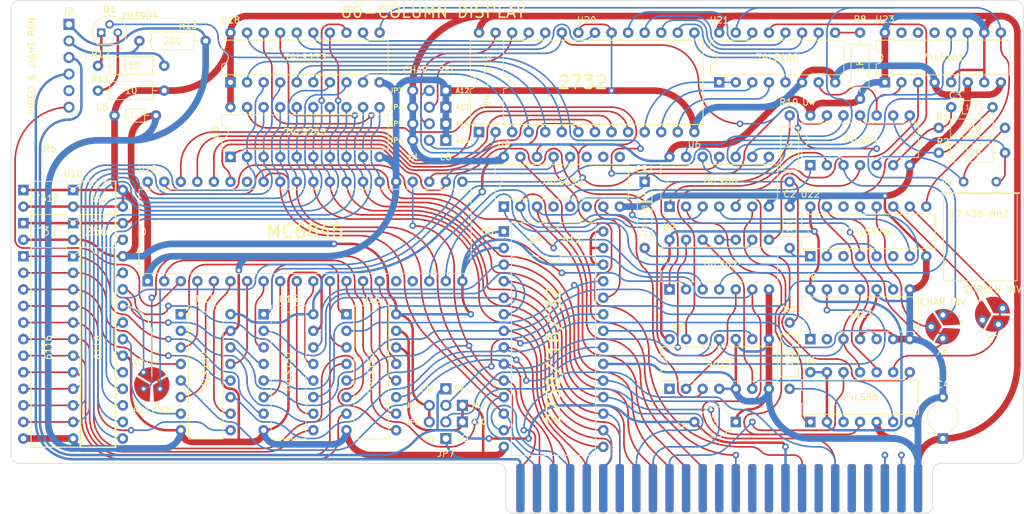
<source format=kicad_pcb>
(kicad_pcb (version 20211014) (generator pcbnew)
  (layers (0 "F.Cu" signal) (31 "B.Cu" signal) (34 "B.Paste" user) (35 "F.Paste" user) (36 "B.SilkS" user "B.Silkscreen") (37 "F.SilkS" user "F.Silkscreen") (38 "B.Mask" user) (39 "F.Mask" user) (44 "Edge.Cuts" user))
  (net 0 "")
  (net 1 "GND")
  (net 2 "Net-(C2-Pad1)")
  (net 3 "Net-(C3-Pad1)")
  (net 4 "Net-(C3-Pad2)")
  (net 5 "+5V")
  (net 6 "Net-(Q1-Pad1)")
  (net 7 "Net-(Q1-Pad2)")
  (net 8 "Net-(Q1-Pad3)")
  (net 9 "Net-(R1-Pad1)")
  (net 10 "Net-(R2-Pad2)")
  (net 11 "Net-(R8-Pad2)")
  (net 12 "Net-(R9-Pad1)")
  (net 13 "Net-(U1-Pad1)")
  (net 14 "Net-(U1-Pad6)")
  (net 15 "Net-(U1-Pad8)")
  (net 16 "Net-(U1-Pad9)")
  (net 17 "Net-(U1-Pad10)")
  (net 18 "Net-(U2-Pad4)")
  (net 19 "Net-(U2-Pad5)")
  (net 20 "Net-(U2-Pad8)")
  (net 21 "/A10")
  (net 22 "Net-(U2-Pad10)")
  (net 23 "/A7")
  (net 24 "/A6")
  (net 25 "/A5")
  (net 26 "/A4")
  (net 27 "/A3")
  (net 28 "/A2")
  (net 29 "/A1")
  (net 30 "/A0")
  (net 31 "/D0")
  (net 32 "/D1")
  (net 33 "/D2")
  (net 34 "/D3")
  (net 35 "/D4")
  (net 36 "/D5")
  (net 37 "/D6")
  (net 38 "/D7")
  (net 39 "/A8")
  (net 40 "/A9")
  (net 41 "Net-(U4-Pad2)")
  (net 42 "Net-(U21-Pad7)")
  (net 43 "/R{slash}~{W}")
  (net 44 "/E0")
  (net 45 "/E1")
  (net 46 "/E2")
  (net 47 "/E3")
  (net 48 "/E4")
  (net 49 "/E5")
  (net 50 "/E6")
  (net 51 "/E7")
  (net 52 "Net-(U22-Pad7)")
  (net 53 "Net-(U18-Pad11)")
  (net 54 "Net-(U19-Pad21)")
  (net 55 "Net-(U23-Pad12)")
  (net 57 "Net-(U7-Pad3)")
  (net 59 "Net-(U23-Pad3)")
  (net 60 "/fA9")
  (net 63 "/fA10")
  (net 69 "/Q3")
  (net 70 "/B0")
  (net 71 "/B1")
  (net 72 "/B2")
  (net 73 "/B3")
  (net 74 "/B4")
  (net 75 "/B5")
  (net 76 "/B6")
  (net 77 "/B7")
  (net 78 "/B8")
  (net 79 "/B9")
  (net 80 "/B10")
  (net 81 "/ROMA3")
  (net 82 "/ROMA2")
  (net 83 "/ROMA1")
  (net 84 "/ROMA0")
  (net 85 "/RA3")
  (net 86 "/RA2")
  (net 87 "/RA1")
  (net 88 "/RA0")
  (net 89 "/ROMD0")
  (net 90 "/ROMD1")
  (net 91 "/ROMD2")
  (net 92 "/ROMD3")
  (net 93 "/ROMD4")
  (net 94 "/ROMD5")
  (net 95 "/ROMD6")
  (net 96 "/ROMD7")
  (net 97 "/ROMA5")
  (net 98 "/ROMA4")
  (net 99 "/ROMA6")
  (net 100 "/ROMA7")
  (net 101 "/~{RES}")
  (net 104 "Net-(U19-Pad18)")
  (net 105 "Net-(U19-Pad19)")
  (net 107 "Net-(U22-Pad2)")
  (net 110 "Net-(U22-Pad10)")
  (net 111 "Net-(U22-Pad11)")
  (net 112 "Net-(U22-Pad12)")
  (net 114 "Net-(U22-Pad15)")
  (net 118 "/A11")
  (net 119 "/A12")
  (net 120 "/A13")
  (net 121 "/A14")
  (net 122 "/A15")
  (net 124 "/RDY")
  (net 125 "/~{NMI}")
  (net 126 "/~{IRQ}")
  (net 127 "/~{INH}")
  (net 129 "/7M")
  (net 130 "/PHI1")
  (net 131 "/USER1")
  (net 132 "/PHI0")
  (net 134 "Net-(CR1-Pad1)")
  (net 135 "/LIGHT PEN")
  (net 136 "/VIDEO")
  (net 137 "/~{IO_SELECT}")
  (net 138 "/~{IO_STROBE}")
  (net 139 "/~{DMA}")
  (net 140 "/INT_IN")
  (net 141 "/DMA_IN")
  (net 142 "/-12V")
  (net 143 "-5V")
  (net 144 "/~{DEVICE_SELECT}")
  (net 145 "+12V")
  (net 146 "Net-(U4-Pad12)")
  (net 147 "/HSYNC")
  (net 148 "/VSYNC")
  (net 149 "/DEVICE_SELECT")
  (net 150 "/SRAM/RAM_R{slash}~{W}")
  (net 151 "/SRAM/RAMA5")
  (net 152 "/SRAM/RAMA3")
  (net 153 "/SRAM/RAMA0")
  (net 154 "/SRAM/RAMA2")
  (net 155 "/SRAM/RAMA10")
  (net 156 "/SRAM/RAMA6")
  (net 157 "/SRAM/RAMA8")
  (net 158 "/SRAM/RAMA9")
  (net 159 "/SRAM/RAMA1")
  (net 160 "/SRAM/RAMA7")
  (net 161 "/SRAM/RAMA4")
  (net 162 "/SRAM/RAMA11")
  (net 163 "/RAM_~{A}{slash}B")
  (net 164 "/Firmware/~{OE}")
  (net 165 "/Firmware/A9")
  (net 166 "Net-(U10-Pad21)")
  (net 167 "/B11")
  (net 168 "/Character ROM/ROMA8")
  (net 169 "/Character ROM/ROMA9")
  (net 170 "/Character ROM/ROMA10")
  (net 171 "/Character ROM/ROMA11")
  (net 172 "/Firmware/A10")
  (net 173 "/Firmware/A11")
  (net 174 "Net-(R10-Pad2)")
  (footprint "MyPackages:DIP-16_W7.62mm" (layer "F.Cu") (at 119.38 100.33)
    (fp_text reference "U14")
    (fp_text value "74LS157")
  )
  (footprint "MyPassives:C_Axial_L2.6mm_D1.8mm_P6.35mm_Horizontal" (layer "F.Cu") (at 237.49 68.58)
    (fp_text reference "C3")
    (fp_text value "1nF")
  )
  (footprint "Package_TO_SOT_THT:TO-92" (layer "F.Cu") (at 107.188 57.15)
    (fp_text reference "Q1")
    (fp_text value "2N3904")
  )
  (footprint "MyPackages:DIP-16_W7.62mm" (layer "F.Cu") (at 201.93 64.77 90)
    (fp_text reference "U21")
    (fp_text value "74LS166")
  )
  (footprint "MyPackages:DIP-14_W7.62mm" (layer "F.Cu") (at 194.31 96.52 90)
    (fp_text reference "U2")
    (fp_text value "74LS02")
  )
  (footprint "Package_DIP:DIP-32_W7.62mm" (layer "F.Cu") (at 102.87 81.28)
    (fp_text reference "U10N32" hide)
    (fp_text value "'512")
  )
  (footprint "MyPassives:CP_Radial_Tantal_D4.5mm_P6.35mm" (layer "F.Cu") (at 236.22 119.38 90)
    (fp_text reference "C4")
    (fp_text value "not placed" hide)
  )
  (footprint "Connector_PinHeader_2.54mm:PinHeader_1x03_P2.54mm_Vertical" (layer "F.Cu") (at 160.02 68.58 -90)
    (fp_text reference "JP4")
    (fp_text value "A13")
  )
  (footprint "Connector_PinHeader_2.54mm:PinHeader_1x03_P2.54mm_Vertical" (layer "F.Cu") (at 160.02 66.04 -90)
    (fp_text reference "JP3")
    (fp_text value "A12")
  )
  (footprint "MyPackages:DIP-24_W15.24mm" (layer "F.Cu") (at 170.18 72.39 90)
    (fp_text reference "U20")
    (fp_text value "2732")
  )
  (footprint "MyPackages:DIP-14_W7.62mm" (layer "F.Cu") (at 215.9 77.47 90)
    (fp_text reference "U4")
    (fp_text value "74LS04")
  )
  (footprint "MyPackages:DIP-16_W7.62mm" (layer "F.Cu") (at 168.91 83.82 90)
    (fp_text reference "U9")
    (fp_text value "74LS139")
  )
  (footprint "MyPackages:DIP-20_W7.62mm" (layer "F.Cu") (at 127 76.2 90)
    (fp_text reference "U5")
    (fp_text value "74LS245")
  )
  (footprint "Package_DIP:DIP-28_W15.24mm" (layer "F.Cu") (at 168.91 87.63)
    (fp_text reference "U3W28" hide)
    (fp_text value "'64 - '512")
  )
  (footprint "MyPassives:SolderJumper-3_Pie_Bridged23" (layer "F.Cu") (at 236.22 102.235 180)
    (fp_text reference "X6")
    (fp_text value "CHAR INV")
  )
  (footprint "MyPassives:R_Axial_DIN0207_L6.3mm_D2.5mm_P10.16mm_Horizontal" (layer "F.Cu") (at 223.52 67.31 90)
    (fp_text reference "R8")
    (fp_text value "1K")
  )
  (footprint "Package_DIP:DIP-32_W15.24mm" (layer "F.Cu") (at 95.25 81.28)
    (fp_text reference "U10W32" hide)
    (fp_text value "'512")
  )
  (footprint "MyPassives:R_Axial_DIN0207_L6.3mm_D2.5mm_P10.16mm_Horizontal" (layer "F.Cu") (at 212.725 80.01 90)
    (fp_text reference "R10")
    (fp_text value "2K")
  )
  (footprint "MyPackages:DIP-16_W7.62mm" (layer "F.Cu") (at 215.9 91.44 90)
    (fp_text reference "U22")
    (fp_text value "74LS175")
  )
  (footprint "MyPackages:DIP-16_W7.62mm" (layer "F.Cu") (at 132.08 100.33)
    (fp_text reference "U15")
    (fp_text value "74LS157")
  )
  (footprint "MyPackages:DIP-20_W7.62mm" (layer "F.Cu") (at 127 64.77 90)
    (fp_text reference "U18")
    (fp_text value "74LS273")
  )
  (footprint "Connector_PinHeader_2.54mm:PinHeader_1x03_P2.54mm_Vertical" (layer "F.Cu") (at 160.02 71.12 -90)
    (fp_text reference "JP5")
    (fp_text value "A14")
  )
  (footprint "MyPassives:R_Axial_DIN0207_L6.3mm_D2.5mm_P10.16mm_Horizontal" (layer "F.Cu") (at 235.585 75.565)
    (fp_text reference "R2")
    (fp_text value "220")
  )
  (footprint "Package_DIP:DIP-28_W15.24mm" (layer "F.Cu") (at 95.25 86.36)
    (fp_text reference "U10W28" hide)
    (fp_text value "'32 - '256")
  )
  (footprint "Connector_PinHeader_2.54mm:PinHeader_1x02_P2.54mm_Vertical" (layer "F.Cu") (at 160.02 111.76)
    (fp_text reference "JP8" hide)
    (fp_text value "Jumper_2_Open")
  )
  (footprint "MyPassives:SolderJumper-3_Pie_Bridged12" (layer "F.Cu") (at 114.935 111.125 90)
    (fp_text reference "X21")
    (fp_text value "A11/WE")
  )
  (footprint "Diode_THT:D_DO-35_SOD27_P10.16mm_Horizontal" (layer "F.Cu") (at 190.5 80.01 -90)
    (fp_text reference "CR1")
    (fp_text value "1N4148")
  )
  (footprint "MyPassives:R_Axial_DIN0207_L6.3mm_D2.5mm_P10.16mm_Horizontal" (layer "F.Cu") (at 116.84 66.04 180)
    (fp_text reference "R11")
    (fp_text value "10")
  )
  (footprint "Connector_PinHeader_2.54mm:PinHeader_1x06_P2.54mm_Horizontal" (layer "F.Cu") (at 102.235 68.58 180)
    (fp_text reference "J2")
    (fp_text value "VIDEO & LIGHT PEN")
  )
  (footprint "MyPassives:CP_Radial_Tantal_D4.5mm_P6.35mm" (layer "F.Cu") (at 204.47 116.84 180)
    (fp_text reference "C1")
    (fp_text value ".1uF")
  )
  (footprint "MyPassives:R_Axial_DIN0207_L6.3mm_D2.5mm_P10.16mm_Horizontal" (layer "F.Cu") (at 245.745 71.755 180)
    (fp_text reference "R1")
    (fp_text value "220")
  )
  (footprint "MyPackages:DIP-40_W15.24mm" (layer "F.Cu") (at 114.3 95.25 90)
    (fp_text reference "U19")
    (fp_text value "MC6845")
  )
  (footprint "Crystal:Crystal_HC18-U_Horizontal" (layer "F.Cu") (at 239.522 80.01)
    (fp_text reference "Y1")
    (fp_text value "17.430 MHZ")
  )
  (footprint "MyPackages:DIP-14_W7.62mm" (layer "F.Cu") (at 215.9 116.84 90)
    (fp_text reference "U1")
    (fp_text value "74LS86")
  )
  (footprint "Connector_PinHeader_2.54mm:PinHeader_1x03_P2.54mm_Vertical" (layer "F.Cu") (at 162.56 116.84 -90)
    (fp_text reference "JP1")
    (fp_text value "A10")
  )
  (footprint "MyPassives:SolderJumper-3_Pie_Bridged23" (layer "F.Cu") (at 243.84 100.33 -60)
    (fp_text reference "X7")
    (fp_text value "SCREEN INV")
  )
  (footprint "MyPackages:DIP-24_W15.24mm" (layer "F.Cu") (at 95.25 91.44)
    (fp_text reference "U10W24" hide)
    (fp_text value "6116")
  )
  (footprint "MyPassives:C_Axial_L2.6mm_D1.8mm_P6.35mm_Horizontal" (layer "F.Cu") (at 109.22 69.85)
    (fp_text reference "C5")
    (fp_text value ".1uF")
  )
  (footprint "MyPackages:DIP-14_W7.62mm" (layer "F.Cu") (at 194.31 111.76 90)
    (fp_text reference "U7")
    (fp_text value "4013")
  )
  (footprint "MyPackages:DIP-24_W15.24mm" (layer "F.Cu") (at 168.91 92.71)
    (fp_text reference "U3")
    (fp_text value "2758/'16/'32")
  )
  (footprint "Connector_PinHeader_2.54mm:PinHeader_1x03_P2.54mm_Vertical" (layer "F.Cu") (at 162.56 114.3 -90)
    (fp_text reference "JP2")
    (fp_text value "A11")
  )
  (footprint "MyPackages:DIP-14_W7.62mm" (layer "F.Cu") (at 215.9 104.14 90)
    (fp_text reference "U8")
    (fp_text value "4013")
  )
  (footprint "MyPackages:DIP-14_W7.62mm" (layer "F.Cu") (at 194.31 83.82 90)
    (fp_text reference "U6")
    (fp_text value "74LS00")
  )
  (footprint "MyPackages:DIP-16_W7.62mm" (layer "F.Cu") (at 144.78 100.33)
    (fp_text reference "U16")
    (fp_text value "74LS157")
  )
  (footprint "MyPassives:C_Axial_L2.6mm_D1.8mm_P6.35mm_Horizontal" (layer "F.Cu") (at 212.725 90.17 90)
    (fp_text reference "C2")
    (fp_text value ".1nF")
  )
  (footprint "Connector_PinHeader_2.54mm:PinHeader_1x03_P2.54mm_Vertical" (layer "F.Cu") (at 160.02 73.66 -90)
    (fp_text reference "JP6")
    (fp_text value "A15")
  )
  (footprint "Package_DIP:DIP-28_W7.62mm" (layer "F.Cu") (at 102.87 86.36)
    (fp_text reference "U10N28" hide)
    (fp_text value "'32 - '256")
  )
  (footprint "MyPackages:DIP-16_W7.62mm" (layer "F.Cu") (at 227.33 64.77 90)
    (fp_text reference "U23")
    (fp_text value "74LS161")
  )
  (footprint "MyPassives:R_Axial_DIN0207_L6.3mm_D2.5mm_P10.16mm_Horizontal" (layer "F.Cu") (at 212.725 111.76 90)
    (fp_text reference "R9")
    (fp_text value "1.5K")
  )
  (footprint "Apple_II:Apple II Expansion Edge Connector" (layer "F.Cu") (at 201.93 127)
    (fp_text reference "J1")
    (fp_text value "Apple II Expansion Bus" hide)
  )
  (footprint "MyPassives:R_Axial_DIN0207_L6.3mm_D2.5mm_P10.16mm_Horizontal" (layer "F.Cu") (at 106.68 62.23)
    (fp_text reference "R12")
    (fp_text value "150")
  )
  (footprint "MyPassives:R_Axial_DIN0207_L6.3mm_D2.5mm_P10.16mm_Horizontal" (layer "F.Cu") (at 113.03 58.42)
    (fp_text reference "R13")
    (fp_text value "200")
  )
  (footprint "Connector_PinHeader_2.54mm:PinHeader_1x02_P2.54mm_Vertical" (layer "F.Cu") (at 160.02 119.38 180)
    (fp_text reference "JP7")
    (fp_text value "Jumper_2_Open")
  )
  (footprint "MyPackages:DIP-24_W7.62mm" (layer "F.Cu") (at 102.87 91.44)
    (fp_text reference "U10")
    (fp_text value "6116")
  )
  (footprint "Package_DIP:DIP-28_W15.24mm" (layer "F.Cu") (at 165.1 72.39 90)
    (fp_text reference "U20W28" hide)
    (fp_text value "'64 - '512")
  )
  (gr_arc (start 110.49 99.06) (mid 113.63309 100.36191) (end 114.935 103.505) (layer "F.SilkS") (width 0.15))
  (gr_line (start 114.935 103.505) (end 114.935 109.855) (layer "F.SilkS") (width 0.15))
  (gr_line (start 248.539 121.92) (end 248.539 53.467) (layer "Edge.Cuts") (width 0.1))
  (gr_line (start 169.2275 130.175) (end 169.8625 130.81) (layer "Edge.Cuts") (width 0.1))
  (gr_arc (start 247.269 52.197) (mid 248.167026 52.568974) (end 248.539 53.467) (layer "Edge.Cuts") (width 0.1))
  (gr_line (start 234.6325 130.175) (end 233.9975 130.81) (layer "Edge.Cuts") (width 0.1))
  (gr_line (start 235.9025 123.19) (end 247.269 123.19) (layer "Edge.Cuts") (width 0.1))
  (gr_arc (start 248.539 121.92) (mid 248.167026 122.818026) (end 247.269 123.19) (layer "Edge.Cuts") (width 0.1))
  (gr_arc (start 234.6325 124.46) (mid 235.004474 123.561974) (end 235.9025 123.19) (layer "Edge.Cuts") (width 0.1))
  (gr_line (start 247.269 52.197) (end 94.615 52.197) (layer "Edge.Cuts") (width 0.1))
  (gr_line (start 233.9975 130.81) (end 169.8625 130.81) (layer "Edge.Cuts") (width 0.1))
  (gr_arc (start 167.9575 123.19) (mid 168.855526 123.561974) (end 169.2275 124.46) (layer "Edge.Cuts") (width 0.1))
  (gr_arc (start 93.345 53.467) (mid 93.716974 52.568974) (end 94.615 52.197) (layer "Edge.Cuts") (width 0.1))
  (gr_line (start 169.2275 124.46) (end 169.2275 130.175) (layer "Edge.Cuts") (width 0.1))
  (gr_line (start 234.6325 124.46) (end 234.6325 130.175) (layer "Edge.Cuts") (width 0.1))
  (gr_line (start 93.345 53.467) (end 93.345 121.92) (layer "Edge.Cuts") (width 0.1))
  (gr_arc (start 94.615 123.19) (mid 93.716974 122.818026) (end 93.345 121.92) (layer "Edge.Cuts") (width 0.1))
  (gr_line (start 94.615 123.19) (end 167.9575 123.19) (layer "Edge.Cuts") (width 0.1))
  (gr_text "80-COLUMN DISPLAY" (at 158.115 53.975) (layer "F.SilkS") (effects (font (size 1.778 1.778) (thickness 0.254))))
  (gr_text "LO" (at 160.02 76.2) (layer "F.SilkS") (effects (font (size 1 1))))
  (gr_text "HI" (at 157.48 119.38) (layer "F.SilkS") (effects (font (size 1 1))))
  (gr_text "btb" (at 99.06 74.93) (layer "F.SilkS") (effects (font (size 1 1))))
  (gr_text "LO" (at 162.56 119.38) (layer "F.SilkS") (effects (font (size 1 1))))
  (gr_text "HI" (at 154.94 76.2) (layer "F.SilkS") (effects (font (size 1 1))))
  (gr_text "FW    SEL" (at 160.02 111.76) (layer "F.SilkS") (effects (font (size 1 1))))
  (gr_text "CHAR  SEL" (at 157.48 62.865) (layer "F.SilkS") (effects (font (size 1 1))))
  (segment (start 154.305 104.648) (end 154.305 109.855) (width 0.381) (layer "F.Cu") (net 1))
  (segment (start 162.56 116.84) (end 162.56 114.3) (width 0.381) (layer "F.Cu") (net 1))
  (segment (start 165.735 121.92) (end 167.64 121.92) (width 1.016) (layer "F.Cu") (net 1))
  (segment (start 237.784936 72.095064) (end 236.669013 73.210987) (width 1.016) (layer "F.Cu") (net 1))
  (segment (start 231.14 77.47) (end 231.14 78.359) (width 1.016) (layer "F.Cu") (net 1))
  (segment (start 154.305 109.855) (end 154.305 110.49) (width 0.381) (layer "F.Cu") (net 1))
  (segment (start 234.500987 74.109013) (end 231.14 77.47) (width 1.016) (layer "F.Cu") (net 1))
  (segment (start 217.805 62.865) (end 216.535 62.865) (width 1.016) (layer "F.Cu") (net 1))
  (segment (start 161.29 118.11) (end 157.48 118.11) (width 0.381) (layer "F.Cu") (net 1))
  (segment locked (start 209.55 111.76) (end 209.55 104.14) (width 1.016) (layer "F.Cu") (net 1))
  (segment (start 135.89 95.25) (end 135.89 114.3) (width 0.381) (layer "F.Cu") (net 1))
  (segment (start 148.59 121.92) (end 165.735 121.92) (width 1.016) (layer "F.Cu") (net 1))
  (segment (start 165.735 119.38) (end 165.735 121.92) (width 0.381) (layer "F.Cu") (net 1))
  (segment (start 154.305 110.49) (end 154.305 107.315) (width 0.381) (layer "F.Cu") (net 1))
  (segment (start 111.76 73.66) (end 111.76 78.213949) (width 1.016) (layer "F.Cu") (net 1))
  (segment (start 227.33 83.82) (end 227.33 82.169) (width 0.381) (layer "F.Cu") (net 1))
  (segment (start 154.305 114.935) (end 154.305 110.49) (width 0.381) (layer "F.Cu") (net 1))
  (segment (start 233.68 93.98) (end 233.68 91.44) (width 1.016) (layer "F.Cu") (net 1))
  (segment (start 240.03 64.77) (end 240.03 66.675) (width 1.016) (layer "F.Cu") (net 1))
  (segment (start 125.73 104.14) (end 125.73 110.49) (width 0.381) (layer "F.Cu") (net 1))
  (segment (start 162.56 114.3) (end 163.195 114.3) (width 0.381) (layer "F.Cu") (net 1))
  (segment (start 226.06 102.87) (end 227.33 102.87) (width 0.381) (layer "F.Cu") (net 1))
  (segment (start 121.158 119.888) (end 130.302 119.888) (width 1.016) (layer "F.Cu") (net 1))
  (segment (start 160.02 66.04) (end 191.77 66.04) (width 1.016) (layer "F.Cu") (net 1))
  (segment (start 182.245 55.88) (end 184.15 55.88) (width 0.25) (layer "F.Cu") (net 1))
  (segment (start 128.27 93.599) (end 128.27 101.6) (width 0.381) (layer "F.Cu") (net 1))
  (segment (start 243.205 66.675) (end 240.03 66.675) (width 1.016) (layer "F.Cu") (net 1))
  (segment (start 209.55 96.52) (end 209.55 104.14) (width 1.016) (layer "F.Cu") (net 1))
  (segment (start 227.779013 84.904013) (end 233.230987 90.355987) (width 0.381) (layer "F.Cu") (net 1))
  (segment (start 119.38 118.11) (end 117.475 118.11) (width 0.381) (layer "F.Cu") (net 1))
  (segment (start 236.855 66.675) (end 240.03 66.675) (width 1.016) (layer "F.Cu") (net 1))
  (segment (start 152.4 102.87) (end 152.527 102.87) (width 0.381) (layer "F.Cu") (net 1))
  (segment (start 128.27 113.03) (end 128.27 119.888) (width 0.381) (layer "F.Cu") (net 1))
  (segment (start 204.47 111.76) (end 204.47 104.14) (width 0.381) (layer "F.Cu") (net 1))
  (segment (start 224.79 102.87) (end 226.06 102.87) (width 0.381) (layer "F.Cu") (net 1))
  (segment (start 111.76 112.395) (end 111.76 107.95) (width 0.381) (layer "F.Cu") (net 1))
  (segment (start 139.7 93.98) (end 137.16 93.98) (width 0.381) (layer "F.Cu") (net 1))
  (segment (start 231.14 104.14) (end 228.6 104.14) (width 1.016) (layer "F.Cu") (net 1))
  (segment (start 223.52 103.396051) (end 223.52 104.14) (width 0.381) (layer "F.Cu") (net 1))
  (segment (start 140.97 101.6) (end 140.97 95.25) (width 0.381) (layer "F.Cu") (net 1))
  (segment (start 226.06 96.52) (end 226.06 97.263949) (width 0.381) (layer "F.Cu") (net 1))
  (segment (start 165.735 116.84) (end 165.735 119.38) (width 0.381) (layer "F.Cu") (net 1))
  (segment (start 114.3 84.346051) (end 114.3 95.25) (width 1.016) (layer "F.Cu") (net 1))
  (segment (start 102.89 119.38) (end 95.25 119.38) (width 1.016) (layer "F.Cu") (net 1))
  (segment (start 182.245 55.88) (end 181.61 55.88) (width 0.25) (layer "F.Cu") (net 1))
  (via (at 185.42 66.04) (size 1.016) (drill 0.508) (layers "F.Cu" "B.Cu") (net 1))
  (via (at 128.27 93.599) (size 1.016) (drill 0.508) (layers "F.Cu" "B.Cu") (net 1))
  (via (at 227.33 82.169) (size 1.016) (drill 0.508) (layers "F.Cu" "B.Cu") (net 1))
  (arc (start 139.7 102.87) (mid 140.598026 102.498026) (end 140.97 101.6) (width 0.381) (layer "F.Cu") (net 1))
  (arc (start 162.56 116.84) (mid 162.188026 117.738026) (end 161.29 118.11) (width 0.381) (layer "F.Cu") (net 1))
  (arc (start 216.535 62.865) (mid 215.187962 63.422962) (end 214.63 64.77) (width 1.016) (layer "F.Cu") (net 1))
  (arc (start 209.55 111.76) (mid 208.620064 114.005064) (end 206.375 114.935) (width 0.381) (layer "F.Cu") (net 1))
  (arc (start 227.33 102.87) (mid 228.228026 103.241974) (end 228.6 104.14) (width 0.381) (layer "F.Cu") (net 1))
  (arc (start 127 111.76) (mid 127.898026 112.131974) (end 128.27 113.03) (width 0.381) (layer "F.Cu") (net 1))
  (arc (start 181.61 55.88) (mid 180.711974 56.251974) (end 180.34 57.15) (width 0.25) (layer "F.Cu") (net 1))
  (arc (start 245.11 64.77) (mid 244.552038 66.117038) (end 243.205 66.675) (width 1.016) (layer "F.Cu") (net 1))
  (arc (start 128.27 101.6) (mid 127.898026 102.498026) (end 127 102.87) (width 0.381) (layer "F.Cu") (net 1))
  (arc (start 121.158 119.888) (mid 119.900764 119.367236) (end 119.38 118.11) (width 1.016) (layer "F.Cu") (net 1))
  (arc (start 233.230987 90.355987) (mid 233.563305 90.853336) (end 233.68 91.44) (width 0.381) (layer "F.Cu") (net 1))
  (arc (start 152.527 102.87) (mid 153.784236 103.390764) (end 154.305 104.648) (width 0.381) (layer "F.Cu") (net 1))
  (arc (start 135.89 114.3) (mid 134.774077 116.994077) (end 132.08 118.11) (width 0.381) (layer "F.Cu") (net 1))
  (arc (start 235.585 73.66) (mid 234.998336 73.776695) (end 234.500987 74.109013) (width 1.016) (layer "F.Cu") (net 1))
  (arc (start 206.375 114.935) (mid 205.027962 115.492962) (end 204.47 116.84) (width 0.381) (layer "F.Cu") (net 1))
  (arc (start 224.79 100.33) (mid 223.850062 101.736716) (end 223.52 103.396051) (width 0.381) (layer "F.Cu") (net 1))
  (arc (start 113.03 81.28) (mid 113.969938 82.686716) (end 114.3 84.346051) (width 1.016) (layer "F.Cu") (net 1))
  (arc (start 111.76 78.213949) (mid 112.090063 79.873283) (end 113.03 81.28) (width 1.016) (layer "F.Cu") (net 1))
  (arc (start 184.15 55.88) (mid 185.048026 56.251974) (end 185.42 57.15) (width 0.25) (layer "F.Cu") (net 1))
  (arc (start 231.14 96.52) (mid 232.936051 95.776051) (end 233.68 93.98) (width 1.016) (layer "F.Cu") (net 1))
  (arc (start 167.64 121.92) (mid 168.538026 121.548026) (end 168.91 120.65) (width 1.016) (layer "F.Cu") (net 1))
  (arc (start 117.475 118.11) (mid 113.433885 116.436115) (end 111.76 112.395) (width 0.381) (layer "F.Cu") (net 1))
  (arc (start 137.16 93.98) (mid 136.261974 94.351974) (end 135.89 95.25) (width 0.381) (layer "F.Cu") (net 1))
  (arc (start 234.95 64.77) (mid 235.507962 66.117038) (end 236.855 66.675) (width 1.016) (layer "F.Cu") (net 1))
  (arc (start 191.77 66.04) (mid 196.260128 67.899872) (end 198.12 72.39) (width 1.016) (layer "F.Cu") (net 1))
  (arc (start 125.73 110.49) (mid 126.101974 111.388026) (end 127 111.76) (width 0.381) (layer "F.Cu") (net 1))
  (arc (start 226.06 97.263949) (mid 225.729937 98.923284) (end 224.79 100.33) (width 0.381) (layer "F.Cu") (net 1))
  (arc (start 125.73 104.14) (mid 126.101974 103.241974) (end 127 102.87) (width 0.381) (layer "F.Cu") (net 1))
  (arc (start 115.57 69.85) (mid 112.875923 70.965923) (end 111.76 73.66) (width 1.016) (layer "F.Cu") (net 1))
  (arc (start 140.97 95.25) (mid 140.598026 94.351974) (end 139.7 93.98) (width 0.381) (layer "F.Cu") (net 1))
  (arc (start 236.669013 73.210987) (mid 236.171664 73.543306) (end 235.585 73.66) (width 1.016) (layer "F.Cu") (net 1))
  (arc (start 157.48 118.11) (mid 155.234936 117.180064) (end 154.305 114.935) (width 0.381) (layer "F.Cu") (net 1))
  (arc (start 111.76 107.95) (mid 111.388026 107.051974) (end 110.49 106.68) (width 0.381) (layer "F.Cu") (net 1))
  (arc (start 132.08 118.11) (mid 131.559236 119.367236) (end 130.302 119.888) (width 1.016) (layer "F.Cu") (net 1))
  (arc (start 240.03 66.675) (mid 239.446527 69.608317) (end 237.784936 72.095064) (width 1.016) (layer "F.Cu") (net 1))
  (arc (start 223.52 104.14) (mid 223.891974 103.241974) (end 224.79 102.87) (width 0.381) (layer "F.Cu") (net 1))
  (arc (start 154.305 107.315) (mid 153.747038 105.967962) (end 152.4 105.41) (width 0.381) (layer "F.Cu") (net 1))
  (arc (start 231.14 78.359) (mid 230.024077 81.053077) (end 227.33 82.169) (width 1.016) (layer "F.Cu") (net 1))
  (arc (start 163.195 114.3) (mid 164.991051 115.043949) (end 165.735 116.84) (width 0.381) (layer "F.Cu") (net 1))
  (arc (start 144.78 118.11) (mid 145.895923 120.804077) (end 148.59 121.92) (width 1.016) (layer "F.Cu") (net 1))
  (arc (start 219.71 64.77) (mid 219.152038 63.422962) (end 217.805 62.865) (width 1.016) (layer "F.Cu") (net 1))
  (arc (start 227.33 83.82) (mid 227.446694 84.406664) (end 227.779013 84.904013) (width 0.381) (layer "F.Cu") (net 1))
  (segment (start 99.06 117.094) (end 99.06 114.554) (width 1.016) (layer "B.Cu") (net 1))
  (segment (start 206.375 113.665) (end 207.01 113.665) (width 1.016) (layer "B.Cu") (net 1))
  (segment (start 107.442 120.904) (end 104.394 120.904) (width 1.016) (layer "B.Cu") (net 1))
  (segment (start 152.4 68.834) (end 152.4 69.85) (width 1.016) (layer "B.Cu") (net 1))
  (segment (start 227.35179 82.169) (end 218.059 82.169) (width 1.016) (layer "B.Cu") (net 1))
  (segment (start 114.191051 56.515) (end 121.285 56.515) (width 0.381) (layer "B.Cu") (net 1))
  (segment (start 109.22 105.41) (end 109.22 102.87) (width 0.381) (layer "B.Cu") (net 1))
  (segment (start 152.4 67.31) (end 152.4 68.834) (width 1.016) (layer "B.Cu") (net 1))
  (segment (start 232.41 121.285) (end 232.41 116.84) (width 1.016) (layer "B.Cu") (net 1))
  (segment (start 189.601975 83.82) (end 186.69 83.82) (width 1.016) (layer "B.Cu") (net 1))
  (segment (start 152.4 80.01) (end 152.4 80.645) (width 1.016) (layer "B.Cu") (net 1))
  (segment (start 140.335 91.44) (end 118.11 91.44) (width 1.016) (layer "B.Cu") (net 1))
  (segment (start 208.28 68.58) (end 201.93 68.58) (width 1.016) (layer "B.Cu") (net 1))
  (segment (start 184.15 107.95) (end 190.871975 107.95) (width 0.381) (layer "B.Cu") (net 1))
  (segment (start 236.22 113.03) (end 236.22 109.22) (width 1.016) (layer "B.Cu") (net 1))
  (segment (start 107.442 120.904) (end 102.87 120.904) (width 1.016) (layer "B.Cu") (net 1))
  (segment (start 185.42 57.15) (end 185.42 66.04) (width 0.25) (layer "B.Cu") (net 1))
  (segment (start 102.235 55.88) (end 104.062962 57.707962) (width 0.381) (layer "B.Cu") (net 1))
  (segment (start 206.375 106.045) (end 207.645 106.045) (width 0.381) (layer "B.Cu") (net 1))
  (segment (start 123.19 62.23) (end 123.19 58.42) (width 1.016) (layer "B.Cu") (net 1))
  (segment (start 231.14 104.14) (end 231.14 96.52) (width 1.016) (layer "B.Cu") (net 1))
  (segment (start 142.621 120.269) (end 134.239 120.269) (width 1.016) (layer "B.Cu") (net 1))
  (segment (start 107.315 59.055) (end 108.058949 59.055) (width 0.381) (layer "B.Cu") (net 1))
  (segment (start 218.059 82.169) (end 193.58784 82.169) (width 1.016) (layer "B.Cu") (net 1))
  (segment (start 228.6 119.38) (end 215.9 119.38) (width 1.016) (layer "B.Cu") (net 1))
  (segment (start 218.059 82.169) (end 211.201 82.169) (width 1.016) (layer "B.Cu") (net 1))
  (segment (start 160.02 68.58) (end 160.02 66.04) (width 1.016) (layer "B.Cu") (net 1))
  (segment (start 232.41 127) (end 232.41 123.19) (width 1.016) (layer "B.Cu") (net 1))
  (segment (start 232.41 121.285) (end 232.41 118.11) (width 1.016) (layer "B.Cu") (net 1))
  (segment (start 160.02 73.66) (end 160.02 71.12) (width 1.016) (layer "B.Cu") (net 1))
  (segment (start 193.938025 109.22) (end 198.12 109.22) (width 0.381) (layer "B.Cu") (net 1))
  (segment (start 141.605 91.44) (end 140.335 91.44) (width 1.016) (layer "B.Cu") (net 1))
  (segment (start 152.4 69.85) (end 152.4 80.01) (width 1.016) (layer "B.Cu") (net 1))
  (segment (start 232.41 62.23) (end 222.25 62.23) (width 1.016) (layer "B.Cu") (net 1))
  (segment (start 232.41 123.19) (end 232.41 121.285) (width 1.016) (layer "B.Cu") (net 1))
  (segment (start 152.4 66.675) (end 152.4 69.85) (width 1.016) (layer "B.Cu") (net 1))
  (segment (start 160.02 71.12) (end 160.02 68.58) (width 1.016) (layer "B.Cu") (net 1))
  (segment (start 207.01 113.665) (end 207.645 113.665) (width 1.016) (layer "B.Cu") (net 1))
  (segment (start 204.47 111.76) (end 201.93 111.76) (width 0.381) (layer "B.Cu") (net 1))
  (segment (start 198.12 109.22) (end 201.93 109.22) (width 0.381) (layer "B.Cu") (net 1))
  (segment (start 209.55 113.03) (end 209.55 111.76) (width 1.016) (layer "B.Cu") (net 1))
  (segment (start 231.14 116.84) (end 232.41 116.84) (width 1.016) (layer "B.Cu") (net 1))
  (segment (start 116.586 120.904) (end 107.442 120.904) (width 1.016) (layer "B.Cu") (net 1))
  (segment (start 152.4 78.74) (end 152.4 80.01) (width 1.016) (layer "B.Cu") (net 1))
  (segment (start 106.68 73.66) (end 111.76 73.66) (width 1.016) (layer "B.Cu") (net 1))
  (segment (start 214.63 64.77) (end 212.616052 66.783948) (width 1.016) (layer "B.Cu") (net 1))
  (segment (start 218.059 82.169) (end 214.376 82.169) (width 1.016) (layer "B.Cu") (net 1))
  (segment (start 99.06 114.554) (end 99.06 81.28) (width 1.016) (layer "B.Cu") (net 1))
  (segment (start 231.14 98.298) (end 227.838 98.298) (width 0.381) (layer "B.Cu") (net 1))
  (segment (start 158.369 64.389) (end 154.686 64.389) (width 1.016) (layer "B.Cu") (net 1))
  (segment (start 140.335 91.44) (end 130.429 91.44) (width 1.016) (layer "B.Cu") (net 1))
  (arc (start 193.58784 82.169) (mid 192.260373 82.43305) (end 191.135 83.185) (width 1.016) (layer "B.Cu") (net 1))
  (arc (start 215.9 119.38) (mid 211.409872 117.520128) (end 209.55 113.03) (width 1.016) (layer "B.Cu") (net 1))
  (arc (start 222.25 62.23) (mid 220.453949 62.973949) (end 219.71 64.77) (width 1.016) (layer "B.Cu") (net 1))
  (arc (start 236.22 109.22) (mid 234.732102 105.627898) (end 231.14 104.14) (width 1.016) (layer "B.Cu") (net 1))
  (arc (start 144.78 118.11) (mid 144.147644 119.636644) (end 142.621 120.269) (width 1.016) (layer "B.Cu") (net 1))
  (arc (start 110.49 101.6) (mid 109.591974 101.971974) (end 109.22 102.87) (width 0.381) (layer "B.Cu") (net 1))
  (arc (start 214.376 82.169) (mid 213.208567 82.652567) (end 212.725 83.82) (width 1.016) (layer "B.Cu") (net 1))
  (arc (start 211.201 82.169) (mid 210.033567 82.652567) (end 209.55 83.82) (width 1.016) (layer "B.Cu") (net 1))
  (arc (start 111.76 73.66) (mid 114.454077 72.544077) (end 115.57 69.85) (width 1.016) (layer "B.Cu") (net 1))
  (arc (start 118.11 91.44) (mid 115.415923 92.555923) (end 114.3 95.25) (width 1.016) (layer "B.Cu") (net 1))
  (arc (start 192.405 108.585) (mid 193.108358 109.054969) (end 193.938025 109.22) (width 0.381) (layer "B.Cu") (net 1))
  (arc (start 152.4 80.645) (mid 149.238218 88.278218) (end 141.605 91.44) (width 1.016) (layer "B.Cu") (net 1))
  (arc (start 234.95 64.77) (mid 234.206051 62.973949) (end 232.41 62.23) (width 1.016) (layer "B.Cu") (net 1))
  (arc (start 204.47 111.76) (mid 205.027962 113.107038) (end 206.375 113.665) (width 1.016) (layer "B.Cu") (net 1))
  (arc (start 119.38 118.11) (mid 118.561656 120.085656) (end 116.586 120.904) (width 1.016) (layer "B.Cu") (net 1))
  (arc (start 99.06 81.28) (mid 101.291846 75.891846) (end 106.68 73.66) (width 1.016) (layer "B.Cu") (net 1))
  (arc (start 232.41 118.11) (mid 232.038026 117.211974) (end 231.14 116.84) (width 1.016) (layer "B.Cu") (net 1))
  (arc (start 130.429 91.44) (mid 128.902356 92.072356) (end 128.27 93.599) (width 1.016) (layer "B.Cu") (net 1))
  (arc (start 111.76 73.66) (mid 119.842231 70.312231) (end 123.19 62.23) (width 1.016) (layer "B.Cu") (net 1))
  (arc (start 232.41 123.19) (mid 231.294077 120.495923) (end 228.6 119.38) (width 1.016) (layer "B.Cu") (net 1))
  (arc (start 190.871975 107.95) (mid 191.701642 108.115031) (end 192.405 108.585) (width 0.381) (layer "B.Cu") (net 1))
  (arc (start 232.41 116.84) (mid 233.525923 114.145923) (end 236.22 113.03) (width 1.016) (layer "B.Cu") (net 1))
  (arc (start 204.47 104.14) (mid 205.027962 105.487038) (end 206.375 106.045) (width 0.381) (layer "B.Cu") (net 1))
  (arc (start 191.135 83.185) (mid 190.431642 83.654969) (end 189.601975 83.82) (width 1.016) (layer "B.Cu") (net 1))
  (arc (start 134.239 120.269) (mid 132.712356 119.636644) (end 132.08 118.11) (width 1.016) (layer "B.Cu") (net 1))
  (arc (start 121.285 56.515) (mid 122.632038 57.072962) (end 123.19 58.42) (width 0.381) (layer "B.Cu") (net 1))
  (arc (start 207.645 106.045) (mid 208.992038 105.487038) (end 209.55 104.14) (width 0.381) (layer "B.Cu") (net 1))
  (arc (start 108.058949 59.055) (mid 109.718284 58.724937) (end 111.125 57.785) (width 0.381) (layer "B.Cu") (net 1))
  (arc (start 201.93 109.22) (mid 203.726051 109.963949) (end 204.47 111.76) (width 0.381) (layer "B.Cu") (net 1))
  (arc (start 154.686 64.389) (mid 153.069554 65.058554) (end 152.4 66.675) (width 1.016) (layer "B.Cu") (net 1))
  (arc (start 227.838 98.298) (mid 226.580764 97.777236) (end 226.06 96.52) (width 0.381) (layer "B.Cu") (net 1))
  (arc (start 104.394 120.904) (mid 103.316369 120.457631) (end 102.87 119.38) (width 1.016) (layer "B.Cu") (net 1))
  (arc (start 102.87 120.904) (mid 100.175923 119.788077) (end 99.06 117.094) (width 1.016) (layer "B.Cu") (net 1))
  (arc (start 212.616052 66.783948) (mid 210.626654 68.113221) (end 208.28 68.58) (width 1.016) (layer "B.Cu") (net 1))
  (arc (start 110.49 106.68) (mid 109.591974 106.308026) (end 109.22 105.41) (width 0.381) (layer "B.Cu") (net 1))
  (arc (start 104.062962 57.707962) (mid 105.55501 58.704916) (end 107.315 59.055) (width 0.381) (layer "B.Cu") (net 1))
  (arc (start 149.86 76.2) (mid 151.656051 76.943949) (end 152.4 78.74) (width 1.016) (layer "B.Cu") (net 1))
  (arc (start 160.02 66.04) (mid 159.536433 64.872567) (end 158.369 64.389) (width 1.016) (layer "B.Cu") (net 1))
  (arc (start 201.93 68.58) (mid 199.235923 69.695923) (end 198.12 72.39) (width 1.016) (layer "B.Cu") (net 1))
  (arc (start 207.645 113.665) (mid 208.992038 113.107038) (end 209.55 111.76) (width 1.016) (layer "B.Cu") (net 1))
  (arc (start 149.86 64.77) (mid 151.656051 65.513949) (end 152.4 67.31) (width 1.016) (layer "B.Cu") (net 1))
  (arc (start 111.125 57.785) (mid 112.531716 56.845062) (end 114.191051 56.515) (width 0.381) (layer "B.Cu") (net 1))
  (segment (start 215.9 91.44) (end 191.77 91.44) (width 0.25) (layer "B.Cu") (net 2))
  (segment (start 215.9 91.44) (end 213.995 91.44) (width 0.25) (layer "B.Cu") (net 2))
  (arc (start 213.995 91.44) (mid 213.096974 91.068026) (end 212.725 90.17) (width 0.25) (layer "B.Cu") (net 2))
  (arc (start 191.77 91.44) (mid 190.871974 91.068026) (end 190.5 90.17) (width 0.25) (layer "B.Cu") (net 2))
  (segment (start 231.14 74.93) (end 228.6 77.47) (width 0.25) (layer "F.Cu") (net 3))
  (segment (start 231.775 74.295) (end 231.14 74.93) (width 0.25) (layer "F.Cu") (net 3))
  (segment (start 233.416975 72.653026) (end 231.14 74.93) (width 0.25) (layer "F.Cu") (net 3))
  (segment (start 231.775 74.295) (end 233.416974 72.653026) (width 0.25) (layer "F.Cu") (net 3))
  (segment (start 237.49 68.58) (end 237.49 69.85) (width 0.25) (layer "F.Cu") (net 3))
  (arc (start 235.585 71.755) (mid 234.411673 71.988389) (end 233.416975 72.653026) (width 0.25) (layer "F.Cu") (net 3))
  (arc (start 233.416974 72.653026) (mid 234.411672 71.988389) (end 235.585 71.755) (width 0.25) (layer "F.Cu") (net 3))
  (arc (start 237.49 69.85) (mid 236.932038 71.197038) (end 235.585 71.755) (width 0.25) (layer "F.Cu") (net 3))
  (segment (start 243.84 68.58) (end 237.753026 74.666974) (width 0.25) (layer "F.Cu") (net 4))
  (arc (start 237.753026 74.666974) (mid 236.758327 75.331611) (end 235.585 75.565) (width 0.25) (layer "F.Cu") (net 4))
  (segment (start 235.585 75.565) (end 234.315 75.565) (width 0.25) (layer "B.Cu") (net 4))
  (arc (start 234.315 75.565) (mid 230.273885 73.891115) (end 228.6 69.85) (width 0.25) (layer "B.Cu") (net 4))
  (segment (start 239.395 62.865) (end 242.57 62.865) (width 0.381) (layer "F.Cu") (net 5))
  (segment (start 127 57.15) (end 127 64.77) (width 1.016) (layer "F.Cu") (net 5))
  (segment (start 227.33 64.77) (end 227.33 57.15) (width 1.016) (layer "F.Cu") (net 5))
  (segment (start 102.87 83.82) (end 110.49 83.82) (width 0.381) (layer "F.Cu") (net 5))
  (segment (start 102.87 86.36) (end 110.49 86.36) (width 0.381) (layer "F.Cu") (net 5))
  (segment (start 182.245 91.44) (end 182.245 90.17) (width 0.381) (layer "F.Cu") (net 5))
  (segment (start 152.4 99.323025) (end 152.4 100.33) (width 0.381) (layer "F.Cu") (net 5))
  (segment (start 182.245 90.17) (end 182.245 88.9) (width 0.381) (layer "F.Cu") (net 5))
  (segment (start 215.9 86.096975) (end 215.9 83.82) (width 0.381) (layer "F.Cu") (net 5))
  (segment (start 170.815 54.61) (end 207.645 54.61) (width 1.016) (layer "F.Cu") (net 5))
  (segment (start 169.545 54.61) (end 170.815 54.61) (width 1.016) (layer "F.Cu") (net 5))
  (segment (start 142.875 89.535) (end 145.415 89.535) (width 0.381) (layer "F.Cu") (net 5))
  (segment (start 112.395 83.82) (end 112.395 84.455) (width 0.381) (layer "F.Cu") (net 5))
  (segment (start 217.805 67.945) (end 221.986975 67.945) (width 1.016) (layer "F.Cu") (net 5))
  (segment (start 154.94 111.76) (end 154.94 102.87) (width 0.381) (layer "F.Cu") (net 5))
  (segment (start 184.15 92.71) (end 183.515 92.71) (width 0.381) (layer "F.Cu") (net 5))
  (segment (start 201.93 74.295) (end 196.215 74.295) (width 1.016) (layer "F.Cu") (net 5))
  (segment (start 194.31 91.176975) (end 194.31 88.9) (width 0.381) (layer "F.Cu") (net 5))
  (segment (start 102.87 81.28) (end 95.25 81.28) (width 0.381) (layer "F.Cu") (net 5))
  (segment (start 151.13 95.25) (end 151.13 96.256975) (width 0.381) (layer "F.Cu") (net 5))
  (segment (start 110.49 81.28) (end 111.945987 82.735987) (width 1.016) (layer "F.Cu") (net 5))
  (segment (start 210.556974 68.208026) (end 206.266052 72.498948) (width 1.016) (layer "F.Cu") (net 5))
  (segment (start 193.04 102.87) (end 193.04 94.243025) (width 0.381) (layer "F.Cu") (net 5))
  (segment (start 247.65 57.15) (end 247.65 98.425) (width 1.016) (layer "F.Cu") (net 5))
  (segment (start 245.11 54.61) (end 207.645 54.61) (width 1.016) (layer "F.Cu") (net 5))
  (segment (start 110.49 91.44) (end 109.746051 91.44) (width 0.381) (layer "F.Cu") (net 5))
  (segment (start 95.25 86.36) (end 102.87 86.36) (width 0.381) (layer "F.Cu") (net 5))
  (segment (start 95.245 88.9) (end 102.87 88.9) (width 0.381) (layer "F.Cu") (net 5))
  (segment (start 242.57 62.865) (end 242.57 64.77) (width 0.381) (layer "F.Cu") (net 5))
  (segment (start 109.22 69.85) (end 109.22 80.01) (width 1.016) (layer "F.Cu") (net 5))
  (segment (start 129.54 54.61) (end 169.545 54.61) (width 1.016) (layer "F.Cu") (net 5))
  (segment (start 113.03 66.04) (end 116.84 66.04) (width 1.016) (layer "F.Cu") (net 5))
  (segment (start 207.645 54.61) (end 204.47 54.61) (width 1.016) (layer "F.Cu") (net 5))
  (segment (start 217.17 91.44) (end 217.17 92.446975) (width 0.381) (layer "F.Cu") (net 5))
  (segment (start 217.17 91.44) (end 217.17 89.163025) (width 0.381) (layer "F.Cu") (net 5))
  (segment (start 103.613949 88.9) (end 102.87 88.9) (width 0.381) (layer "F.Cu") (net 5))
  (segment (start 232.41 123.19) (end 232.41 127) (width 1.016) (layer "F.Cu") (net 5))
  (segment (start 184.15 87.63) (end 183.515 87.63) (width 0.381) (layer "F.Cu") (net 5))
  (segment (start 165.1 54.61) (end 170.815 54.61) (width 1.016) (layer "F.Cu") (net 5))
  (segment (start 247.65 107.95) (end 247.65 98.425) (width 1.016) (layer "F.Cu") (net 5))
  (segment (start 110.49 81.28) (end 102.87 81.28) (width 0.381) (layer "F.Cu") (net 5))
  (segment (start 242.57 57.15) (end 242.57 62.865) (width 0.381) (layer "F.Cu") (net 5))
  (segment (start 165.735 54.61) (end 170.815 54.61) (width 1.016) (layer "F.Cu") (net 5))
  (segment (start 116.84 66.04) (end 118.11 66.04) (width 1.016) (layer "F.Cu") (net 5))
  (segment (start 127 64.77) (end 127 68.58) (width 1.016) (layer "F.Cu") (net 5))
  (segment (start 162.56 95.25) (end 162.56 97.263949) (width 0.381) (layer "F.Cu") (net 5))
  (segment (start 213.36 67.31) (end 212.725 67.31) (width 1.016) (layer "F.Cu") (net 5))
  (segment (start 167.64 54.61) (end 170.815 54.61) (width 1.016) (layer "F.Cu") (net 5))
  (segment (start 95.245 83.82) (end 102.89 83.82) (width 0.381) (layer "F.Cu") (net 5))
  (segment (start 182.245 90.17) (end 184.15 90.17) (width 0.381) (layer "F.Cu") (net 5))
  (segment (start 112.395 83.82) (end 112.395 89.535) (width 1.016) (layer "F.Cu") (net 5))
  (segment (start 157.48 114.3) (end 157.48 116.84) (width 0.381) (layer "F.Cu") (net 5))
  (segment (start 218.44 116.84) (end 218.44 109.22) (width 0.381) (layer "F.Cu") (net 5))
  (segment (start 215.9 95.513025) (end 215.9 96.52) (width 0.381) (layer "F.Cu") (net 5))
  (segment (start 110.49 81.28) (end 110.49 83.82) (width 0.381) (layer "F.Cu") (net 5))
  (segment (start 165.608 79.502) (end 165.608 81.534) (width 0.381) (layer "F.Cu") (net 5))
  (via (at 165.608 81.534) (size 1.143) (drill 0.635) (layers "F.Cu" "B.Cu") (net 5))
  (via (at 142.875 89.535) (size 1.016) (drill 0.508) (layers "F.Cu" "B.Cu") (net 5))
  (via (at 216.535 87.63) (size 1.016) (drill 0.508) (layers "F.Cu" "B.Cu") (net 5))
  (via (at 163.83 100.33) (size 1.016) (drill 0.508) (layers "F.Cu" "B.Cu") (net 5))
  (arc (start 110.49 91.44) (mid 111.837038 90.882038) (end 112.395 89.535) (width 1.016) (layer "F.Cu") (net 5))
  (arc (start 236.22 119.38) (mid 244.302231 116.032231) (end 247.65 107.95) (width 1.016) (layer "F.Cu") (net 5))
  (arc (start 151.765 97.79) (mid 152.234969 98.493358) (end 152.4 99.323025) (width 0.381) (layer "F.Cu") (net 5))
  (arc (start 212.725 67.31) (mid 211.551672 67.543389) (end 210.556974 68.208026) (width 1.016) (layer "F.Cu") (net 5))
  (arc (start 112.395 84.455) (mid 111.837038 85.802038) (end 110.49 86.36) (width 0.381) (layer "F.Cu") (net 5))
  (arc (start 165.1 57.15) (mid 165.843949 55.353949) (end 167.64 54.61) (width 1.016) (layer "F.Cu") (net 5))
  (arc (start 215.9 69.85) (mid 215.156051 68.053949) (end 213.36 67.31) (width 1.016) (layer "F.Cu") (net 5))
  (arc (start 193.675 92.71) (mid 194.144969 92.006642) (end 194.31 91.176975) (width 0.381) (layer "F.Cu") (net 5))
  (arc (start 217.17 89.163025) (mid 217.004969 88.333358) (end 216.535 87.63) (width 0.381) (layer "F.Cu") (net 5))
  (arc (start 193.04 94.243025) (mid 193.205031 93.413358) (end 193.675 92.71) (width 0.381) (layer "F.Cu") (net 5))
  (arc (start 182.245 88.9) (mid 182.616974 88.001974) (end 183.515 87.63) (width 0.381) (layer "F.Cu") (net 5))
  (arc (start 109.746051 91.44) (mid 108.086716 91.109938) (end 106.68 90.17) (width 0.381) (layer "F.Cu") (net 5))
  (arc (start 217.17 92.446975) (mid 217.004969 93.276642) (end 216.535 93.98) (width 0.381) (layer "F.Cu") (net 5))
  (arc (start 154.94 65.405) (mid 158.101782 57.771782) (end 165.735 54.61) (width 1.016) (layer "F.Cu") (net 5))
  (arc (start 237.49 64.77) (mid 238.047962 63.422962) (end 239.395 62.865) (width 0.381) (layer "F.Cu") (net 5))
  (arc (start 206.266052 72.498948) (mid 204.276654 73.828221) (end 201.93 74.295) (width 1.016) (layer "F.Cu") (net 5))
  (arc (start 162.56 97.263949) (mid 162.890063 98.923283) (end 163.83 100.33) (width 0.381) (layer "F.Cu") (net 5))
  (arc (start 242.57 57.15) (mid 243.313949 55.353949) (end 245.11 54.61) (width 1.016) (layer "F.Cu") (net 5))
  (arc (start 118.11 66.04) (mid 124.396179 63.436179) (end 127 57.15) (width 1.016) (layer "F.Cu") (net 5))
  (arc (start 194.31 104.14) (mid 193.411974 103.768026) (end 193.04 102.87) (width 0.381) (layer "F.Cu") (net 5))
  (arc (start 151.13 96.256975) (mid 151.295031 97.086642) (end 151.765 97.79) (width 0.381) (layer "F.Cu") (net 5))
  (arc (start 109.22 80.01) (mid 109.591974 80.908026) (end 110.49 81.28) (width 1.016) (layer "F.Cu") (net 5))
  (arc (start 215.9 69.85) (mid 216.457962 68.502962) (end 217.805 67.945) (width 1.016) (layer "F.Cu") (net 5))
  (arc (start 145.415 89.535) (mid 149.456115 91.208885) (end 151.13 95.25) (width 0.381) (layer "F.Cu") (net 5))
  (arc (start 221.986975 67.945) (mid 222.816642 67.779969) (end 223.52 67.31) (width 1.016) (layer "F.Cu") (net 5))
  (arc (start 196.215 74.295) (mid 194.867962 74.852962) (end 194.31 76.2) (width 1.016) (layer "F.Cu") (net 5))
  (arc (start 106.68 90.17) (mid 105.273284 89.230062) (end 103.613949 88.9) (width 0.381) (layer "F.Cu") (net 5))
  (arc (start 109.22 69.85) (mid 110.335923 67.155923) (end 113.03 66.04) (width 1.016) (layer "F.Cu") (net 5))
  (arc (start 228.6 119.38) (mid 231.294077 120.495923) (end 232.41 123.19) (width 1.016) (layer "F.Cu") (net 5))
  (arc (start 111.945987 82.735987) (mid 112.278305 83.233336) (end 112.395 83.82) (width 1.016) (layer "F.Cu") (net 5))
  (arc (start 245.11 54.61) (mid 246.906051 55.353949) (end 247.65 57.15) (width 1.016) (layer "F.Cu") (net 5))
  (arc (start 232.41 123.19) (mid 233.525923 120.495923) (end 236.22 119.38) (width 1.016) (layer "F.Cu") (net 5))
  (arc (start 204.47 54.61) (mid 202.673949 55.353949) (end 201.93 57.15) (width 1.016) (layer "F.Cu") (net 5))
  (arc (start 154.94 102.87) (mid 154.196051 101.073949) (end 152.4 100.33) (width 0.381) (layer "F.Cu") (net 5))
  (arc (start 228.6 119.38) (mid 226.803949 118.636051) (end 226.06 116.84) (width 1.016) (layer "F.Cu") (net 5))
  (arc (start 216.535 87.63) (mid 216.065031 86.926642) (end 215.9 86.096975) (width 0.381) (layer "F.Cu") (net 5))
  (arc (start 216.535 93.98) (mid 216.065031 94.683358) (end 215.9 95.513025) (width 0.381) (layer "F.Cu") (net 5))
  (arc (start 168.91 76.2) (mid 166.575133 77.167133) (end 165.608 79.502) (width 0.381) (layer "F.Cu") (net 5))
  (arc (start 183.515 92.71) (mid 182.616974 92.338026) (end 182.245 91.44) (width 0.381) (layer "F.Cu") (net 5))
  (arc (start 127 57.15) (mid 127.743949 55.353949) (end 129.54 54.61) (width 1.016) (layer "F.Cu") (net 5))
  (arc (start 157.48 114.3) (mid 155.683949 113.556051) (end 154.94 111.76) (width 0.381) (layer "F.Cu") (net 5))
  (segment (start 172.72 90.805) (end 172.162039 90.247039) (width 0.381) (layer "B.Cu") (net 5))
  (segment (start 162.56 95.25) (end 162.56 93.98) (width 0.381) (layer "B.Cu") (net 5))
  (segment (start 226.06 118.11) (end 228.61 118.11) (width 0.381) (layer "B.Cu") (net 5))
  (segment (start 240.03 54.61) (end 229.87 54.61) (width 1.016) (layer "B.Cu") (net 5))
  (segment (start 219.71 118.11) (end 226.06 118.11) (width 0.381) (layer "B.Cu") (net 5))
  (segment (start 165.608 81.534) (end 158.872167 88.142833) (width 0.381) (layer "B.Cu") (net 5))
  (segment (start 168.275 88.9) (end 168.91 88.9) (width 0.381) (layer "B.Cu") (net 5))
  (segment (start 140.520987 96.969013) (end 140.335 97.155) (width 0.381) (layer "B.Cu") (net 5))
  (segment (start 142.875 89.535) (end 118.264076 89.535) (width 1.016) (layer "B.Cu") (net 5))
  (segment (start 139.7 100.33) (end 137.423025 100.33) (width 0.381) (layer "B.Cu") (net 5))
  (segment (start 229.87 116.85) (end 229.87 104.14) (width 0.381) (layer "B.Cu") (net 5))
  (segment (start 127 100.33) (end 128.006975 100.33) (width 0.381) (layer "B.Cu") (net 5))
  (segment (start 140.97 95.25) (end 140.97 95.885) (width 0.381) (layer "B.Cu") (net 5))
  (segment (start 131.073025 101.6) (end 134.356975 101.6) (width 0.381) (layer "B.Cu") (net 5))
  (segment (start 168.275 76.835) (end 158.115 76.835) (width 1.016) (layer "B.Cu") (net 5))
  (segment (start 224.155 98.425) (end 217.805 98.425) (width 0.381) (layer "B.Cu") (net 5))
  (segment (start 163.83 100.33) (end 152.4 100.33) (width 0.381) (layer "B.Cu") (net 5))
  (segment (start 113.665 91.44) (end 110.51 91.44) (width 1.016) (layer "B.Cu") (net 5))
  (segment (start 216.535 87.63) (end 195.58 87.63) (width 0.381) (layer "B.Cu") (net 5))
  (segment (start 139.7 98.688025) (end 139.7 100.33) (width 0.381) (layer "B.Cu") (net 5))
  (segment (start 170.815 74.295) (end 185.528949 74.295) (width 0.381) (layer "B.Cu") (net 5))
  (segment (start 154.94 73.66) (end 154.94 66.04) (width 1.016) (layer "B.Cu") (net 5))
  (segment (start 227.33 64.77) (end 226.06 64.77) (width 1.016) (layer "B.Cu") (net 5))
  (segment (start 215.9 109.22) (end 218.44 109.22) (width 0.381) (layer "B.Cu") (net 5))
  (segment (start 176.53 92.71) (end 184.15 92.71) (width 0.381) (layer "B.Cu") (net 5))
  (segment (start 162.56 95.25) (end 162.56 94.615) (width 0.381) (layer "B.Cu") (net 5))
  (segment (start 191.661051 76.835) (end 193.675 76.835) (width 0.381) (layer "B.Cu") (net 5))
  (segment (start 226.06 118.11) (end 226.06 116.84) (width 0.381) (layer "B.Cu") (net 5))
  (segment (start 167.64 90.17) (end 168.91 90.17) (width 0.381) (layer "B.Cu") (net 5))
  (segment (start 173.277961 91.362962) (end 172.72 90.805) (width 0.381) (layer "B.Cu") (net 5))
  (segment (start 144.78 93.98) (end 142.24 93.98) (width 0.381) (layer "B.Cu") (net 5))
  (arc (start 134.356975 101.6) (mid 135.186642 101.434969) (end 135.89 100.965) (width 0.381) (layer "B.Cu") (net 5))
  (arc (start 162.56 94.615) (mid 164.233885 90.573885) (end 168.275 88.9) (width 0.381) (layer "B.Cu") (net 5))
  (arc (start 188.595 75.565) (mid 190.001716 76.504938) (end 191.661051 76.835) (width 0.381) (layer "B.Cu") (net 5))
  (arc (start 118.264076 89.535) (mid 115.775074 90.030093) (end 113.665 91.44) (width 1.016) (layer "B.Cu") (net 5))
  (arc (start 158.115 76.835) (mid 155.869936 75.905064) (end 154.94 73.66) (width 1.016) (layer "B.Cu") (net 5))
  (arc (start 158.872167 88.142833) (mid 152.406626 92.46297) (end 144.78 93.98) (width 0.381) (layer "B.Cu") (net 5))
  (arc (start 162.56 95.25) (mid 164.047898 91.657898) (end 167.64 90.17) (width 0.381) (layer "B.Cu") (net 5))
  (arc (start 217.805 98.425) (mid 216.457962 97.867038) (end 215.9 96.52) (width 0.381) (layer "B.Cu") (net 5))
  (arc (start 128.006975 100.33) (mid 128.836642 100.495031) (end 129.54 100.965) (width 0.381) (layer "B.Cu") (net 5))
  (arc (start 162.56 93.98) (mid 164.419872 89.489872) (end 168.91 87.63) (width 0.381) (layer "B.Cu") (net 5))
  (arc (start 229.87 104.14) (mid 228.196115 100.098885) (end 224.155 98.425) (width 0.381) (layer "B.Cu") (net 5))
  (arc (start 195.58 87.63) (mid 194.681974 88.001974) (end 194.31 88.9) (width 0.381) (layer "B.Cu") (net 5))
  (arc (start 185.528949 74.295) (mid 187.188283 74.625063) (end 188.595 75.565) (width 0.381) (layer "B.Cu") (net 5))
  (arc (start 140.97 95.885) (mid 140.853305 96.471664) (end 140.520987 96.969013) (width 0.381) (layer "B.Cu") (net 5))
  (arc (start 140.335 97.155) (mid 139.865031 97.858357) (end 139.7 98.688025) (width 0.381) (layer "B.Cu") (net 5))
  (arc (start 226.06 64.77) (mid 224.263949 65.513949) (end 223.52 67.31) (width 1.016) (layer "B.Cu") (net 5))
  (arc (start 168.91 76.2) (mid 168.724013 76.649013) (end 168.275 76.835) (width 1.016) (layer "B.Cu") (net 5))
  (arc (start 219.71 118.11) (mid 218.811974 117.738026) (end 218.44 116.84) (width 0.381) (layer "B.Cu") (net 5))
  (arc (start 193.675 76.835) (mid 194.124013 76.649013) (end 194.31 76.2) (width 0.381) (layer "B.Cu") (net 5))
  (arc (start 129.54 100.965) (mid 130.243358 101.434969) (end 131.073025 101.6) (width 0.381) (layer "B.Cu") (net 5))
  (arc (start 228.61 118.11) (mid 229.500955 117.740955) (end 229.87 116.85) (width 0.381) (layer "B.Cu") (net 5))
  (arc (start 242.57 57.15) (mid 241.826051 55.353949) (end 240.03 54.61) (width 1.016) (layer "B.Cu") (net 5))
  (arc (start 172.162039 90.247039) (mid 170.669991 89.250084) (end 168.91 88.9) (width 0.381) (layer "B.Cu") (net 5))
  (arc (start 229.87 54.61) (mid 228.073949 55.353949) (end 227.33 57.15) (width 1.016) (layer "B.Cu") (net 5))
  (arc (start 176.53 92.71) (mid 174.770009 92.359916) (end 173.277961 91.362962) (width 0.381) (layer "B.Cu") (net 5))
  (arc (start 168.91 76.2) (mid 169.467962 74.852962) (end 170.815 74.295) (width 0.381) (layer "B.Cu") (net 5))
  (arc (start 137.423025 100.33) (mid 136.593358 100.495031) (end 135.89 100.965) (width 0.381) (layer "B.Cu") (net 5))
  (arc (start 142.24 93.98) (mid 141.341974 94.351974) (end 140.97 95.25) (width 0.381) (layer "B.Cu") (net 5))
  (segment (start 107.188 61.722) (end 107.188 57.15) (width 0.381) (layer "F.Cu") (net 6))
  (arc (start 106.68 62.23) (mid 107.03921 62.08121) (end 107.188 61.722) (width 0.381) (layer "F.Cu") (net 6))
  (segment (start 189.865 74.93) (end 186.69 74.93) (width 0.25) (layer "F.Cu") (net 7))
  (segment (start 185.42 76.2) (end 185.42 78.74) (width 0.25) (layer "F.Cu") (net 7))
  (segment (start 213.995 81.28) (end 213.995 100.33) (width 0.25) (layer "F.Cu") (net 7))
  (via (at 189.865 74.93) (size 1.016) (drill 0.508) (layers "F.Cu" "B.Cu") (net 7))
  (via (at 185.42 78.74) (size 1.016) (drill 0.508) (layers "F.Cu" "B.Cu") (net 7))
  (arc (start 213.995 100.33) (mid 213.623026 101.228026) (end 212.725 101.6) (width 0.25) (layer "F.Cu") (net 7))
  (arc (start 186.69 74.93) (mid 185.791974 75.301974) (end 185.42 76.2) (width 0.25) (layer "F.Cu") (net 7))
  (arc (start 212.725 80.01) (mid 213.623026 80.381974) (end 213.995 81.28) (width 0.25) (layer "F.Cu") (net 7))
  (segment (start 193.938025 80.01) (end 212.725 80.01) (width 0.25) (layer "B.Cu") (net 7))
  (segment (start 190.5 78.74) (end 190.871975 78.74) (width 0.25) (layer "B.Cu") (net 7))
  (segment (start 190.871975 78.74) (end 188.595 78.74) (width 0.25) (layer "B.Cu") (net 7))
  (segment (start 128.27 60.96) (end 167.64 60.96) (width 0.25) (layer "B.Cu") (net 7))
  (segment (start 185.42 78.74) (end 188.595 78.74) (width 0.25) (layer "B.Cu") (net 7))
  (segment (start 188.595 78.74) (end 190.5 78.74) (width 0.25) (layer "B.Cu") (net 7))
  (segment (start 180.34 73.66) (end 188.595 73.66) (width 0.25) (layer "B.Cu") (net 7))
  (segment (start 108.458 55.88) (end 123.19 55.88) (width 0.25) (layer "B.Cu") (net 7))
  (arc (start 123.19 55.88) (mid 124.537038 56.437962) (end 125.095 57.785) (width 0.25) (layer "B.Cu") (net 7))
  (arc (start 192.405 79.375) (mid 191.701642 78.905031) (end 190.871975 78.74) (width 0.25) (layer "B.Cu") (net 7))
  (arc (start 167.64 60.96) (mid 175.722231 64.307769) (end 179.07 72.39) (width 0.25) (layer "B.Cu") (net 7))
  (arc (start 125.095 57.785) (mid 126.024936 60.030064) (end 128.27 60.96) (width 0.25) (layer "B.Cu") (net 7))
  (arc (start 179.07 72.39) (mid 179.441974 73.288026) (end 180.34 73.66) (width 0.25) (layer "B.Cu") (net 7))
  (arc (start 192.405 79.375) (mid 193.108358 79.844969) (end 193.938025 80.01) (width 0.25) (layer "B.Cu") (net 7))
  (arc (start 188.595 73.66) (mid 189.493026 74.031974) (end 189.865 74.93) (width 0.25) (layer "B.Cu") (net 7))
  (segment (start 109.728 62.992) (end 109.728 57.15) (width 0.381) (layer "F.Cu") (net 8))
  (arc (start 106.68 66.04) (mid 108.835261 65.147261) (end 109.728 62.992) (width 0.381) (layer "F.Cu") (net 8))
  (segment (start 240.742039 76.757961) (end 245.745 71.755) (width 0.25) (layer "F.Cu") (net 9))
  (arc (start 240.742039 76.757961) (mid 239.745084 78.250009) (end 239.395 80.01) (width 0.25) (layer "F.Cu") (net 9))
  (segment (start 227.33 76.2) (end 231.14 76.2) (width 0.25) (layer "B.Cu") (net 9))
  (segment (start 239.395 80.01) (end 238.72809 79.34309) (width 0.25) (layer "B.Cu") (net 9))
  (arc (start 227.33 76.2) (mid 226.431974 76.571974) (end 226.06 77.47) (width 0.25) (layer "B.Cu") (net 9))
  (arc (start 238.72809 79.34309) (mid 235.246645 77.016862) (end 231.14 76.2) (width 0.25) (layer "B.Cu") (net 9))
  (segment (start 224.79 71.12) (end 227.33 71.12) (width 0.25) (layer "F.Cu") (net 10))
  (segment (start 229.87 71.12) (end 227.33 71.12) (width 0.25) (layer "F.Cu") (net 10))
  (segment (start 245.745 75.565) (end 245.745 78.687) (width 0.25) (layer "F.Cu") (net 10))
  (arc (start 223.52 69.85) (mid 223.891974 70.748026) (end 224.79 71.12) (width 0.25) (layer "F.Cu") (net 10))
  (arc (start 245.745 78.687) (mid 245.357502 79.622502) (end 244.422 80.01) (width 0.25) (layer "F.Cu") (net 10))
  (arc (start 231.14 69.85) (mid 230.768026 70.748026) (end 229.87 71.12) (width 0.25) (layer "F.Cu") (net 10))
  (segment (start 243.84 73.66) (end 234.95 73.66) (width 0.25) (layer "B.Cu") (net 10))
  (arc (start 234.95 73.66) (mid 232.255923 72.544077) (end 231.14 69.85) (width 0.25) (layer "B.Cu") (net 10))
  (arc (start 245.745 75.565) (mid 245.187038 74.217962) (end 243.84 73.66) (width 0.25) (layer "B.Cu") (net 10))
  (segment (start 219.71 57.15) (end 223.52 57.15) (width 0.25) (layer "F.Cu") (net 11))
  (segment (start 212.725 111.76) (end 215.9 111.76) (width 0.25) (layer "B.Cu") (net 12))
  (arc (start 215.9 111.76) (mid 219.492102 113.247898) (end 220.98 116.84) (width 0.25) (layer "B.Cu") (net 12))
  (segment (start 212.09 95.885) (end 212.09 96.52) (width 0.25) (layer "F.Cu") (net 13))
  (segment locked (start 212.725 104.775) (end 212.833948 104.883948) (width 0.25) (layer "F.Cu") (net 13))
  (segment (start 207.01 83.82) (end 207.01 84.826975) (width 0.25) (layer "F.Cu") (net 13))
  (segment (start 212.09 96.52) (end 212.09 98.59558) (width 0.25) (layer "F.Cu") (net 13))
  (segment (start 205.74 88.9) (end 205.74 89.535) (width 0.25) (layer "F.Cu") (net 13))
  (segment (start 212.151631 104.20163) (end 212.725 104.775) (width 0.25) (layer "F.Cu") (net 13))
  (segment (start 214.63 111.125) (end 214.63 109.22) (width 0.25) (layer "F.Cu") (net 13))
  (segment (start 205.74 87.893025) (end 205.74 88.9) (width 0.25) (layer "F.Cu") (net 13))
  (segment (start 211.074 101.04842) (end 211.074 101.6) (width 0.25) (layer "F.Cu") (net 13))
  (segment (start 214.63 115.57) (end 214.63 111.125) (width 0.25) (layer "F.Cu") (net 13))
  (arc (start 205.74 89.535) (mid 206.669936 91.780064) (end 208.915 92.71) (width 0.25) (layer "F.Cu") (net 13))
  (arc (start 211.582 99.822) (mid 211.206025 100.384686) (end 211.074 101.04842) (width 0.25) (layer "F.Cu") (net 13))
  (arc (start 215.9 116.84) (mid 215.001974 116.468026) (end 214.63 115.57) (width 0.25) (layer "F.Cu") (net 13))
  (arc locked (start 212.833948 104.883948) (mid 214.163221 106.873346) (end 214.63 109.22) (width 0.25) (layer "F.Cu") (net 13))
  (arc (start 207.01 84.826975) (mid 206.844969 85.656642) (end 206.375 86.36) (width 0.25) (layer "F.Cu") (net 13))
  (arc (start 212.09 98.59558) (mid 211.957975 99.259314) (end 211.582 99.822) (width 0.25) (layer "F.Cu") (net 13))
  (arc (start 206.375 86.36) (mid 205.905031 87.063357) (end 205.74 87.893025) (width 0.25) (layer "F.Cu") (net 13))
  (arc (start 208.915 92.71) (mid 211.160064 93.639936) (end 212.09 95.885) (width 0.25) (layer "F.Cu") (net 13))
  (arc (start 211.074 101.6) (mid 211.354067 103.007992) (end 212.151631 104.20163) (width 0.25) (layer "F.Cu") (net 13))
  (segment (start 207.01 111.76) (end 207.01 109.483025) (width 0.25) (layer "F.Cu") (net 14))
  (segment (start 205.74 106.416975) (end 205.74 96.52) (width 0.25) (layer "F.Cu") (net 14))
  (segment (start 199.39 88.9) (end 204.841974 94.351974) (width 0.25) (layer "F.Cu") (net 14))
  (arc (start 207.01 109.483025) (mid 206.844969 108.653358) (end 206.375 107.95) (width 0.25) (layer "F.Cu") (net 14))
  (arc (start 204.841974 94.351974) (mid 205.50661 95.346673) (end 205.74 96.52) (width 0.25) (layer "F.Cu") (net 14))
  (arc (start 206.375 107.95) (mid 205.905031 107.246642) (end 205.74 106.416975) (width 0.25) (layer "F.Cu") (net 14))
  (segment (start 208.28 110.49) (end 222.25 110.49) (width 0.25) (layer "B.Cu") (net 14))
  (arc (start 207.01 111.76) (mid 207.381974 110.861974) (end 208.28 110.49) (width 0.25) (layer "B.Cu") (net 14))
  (arc (start 222.25 110.49) (mid 226.740128 112.349872) (end 228.6 116.84) (width 0.25) (layer "B.Cu") (net 14))
  (segment (start 205.74 82.55) (end 207.01 82.55) (width 0.25) (layer "F.Cu") (net 15))
  (segment (start 223.52 110.5) (end 229.86 110.5) (width 0.25) (layer "F.Cu") (net 15))
  (segment (start 212.725 93.98) (end 212.725 98.796975) (width 0.25) (layer "F.Cu") (net 15))
  (segment (start 222.25 109.18642) (end 222.25 109.23) (width 0.25) (layer "F.Cu") (net 15))
  (segment (start 217.48563 107.198) (end 219.90237 107.198) (width 0.25) (layer "F.Cu") (net 15))
  (segment (start 211.582 101.55642) (end 211.582 101.6) (width 0.25) (layer "F.Cu") (net 15))
  (segment (start 212.127886 102.917887) (end 215.646 106.436) (width 0.25) (layer "F.Cu") (net 15))
  (segment (start 208.28 83.82) (end 208.28 89.535) (width 0.25) (layer "F.Cu") (net 15))
  (arc (start 219.90237 107.198) (mid 220.897971 107.396037) (end 221.742 107.96) (width 0.25) (layer "F.Cu") (net 15))
  (arc (start 211.582 101.6) (mid 211.723871 102.313235) (end 212.127886 102.917887) (width 0.25) (layer "F.Cu") (net 15))
  (arc (start 207.01 82.55) (mid 207.908026 82.921974) (end 208.28 83.82) (width 0.25) (layer "F.Cu") (net 15))
  (arc (start 229.86 110.5) (mid 230.765097 110.125097) (end 231.14 109.22) (width 0.25) (layer "F.Cu") (net 15))
  (arc (start 208.28 89.535) (mid 208.837962 90.882038) (end 210.185 91.44) (width 0.25) (layer "F.Cu") (net 15))
  (arc (start 212.725 98.796975) (mid 212.559969 99.626642) (end 212.09 100.33) (width 0.25) (layer "F.Cu") (net 15))
  (arc (start 204.47 83.82) (mid 204.841974 82.921974) (end 205.74 82.55) (width 0.25) (layer "F.Cu") (net 15))
  (arc (start 212.09 100.33) (mid 211.714025 100.892686) (end 211.582 101.55642) (width 0.25) (layer "F.Cu") (net 15))
  (arc (start 215.646 106.436) (mid 216.490029 106.999963) (end 217.48563 107.198) (width 0.25) (layer "F.Cu") (net 15))
  (arc (start 221.742 107.96) (mid 222.117975 108.522686) (end 222.25 109.18642) (width 0.25) (layer "F.Cu") (net 15))
  (arc (start 210.185 91.44) (mid 211.981051 92.183949) (end 212.725 93.98) (width 0.25) (layer "F.Cu") (net 15))
  (arc (start 222.25 109.23) (mid 222.621974 110.128026) (end 223.52 110.5) (width 0.25) (layer "F.Cu") (net 15))
  (segment (start 236.855 106.68) (end 239.943428 106.68) (width 0.25) (layer "F.Cu") (net 16))
  (segment (start 231.14 106.68) (end 236.855 106.68) (width 0.25) (layer "F.Cu") (net 16))
  (arc (start 239.943428 106.68) (mid 243.333714 105.275697) (end 244.738017 101.885411) (width 0.25) (layer "F.Cu") (net 16))
  (arc (start 228.6 109.22) (mid 229.343949 107.423949) (end 231.14 106.68) (width 0.25) (layer "F.Cu") (net 16))
  (segment (start 222.25 91.196) (end 222.25 91.44) (width 0.25) (layer "F.Cu") (net 17))
  (segment (start 223.148026 93.608025) (end 223.891974 94.351974) (width 0.25) (layer "F.Cu") (net 17))
  (segment (start 233.68 57.15) (end 233.68 69.586975) (width 0.25) (layer "F.Cu") (net 17))
  (segment (start 210.82 55.88) (end 232.41 55.88) (width 0.25) (layer "F.Cu") (net 17))
  (segment (start 233.045 71.12) (end 227.779013 76.385987) (width 0.25) (layer "F.Cu") (net 17))
  (segment (start 224.79 96.52) (end 224.79 97.263949) (width 0.25) (layer "F.Cu") (net 17))
  (segment (start 222.699013 105.224013) (end 225.610987 108.135987) (width 0.25) (layer "F.Cu") (net 17))
  (segment (start 218.247631 86.177631) (end 221.53158 89.461579) (width 0.25) (layer "F.Cu") (net 17))
  (segment (start 222.885 81.915) (end 218.831 81.915) (width 0.25) (layer "F.Cu") (net 17))
  (segment (start 222.25 103.396051) (end 222.25 104.14) (width 0.25) (layer "F.Cu") (net 17))
  (arc (start 227.779013 76.385987) (mid 227.446695 76.883336) (end 227.33 77.47) (width 0.25) (layer "F.Cu") (net 17))
  (arc (start 227.33 77.47) (mid 226.02809 80.61309) (end 222.885 81.915) (width 0.25) (layer "F.Cu") (net 17))
  (arc (start 222.25 104.14) (mid 222.366695 104.726664) (end 222.699013 105.224013) (width 0.25) (layer "F.Cu") (net 17))
  (arc (start 233.68 69.586975) (mid 233.514969 70.416642) (end 233.045 71.12) (width 0.25) (layer "F.Cu") (net 17))
  (arc (start 218.831 81.915) (mid 217.656496 82.401496) (end 217.17 83.576) (width 0.25) (layer "F.Cu") (net 17))
  (arc (start 223.52 100.33) (mid 222.580062 101.736716) (end 222.25 103.396051) (width 0.25) (layer "F.Cu") (net 17))
  (arc (start 222.25 91.44) (mid 222.483389 92.613327) (end 223.148026 93.608025) (width 0.25) (layer "F.Cu") (net 17))
  (arc (start 209.55 57.15) (mid 209.921974 56.251974) (end 210.82 55.88) (width 0.25) (layer "F.Cu") (net 17))
  (arc (start 225.610987 108.135987) (mid 225.943305 108.633336) (end 226.06 109.22) (width 0.25) (layer "F.Cu") (net 17))
  (arc (start 223.891974 94.351974) (mid 224.55661 95.346673) (end 224.79 96.52) (width 0.25) (layer "F.Cu") (net 17))
  (arc (start 221.53158 89.461579) (mid 222.063289 90.257338) (end 222.25 91.196) (width 0.25) (layer "F.Cu") (net 17))
  (arc (start 232.41 55.88) (mid 233.308026 56.251974) (end 233.68 57.15) (width 0.25) (layer "F.Cu") (net 17))
  (arc (start 217.17 83.576) (mid 217.450067 84.983993) (end 218.247631 86.177631) (width 0.25) (layer "F.Cu") (net 17))
  (arc (start 224.79 97.263949) (mid 224.459937 98.923284) (end 223.52 100.33) (width 0.25) (layer "F.Cu") (net 17))
  (segment (start 236.855 83.82) (end 236.855 90.17) (width 0.25) (layer "B.Cu") (net 18))
  (segment (start 215.265 93.98) (end 204.47 93.98) (width 0.25) (layer "B.Cu") (net 18))
  (segment (start 219.71 76.2) (end 215.265 76.2) (width 0.25) (layer "B.Cu") (net 18))
  (segment (start 215.265 93.98) (end 233.045 93.98) (width 0.25) (layer "B.Cu") (net 18))
  (segment (start 213.096975 77.098026) (end 212.725 77.47) (width 0.25) (layer "B.Cu") (net 18))
  (segment (start 224.155 80.645) (end 233.68 80.645) (width 0.25) (layer "B.Cu") (net 18))
  (segment (start 209.658949 78.74) (end 201.295 78.74) (width 0.25) (layer "B.Cu") (net 18))
  (arc (start 204.47 93.98) (mid 202.673949 94.723949) (end 201.93 96.52) (width 0.25) (layer "B.Cu") (net 18))
  (arc (start 236.855 90.17) (mid 235.739077 92.864077) (end 233.045 93.98) (width 0.25) (layer "B.Cu") (net 18))
  (arc (start 220.98 77.47) (mid 221.909936 79.715064) (end 224.155 80.645) (width 0.25) (layer "B.Cu") (net 18))
  (arc (start 201.295 78.74) (mid 199.947962 78.182038) (end 199.39 76.835) (width 0.25) (layer "B.Cu") (net 18))
  (arc (start 233.68 80.645) (mid 235.925064 81.574936) (end 236.855 83.82) (width 0.25) (layer "B.Cu") (net 18))
  (arc (start 212.725 77.47) (mid 211.318284 78.409938) (end 209.658949 78.74) (width 0.25) (layer "B.Cu") (net 18))
  (arc (start 215.265 76.2) (mid 214.091673 76.433389) (end 213.096975 77.098026) (width 0.25) (layer "B.Cu") (net 18))
  (arc (start 220.98 77.47) (mid 220.608026 76.571974) (end 219.71 76.2) (width 0.25) (layer "B.Cu") (net 18))
  (segment (start 203.2 101.863025) (end 203.2 104.14) (width 0.25) (layer "F.Cu") (net 19))
  (segment (start 202.301974 106.308026) (end 196.85 111.76) (width 0.25) (layer "F.Cu") (net 19))
  (segment (start 204.47 96.52) (end 204.47 98.796975) (width 0.25) (layer "F.Cu") (net 19))
  (arc (start 204.47 98.796975) (mid 204.304969 99.626642) (end 203.835 100.33) (width 0.25) (layer "F.Cu") (net 19))
  (arc (start 203.835 100.33) (mid 203.365031 101.033357) (end 203.2 101.863025) (width 0.25) (layer "F.Cu") (net 19))
  (arc (start 203.2 104.14) (mid 202.966611 105.313327) (end 202.301974 106.308026) (width 0.25) (layer "F.Cu") (net 19))
  (segment (start 220.345 80.645) (end 217.061051 80.645) (width 0.25) (layer "F.Cu") (net 20))
  (segment (start 213.995 79.375) (end 213.809013 79.189013) (width 0.25) (layer "F.Cu") (net 20))
  (segment (start 211.455 80.01) (end 211.455 86.995) (width 0.25) (layer "F.Cu") (net 20))
  (arc (start 223.52 77.47) (mid 222.590064 79.715064) (end 220.345 80.645) (width 0.25) (layer "F.Cu") (net 20))
  (arc (start 213.809013 79.189013) (mid 213.311664 78.856694) (end 212.725 78.74) (width 0.25) (layer "F.Cu") (net 20))
  (arc (start 212.725 78.74) (mid 211.826974 79.111974) (end 211.455 80.01) (width 0.25) (layer "F.Cu") (net 20))
  (arc (start 217.061051 80.645) (mid 215.401716 80.314938) (end 213.995 79.375) (width 0.25) (layer "F.Cu") (net 20))
  (arc (start 211.455 86.995) (mid 210.897038 88.342038) (end 209.55 88.9) (width 0.25) (layer "F.Cu") (net 20))
  (segment (start 181.61 101.6) (end 181.61 96.565128) (width 0.25) (layer "F.Cu") (net 21))
  (segment (start 199.39 127) (end 199.39 124.723025) (width 0.25) (layer "F.Cu") (net 21))
  (segment (start 198.755 123.19) (end 193.00809 117.443089) (width 0.25) (layer "F.Cu") (net 21))
  (segment (start 178.435 88.9) (end 176.607038 87.072038) (width 0.25) (layer "F.Cu") (net 21))
  (arc (start 173.355 81.915) (mid 172.007962 82.472962) (end 171.45 83.82) (width 0.25) (layer "F.Cu") (net 21))
  (arc (start 189.865 109.855) (mid 188.191115 105.813885) (end 184.15 104.14) (width 0.25) (layer "F.Cu") (net 21))
  (arc (start 184.15 104.14) (mid 182.353949 103.396051) (end 181.61 101.6) (width 0.25) (layer "F.Cu") (net 21))
  (arc (start 175.26 83.82) (mid 174.702038 82.472962) (end 173.355 81.915) (width 0.25) (layer "F.Cu") (net 21))
  (arc (start 181.61 96.565128) (mid 180.784844 92.416791) (end 178.435 88.9) (width 0.25) (layer "F.Cu") (net 21))
  (arc (start 176.607038 87.072038) (mid 175.610084 85.57999) (end 175.26 83.82) (width 0.25) (layer "F.Cu") (net 21))
  (arc (start 193.00809 117.443089) (mid 190.681862 113.961644) (end 189.865 109.855) (width 0.25) (layer "F.Cu") (net 21))
  (arc (start 199.39 124.723025) (mid 199.224969 123.893358) (end 198.755 123.19) (width 0.25) (layer "F.Cu") (net 21))
  (segment (start 193.675 90.17) (end 205.74 90.17) (width 0.25) (layer "B.Cu") (net 21))
  (segment (start 174.625 86.995) (end 180.711975 86.995) (width 0.25) (layer "B.Cu") (net 21))
  (segment (start 188.858025 86.995) (end 190.5 86.995) (width 0.25) (layer "B.Cu") (net 21))
  (segment (start 183.778025 85.725) (end 185.791975 85.725) (width 0.25) (layer "B.Cu") (net 21))
  (arc (start 171.45 83.82) (mid 172.379936 86.065064) (end 174.625 86.995) (width 0.25) (layer "B.Cu") (net 21))
  (arc (start 192.405 88.9) (mid 192.776974 89.798026) (end 193.675 90.17) (width 0.25) (layer "B.Cu") (net 21))
  (arc (start 205.74 90.17) (mid 206.638026 89.798026) (end 207.01 88.9) (width 0.25) (layer "B.Cu") (net 21))
  (arc (start 185.791975 85.725) (mid 186.621642 85.890031) (end 187.325 86.36) (width 0.25) (layer "B.Cu") (net 21))
  (arc (start 180.711975 86.995) (mid 181.541642 86.829969) (end 182.245 86.36) (width 0.25) (layer "B.Cu") (net 21))
  (arc (start 182.245 86.36) (mid 182.948357 85.890031) (end 183.778025 85.725) (width 0.25) (layer "B.Cu") (net 21))
  (arc (start 187.325 86.36) (mid 188.028358 86.829969) (end 188.858025 86.995) (width 0.25) (layer "B.Cu") (net 21))
  (arc (start 190.5 86.995) (mid 191.847038 87.552962) (end 192.405 88.9) (width 0.25) (layer "B.Cu") (net 21))
  (segment (start 201.93 88.9) (end 204.47 88.9) (width 0.25) (layer "B.Cu") (net 22))
  (segment (start 184.277 111.76) (end 184.15 111.76) (width 0.25) (layer "F.Cu") (net 23))
  (segment (start 179.07 106.68) (end 179.07 102.87) (width 0.25) (layer "F.Cu") (net 23))
  (segment (start 191.77 127) (end 191.77 124.723025) (width 0.25) (layer "F.Cu") (net 23))
  (segment (start 191.135 123.19) (end 190.205064 122.260064) (width 0.25) (layer "F.Cu") (net 23))
  (segment (start 187.96 116.84) (end 187.96 115.443) (width 0.25) (layer "F.Cu") (net 23))
  (arc (start 184.15 111.76) (mid 180.557898 110.272102) (end 179.07 106.68) (width 0.25) (layer "F.Cu") (net 23))
  (arc (start 191.77 124.723025) (mid 191.604969 123.893358) (end 191.135 123.19) (width 0.25) (layer "F.Cu") (net 23))
  (arc (start 190.205064 122.260064) (mid 188.543473 119.773317) (end 187.96 116.84) (width 0.25) (layer "F.Cu") (net 23))
  (arc (start 187.96 115.443) (mid 186.881274 112.838726) (end 184.277 111.76) (width 0.25) (layer "F.Cu") (net 23))
  (arc (start 179.07 102.87) (mid 176.094205 95.685795) (end 168.91 92.71) (width 0.25) (layer "F.Cu") (net 23))
  (segment (start 164.728026 95.621974) (end 166.741975 93.608026) (width 0.25) (layer "B.Cu") (net 23))
  (segment (start 140.97 104.14) (end 140.97 100.33) (width 0.25) (layer "B.Cu") (net 23))
  (segment (start 144.78 96.52) (end 162.56 96.52) (width 0.25) (layer "B.Cu") (net 23))
  (arc (start 166.741975 93.608026) (mid 167.736673 92.943389) (end 168.91 92.71) (width 0.25) (layer "B.Cu") (net 23))
  (arc (start 139.7 105.41) (mid 140.598026 105.038026) (end 140.97 104.14) (width 0.25) (layer "B.Cu") (net 23))
  (arc (start 140.97 100.33) (mid 142.085923 97.635923) (end 144.78 96.52) (width 0.25) (layer "B.Cu") (net 23))
  (arc (start 162.56 96.52) (mid 163.733327 96.286611) (end 164.728026 95.621974) (width 0.25) (layer "B.Cu") (net 23))
  (segment (start 177.8 107.95) (end 177.8 104.14) (width 0.25) (layer "F.Cu") (net 24))
  (segment (start 187.325 117.475) (end 187.325 120.123949) (width 0.25) (layer "F.Cu") (net 24))
  (segment (start 189.23 124.723025) (end 189.23 127) (width 0.25) (layer "F.Cu") (net 24))
  (arc (start 168.91 95.25) (mid 175.196179 97.853821) (end 177.8 104.14) (width 0.25) (layer "F.Cu") (net 24))
  (arc (start 187.325 120.123949) (mid 187.655063 121.783283) (end 188.595 123.19) (width 0.25) (layer "F.Cu") (net 24))
  (arc (start 184.15 114.3) (mid 186.395064 115.229936) (end 187.325 117.475) (width 0.25) (layer "F.Cu") (net 24))
  (arc (start 184.15 114.3) (mid 179.659872 112.440128) (end 177.8 107.95) (width 0.25) (layer "F.Cu") (net 24))
  (arc (start 188.595 123.19) (mid 189.064969 123.893358) (end 189.23 124.723025) (width 0.25) (layer "F.Cu") (net 24))
  (segment (start 168.91 99.06) (end 151.656051 99.06) (width 0.25) (layer "B.Cu") (net 24))
  (segment (start 142.875 103.505) (end 142.875 109.855) (width 0.25) (layer "B.Cu") (net 24))
  (segment (start 145.523949 101.6) (end 144.78 101.6) (width 0.25) (layer "B.Cu") (net 24))
  (arc (start 142.875 109.855) (mid 141.945064 112.100064) (end 139.7 113.03) (width 0.25) (layer "B.Cu") (net 24))
  (arc (start 170.815 97.155) (mid 170.257038 98.502038) (end 168.91 99.06) (width 0.25) (layer "B.Cu") (net 24))
  (arc (start 168.91 95.25) (mid 170.257038 95.807962) (end 170.815 97.155) (width 0.25) (layer "B.Cu") (net 24))
  (arc (start 151.656051 99.06) (mid 149.996717 99.390062) (end 148.59 100.33) (width 0.25) (layer "B.Cu") (net 24))
  (arc (start 144.78 101.6) (mid 143.432962 102.157962) (end 142.875 103.505) (width 0.25) (layer "B.Cu") (net 24))
  (arc (start 148.59 100.33) (mid 147.183284 101.269938) (end 145.523949 101.6) (width 0.25) (layer "B.Cu") (net 24))
  (segment (start 176.53 109.22) (end 176.53 105.41) (width 0.25) (layer "F.Cu") (net 25))
  (segment (start 186.69 119.38) (end 186.69 127) (width 0.25) (layer "F.Cu") (net 25))
  (arc (start 184.15 116.84) (mid 185.946051 117.583949) (end 186.69 119.38) (width 0.25) (layer "F.Cu") (net 25))
  (arc (start 184.15 116.84) (mid 178.761846 114.608154) (end 176.53 109.22) (width 0.25) (layer "F.Cu") (net 25))
  (arc (start 168.91 97.79) (mid 174.298154 100.021846) (end 176.53 105.41) (width 0.25) (layer "F.Cu") (net 25))
  (segment (start 142.24 109.22) (end 142.24 100.33) (width 0.25) (layer "B.Cu") (net 25))
  (segment (start 137.423025 111.76) (end 139.7 111.76) (width 0.25) (layer "B.Cu") (net 25))
  (segment (start 144.78 97.79) (end 168.91 97.79) (width 0.25) (layer "B.Cu") (net 25))
  (segment (start 132.08 110.49) (end 134.356975 110.49) (width 0.25) (layer "B.Cu") (net 25))
  (arc (start 142.24 100.33) (mid 142.983949 98.533949) (end 144.78 97.79) (width 0.25) (layer "B.Cu") (net 25))
  (arc (start 135.89 111.125) (mid 136.593358 111.594969) (end 137.423025 111.76) (width 0.25) (layer "B.Cu") (net 25))
  (arc (start 139.7 111.76) (mid 141.496051 111.016051) (end 142.24 109.22) (width 0.25) (layer "B.Cu") (net 25))
  (arc (start 134.356975 110.49) (mid 135.186642 110.655031) (end 135.89 111.125) (width 0.25) (layer "B.Cu") (net 25))
  (segment (start 175.26 109.22) (end 175.26 110.617) (width 0.25) (layer "F.Cu") (net 26))
  (segment (start 175.26 109.22) (end 175.26 106.68) (width 0.25) (layer "F.Cu") (net 26))
  (segment (start 185.42 121.285) (end 185.42 120.777) (width 0.25) (layer "F.Cu") (net 26))
  (segment (start 185.42 121.96358) (end 185.42 121.285) (width 0.25) (layer "F.Cu") (net 26))
  (arc (start 184.15 125.02963) (mid 184.348037 124.034029) (end 184.912 123.19) (width 0.25) (layer "F.Cu") (net 26))
  (arc (start 175.26 110.617) (mid 177.826623 116.813377) (end 184.023 119.38) (width 0.25) (layer "F.Cu") (net 26))
  (arc (start 185.42 120.777) (mid 185.010828 119.789172) (end 184.023 119.38) (width 0.25) (layer "F.Cu") (net 26))
  (arc (start 168.91 100.33) (mid 173.400128 102.189872) (end 175.26 106.68) (width 0.25) (layer "F.Cu") (net 26))
  (arc (start 184.912 123.19) (mid 185.287975 122.627314) (end 185.42 121.96358) (width 0.25) (layer "F.Cu") (net 26))
  (segment (start 141.605 104.775) (end 141.605 100.33) (width 0.25) (layer "B.Cu") (net 26))
  (segment (start 165.735 96.52) (end 167.825987 94.429013) (width 0.25) (layer "B.Cu") (net 26))
  (segment (start 135.332039 104.217038) (end 136.447961 105.332961) (width 0.25) (layer "B.Cu") (net 26))
  (segment (start 144.78 97.155) (end 164.201975 97.155) (width 0.25) (layer "B.Cu") (net 26))
  (arc (start 139.7 106.68) (mid 141.047038 106.122038) (end 141.605 104.775) (width 0.25) (layer "B.Cu") (net 26))
  (arc (start 141.605 100.33) (mid 142.534936 98.084936) (end 144.78 97.155) (width 0.25) (layer "B.Cu") (net 26))
  (arc (start 132.08 102.87) (mid 133.839991 103.220084) (end 135.332039 104.217038) (width 0.25) (layer "B.Cu") (net 26))
  (arc (start 136.447961 105.332961) (mid 137.940009 106.329916) (end 139.7 106.68) (width 0.25) (layer "B.Cu") (net 26))
  (arc (start 172.085 97.155) (mid 171.155064 99.400064) (end 168.91 100.33) (width 0.25) (layer "B.Cu") (net 26))
  (arc (start 168.91 93.98) (mid 171.155064 94.909936) (end 172.085 97.155) (width 0.25) (layer "B.Cu") (net 26))
  (arc (start 167.825987 94.429013) (mid 168.323336 94.096695) (end 168.91 93.98) (width 0.25) (layer "B.Cu") (net 26))
  (arc (start 164.201975 97.155) (mid 165.031642 96.989969) (end 165.735 96.52) (width 0.25) (layer "B.Cu") (net 26))
  (segment (start 173.99 109.474) (end 173.99 107.823) (width 0.25) (layer "F.Cu") (net 27))
  (segment (start 173.99 109.474) (end 173.99 111.132478) (width 0.25) (layer "F.Cu") (net 27))
  (segment (start 177.8635 119.3165) (end 180.622172 122.075172) (width 0.25) (layer "F.Cu") (net 27))
  (segment (start 177.038 118.491) (end 177.8635 119.3165) (width 0.25) (layer "F.Cu") (net 27))
  (arc (start 180.622172 122.075172) (mid 181.353271 123.169341) (end 181.61 124.46) (width 0.25) (layer "F.Cu") (net 27))
  (arc (start 173.99 107.823) (mid 172.5393 104.3207) (end 169.037 102.87) (width 0.25) (layer "F.Cu") (net 27))
  (arc (start 173.99 111.132478) (mid 174.78215 115.114881) (end 177.038 118.491) (width 0.25) (layer "F.Cu") (net 27))
  (segment (start 138.956051 114.3) (end 140.071975 114.3) (width 0.25) (layer "B.Cu") (net 27))
  (segment (start 143.51 110.861975) (end 143.51 110.49) (width 0.25) (layer "B.Cu") (net 27))
  (segment (start 227.33 95.25) (end 214.63 95.25) (width 0.25) (layer "B.Cu") (net 27))
  (segment (start 176.53 99.695) (end 176.49809 99.72691) (width 0.25) (layer "B.Cu") (net 27))
  (segment (start 152.4 104.14) (end 155.946975 104.14) (width 0.25) (layer "B.Cu") (net 27))
  (segment (start 128.084013 105.859013) (end 129.462962 107.237961) (width 0.25) (layer "B.Cu") (net 27))
  (segment (start 189.338949 96.52) (end 184.15 96.52) (width 0.25) (layer "B.Cu") (net 27))
  (segment (start 176.561911 99.66309) (end 176.53 99.695) (width 0.25) (layer "B.Cu") (net 27))
  (segment (start 132.08 111.76) (end 132.823949 111.76) (width 0.25) (layer "B.Cu") (net 27))
  (segment (start 210.82 99.06) (end 195.471051 99.06) (width 0.25) (layer "B.Cu") (net 27))
  (segment (start 146.948026 108.321974) (end 150.231975 105.038026) (width 0.25) (layer "B.Cu") (net 27))
  (segment (start 159.013025 102.87) (end 168.91 102.87) (width 0.25) (layer "B.Cu") (net 27))
  (arc (start 150.231975 105.038026) (mid 151.226673 104.373389) (end 152.4 104.14) (width 0.25) (layer "B.Cu") (net 27))
  (arc (start 135.89 113.03) (mid 137.296716 113.969938) (end 138.956051 114.3) (width 0.25) (layer "B.Cu") (net 27))
  (arc (start 130.81 110.49) (mid 131.181974 111.388026) (end 132.08 111.76) (width 0.25) (layer "B.Cu") (net 27))
  (arc (start 228.6 96.52) (mid 228.228026 95.621974) (end 227.33 95.25) (width 0.25) (layer "B.Cu") (net 27))
  (arc (start 184.15 96.52) (mid 180.043356 97.336862) (end 176.561911 99.66309) (width 0.25) (layer "B.Cu") (net 27))
  (arc (start 132.823949 111.76) (mid 134.483284 112.090062) (end 135.89 113.03) (width 0.25) (layer "B.Cu") (net 27))
  (arc (start 155.946975 104.14) (mid 156.776642 103.974969) (end 157.48 103.505) (width 0.25) (layer "B.Cu") (net 27))
  (arc (start 192.405 97.79) (mid 190.998284 96.850062) (end 189.338949 96.52) (width 0.25) (layer "B.Cu") (net 27))
  (arc (start 157.48 103.505) (mid 158.183357 103.035031) (end 159.013025 102.87) (width 0.25) (layer "B.Cu") (net 27))
  (arc (start 143.51 110.49) (mid 143.881974 109.591974) (end 144.78 109.22) (width 0.25) (layer "B.Cu") (net 27))
  (arc (start 129.462962 107.237961) (mid 130.459916 108.730009) (end 130.81 110.49) (width 0.25) (layer "B.Cu") (net 27))
  (arc (start 195.471051 99.06) (mid 193.811716 98.729938) (end 192.405 97.79) (width 0.25) (layer "B.Cu") (net 27))
  (arc (start 214.63 95.25) (mid 213.282962 95.807962) (end 212.725 97.155) (width 0.25) (layer "B.Cu") (net 27))
  (arc (start 144.78 109.22) (mid 145.953327 108.986611) (end 146.948026 108.321974) (width 0.25) (layer "B.Cu") (net 27))
  (arc (start 127 105.41) (mid 127.586664 105.526694) (end 128.084013 105.859013) (width 0.25) (layer "B.Cu") (net 27))
  (arc (start 140.071975 114.3) (mid 142.503026 113.293026) (end 143.51 110.861975) (width 0.25) (layer "B.Cu") (net 27))
  (arc (start 176.49809 99.72691) (mid 173.016645 102.053138) (end 168.91 102.87) (width 0.25) (layer "B.Cu") (net 27))
  (arc (start 212.725 97.155) (mid 212.167038 98.502038) (end 210.82 99.06) (width 0.25) (layer "B.Cu") (net 27))
  (segment (start 173.355 110.617) (end 173.355 111.154267) (width 0.25) (layer "F.Cu") (net 28))
  (segment (start 173.355 110.617) (end 173.355 109.728) (width 0.25) (layer "F.Cu") (net 28))
  (segment (start 179.07 124.951497) (end 179.07 127) (width 0.25) (layer "F.Cu") (net 28))
  (arc (start 173.355 109.728) (mid 172.090287 106.674713) (end 169.037 105.41) (width 0.25) (layer "F.Cu") (net 28))
  (arc (start 173.355 111.154267) (mid 174.213162 115.468537) (end 176.657 119.126) (width 0.25) (layer "F.Cu") (net 28))
  (arc (start 176.657 119.126) (mid 178.442882 121.798761) (end 179.07 124.951497) (width 0.25) (layer "F.Cu") (net 28))
  (segment (start 155.652039 110.412962) (end 157.48 108.585) (width 0.25) (layer "B.Cu") (net 28))
  (segment (start 218.44 105.41) (end 213.36 105.41) (width 0.25) (layer "B.Cu") (net 28))
  (segment (start 163.612102 106.045) (end 167.376975 106.045) (width 0.25) (layer "B.Cu") (net 28))
  (segment (start 209.55 101.6) (end 181.129076 101.6) (width 0.25) (layer "B.Cu") (net 28))
  (segment (start 128.084013 113.479013) (end 130.995987 116.390987) (width 0.25) (layer "B.Cu") (net 28))
  (segment (start 148.59 114.3) (end 150.231974 112.658026) (width 0.25) (layer "B.Cu") (net 28))
  (segment (start 146.948025 115.941974) (end 148.59 114.3) (width 0.25) (layer "B.Cu") (net 28))
  (segment (start 132.08 116.84) (end 132.823949 116.84) (width 0.25) (layer "B.Cu") (net 28))
  (segment (start 138.956051 119.38) (end 139.7 119.38) (width 0.25) (layer "B.Cu") (net 28))
  (segment (start 170.815 106.045) (end 170.443025 106.045) (width 0.25) (layer "B.Cu") (net 28))
  (segment (start 224.79 102.87) (end 220.98 102.87) (width 0.25) (layer "B.Cu") (net 28))
  (segment (start 176.53 103.505) (end 176.235064 103.799936) (width 0.25) (layer "B.Cu") (net 28))
  (segment (start 141.868025 118.481974) (end 142.611974 117.738026) (width 0.25) (layer "B.Cu") (net 28))
  (arc (start 157.48 108.585) (mid 160.293432 106.705125) (end 163.612102 106.045) (width 0.25) (layer "B.Cu") (net 28))
  (arc (start 170.443025 106.045) (mid 169.613358 105.879969) (end 168.91 105.41) (width 0.25) (layer "B.Cu") (net 28))
  (arc (start 167.376975 106.045) (mid 168.206642 105.879969) (end 168.91 105.41) (width 0.25) (layer "B.Cu") (net 28))
  (arc (start 181.129076 101.6) (mid 178.640074 102.095093) (end 176.53 103.505) (width 0.25) (layer "B.Cu") (net 28))
  (arc (start 142.611974 117.738026) (mid 143.606672 117.073389) (end 144.78 116.84) (width 0.25) (layer "B.Cu") (net 28))
  (arc (start 152.4 111.76) (mid 154.159991 111.409916) (end 155.652039 110.412962) (width 0.25) (layer "B.Cu") (net 28))
  (arc (start 135.89 118.11) (mid 137.296716 119.049938) (end 138.956051 119.38) (width 0.25) (layer "B.Cu") (net 28))
  (arc (start 144.78 116.84) (mid 145.953327 116.606611) (end 146.948025 115.941974) (width 0.25) (layer "B.Cu") (net 28))
  (arc (start 176.235064 103.799936) (mid 173.748317 105.461527) (end 170.815 106.045) (width 0.25) (layer "B.Cu") (net 28))
  (arc (start 139.7 119.38) (mid 140.873327 119.146611) (end 141.868025 118.481974) (width 0.25) (layer "B.Cu") (net 28))
  (arc (start 226.06 104.14) (mid 225.688026 103.241974) (end 224.79 102.87) (width 0.25) (layer "B.Cu") (net 28))
  (arc (start 132.823949 116.84) (mid 134.483284 117.170062) (end 135.89 118.11) (width 0.25) (layer "B.Cu") (net 28))
  (arc (start 213.36 105.41) (mid 212.012962 104.852038) (end 211.455 103.505) (width 0.25) (layer "B.Cu") (net 28))
  (arc (start 150.231974 112.658026) (mid 151.226672 111.993389) (end 152.4 111.76) (width 0.25) (layer "B.Cu") (net 28))
  (arc (start 130.995987 116.390987) (mid 131.493336 116.723305) (end 132.08 116.84) (width 0.25) (layer "B.Cu") (net 28))
  (arc (start 220.98 102.87) (mid 220.081974 103.241974) (end 219.71 104.14) (width 0.25) (layer "B.Cu") (net 28))
  (arc (start 211.455 103.505) (mid 210.897038 102.157962) (end 209.55 101.6) (width 0.25) (layer "B.Cu") (net 28))
  (arc (start 127 113.03) (mid 127.586664 113.146694) (end 128.084013 113.479013) (width 0.25) (layer "B.Cu") (net 28))
  (arc (start 219.71 104.14) (mid 219.338026 105.038026) (end 218.44 105.41) (width 0.25) (layer "B.Cu") (net 28))
  (segment (start 176.53 127) (end 176.53 123.059261) (width 0.25) (layer "F.Cu") (net 29))
  (segment (start 174.018172 116.995172) (end 173.482 116.459) (width 0.25) (layer "F.Cu") (net 29))
  (segment (start 171.45 111.553319) (end 171.45 110.871) (width 0.25) (layer "F.Cu") (net 29))
  (segment (start 171.45 110.871) (end 171.45 110.363) (width 0.25) (layer "F.Cu") (net 29))
  (arc (start 171.45 110.363) (mid 170.743249 108.656751) (end 169.037 107.95) (width 0.25) (layer "F.Cu") (net 29))
  (arc (start 173.482 116.459) (mid 171.978099 114.208255) (end 171.45 111.553319) (width 0.25) (layer "F.Cu") (net 29))
  (arc (start 176.53 123.059261) (mid 175.877197 119.7774) (end 174.018172 116.995172) (width 0.25) (layer "F.Cu") (net 29))
  (segment (start 167.376975 107.315) (end 166.678153 107.315) (width 0.25) (layer "B.Cu") (net 29))
  (segment (start 170.443025 108.585) (end 171.930924 108.585) (width 0.25) (layer "B.Cu") (net 29))
  (segment (start 142.875 121.158) (end 133.928656 121.158) (width 0.25) (layer "B.Cu") (net 29))
  (segment (start 151.315987 114.749013) (end 146.343841 119.721159) (width 0.25) (layer "B.Cu") (net 29))
  (segment (start 201.93 102.87) (end 205.74 102.87) (width 0.25) (layer "B.Cu") (net 29))
  (segment (start 195.58 106.68) (end 198.12 106.68) (width 0.25) (layer "B.Cu") (net 29))
  (segment (start 124.831974 115.941974) (end 119.38 110.49) (width 0.25) (layer "B.Cu") (net 29))
  (segment (start 182.662102 104.14) (end 190.608949 104.14) (width 0.25) (layer "B.Cu") (net 29))
  (segment (start 130.556 119.761) (end 128.084013 117.289013) (width 0.25) (layer "B.Cu") (net 29))
  (segment (start 193.675 105.41) (end 194.495987 106.230987) (width 0.25) (layer "B.Cu") (net 29))
  (segment (start 157.48 111.125) (end 155.652039 112.952962) (width 0.25) (layer "B.Cu") (net 29))
  (arc (start 166.678153 107.315) (mid 161.700149 108.305187) (end 157.48 111.125) (width 0.25) (layer "B.Cu") (net 29))
  (arc (start 176.53 106.68) (mid 179.343432 104.800125) (end 182.662102 104.14) (width 0.25) (layer "B.Cu") (net 29))
  (arc (start 128.084013 117.289013) (mid 127.586664 116.956694) (end 127 116.84) (width 0.25) (layer "B.Cu") (net 29))
  (arc (start 200.66 104.14) (mid 201.031974 103.241974) (end 201.93 102.87) (width 0.25) (layer "B.Cu") (net 29))
  (arc (start 198.12 106.68) (mid 199.916051 105.936051) (end 200.66 104.14) (width 0.25) (layer "B.Cu") (net 29))
  (arc (start 127 116.84) (mid 125.826673 116.60661) (end 124.831974 115.941974) (width 0.25) (layer "B.Cu") (net 29))
  (arc (start 205.74 102.87) (mid 206.638026 103.241974) (end 207.01 104.14) (width 0.25) (layer "B.Cu") (net 29))
  (arc (start 190.608949 104.14) (mid 192.268283 104.470063) (end 193.675 105.41) (width 0.25) (layer "B.Cu") (net 29))
  (arc (start 171.930924 108.585) (mid 174.419926 108.089906) (end 176.53 106.68) (width 0.25) (layer "B.Cu") (net 29))
  (arc (start 168.91 107.95) (mid 169.613358 108.419969) (end 170.443025 108.585) (width 0.25) (layer "B.Cu") (net 29))
  (arc (start 133.928656 121.158) (mid 132.103388 120.794932) (end 130.556 119.761) (width 0.25) (layer "B.Cu") (net 29))
  (arc (start 155.652039 112.952962) (mid 154.159991 113.949916) (end 152.4 114.3) (width 0.25) (layer "B.Cu") (net 29))
  (arc (start 168.91 107.95) (mid 168.206642 107.480031) (end 167.376975 107.315) (width 0.25) (layer "B.Cu") (net 29))
  (arc (start 152.4 114.3) (mid 151.813336 114.416695) (end 151.315987 114.749013) (width 0.25) (layer "B.Cu") (net 29))
  (arc (start 146.343841 119.721159) (mid 144.752323 120.784578) (end 142.875 121.158) (width 0.25) (layer "B.Cu") (net 29))
  (arc (start 194.495987 106.230987) (mid 194.993336 106.563305) (end 195.58 106.68) (width 0.25) (layer "B.Cu") (net 29))
  (segment (start 161.29 96.05777) (end 161.29 93.091) (width 0.25) (layer "F.Cu") (net 30))
  (segment (start 172.431446 116.297446) (end 173.562776 117.428776) (width 0.25) (layer "F.Cu") (net 30))
  (segment (start 173.99 123.825) (end 173.99 127) (width 0.25) (layer "F.Cu") (net 30))
  (segment (start 174.371 119.38) (end 174.371 122.905185) (width 0.25) (layer "F.Cu") (net 30))
  (segment (start 168.91 110.49) (end 168.538025 110.49) (width 0.25) (layer "F.Cu") (net 30))
  (via (at 163.576 105.156) (size 1.016) (drill 0.508) (layers "F.Cu" "B.Cu") (net 30))
  (via (at 154.94 86.741) (size 1.016) (drill 0.508) (layers "F.Cu" "B.Cu") (net 30))
  (arc (start 168.91 110.49) (mid 170.257038 111.047962) (end 170.815 112.395) (width 0.25) (layer "F.Cu") (net 30))
  (arc (start 173.562776 117.428776) (mid 174.160949 118.324005) (end 174.371 119.38) (width 0.25) (layer "F.Cu") (net 30))
  (arc (start 168.538025 110.49) (mid 167.708358 110.324969) (end 167.005 109.855) (width 0.25) (layer "F.Cu") (net 30))
  (arc (start 170.815 112.395) (mid 171.235101 114.506989) (end 172.431446 116.297446) (width 0.25) (layer "F.Cu") (net 30))
  (arc (start 174.371 122.905185) (mid 174.271981 123.402985) (end 173.99 123.825) (width 0.25) (layer "F.Cu") (net 30))
  (arc (start 161.29 93.091) (mid 159.430128 88.600872) (end 154.94 86.741) (width 0.25) (layer "F.Cu") (net 30))
  (arc (start 167.005 109.855) (mid 162.77528 103.524777) (end 161.29 96.05777) (width 0.25) (layer "F.Cu") (net 30))
  (segment (start 129.54 110.598949) (end 129.54 110.381051) (width 0.25) (layer "B.Cu") (net 30))
  (segment (start 162.692287 105.156) (end 163.576 105.156) (width 0.25) (layer "B.Cu") (net 30))
  (segment (start 152.880924 109.22) (end 152.4 109.22) (width 0.25) (layer "B.Cu") (net 30))
  (segment (start 127 106.68) (end 126.256051 106.68) (width 0.25) (layer "B.Cu") (net 30))
  (segment (start 154.94 86.741) (end 154.94 80.01) (width 0.25) (layer "B.Cu") (net 30))
  (segment (start 128.27 107.315) (end 128.084013 107.129013) (width 0.25) (layer "B.Cu") (net 30))
  (segment (start 150.231975 110.118026) (end 146.948026 113.401974) (width 0.25) (layer "B.Cu") (net 30))
  (segment (start 139.7 116.84) (end 138.956051 116.84) (width 0.25) (layer "B.Cu") (net 30))
  (segment (start 142.611974 115.198026) (end 141.868025 115.941974) (width 0.25) (layer "B.Cu") (net 30))
  (segment (start 132.823949 114.3) (end 132.08 114.3) (width 0.25) (layer "B.Cu") (net 30))
  (segment (start 130.995987 113.850987) (end 130.81 113.665) (width 0.25) (layer "B.Cu") (net 30))
  (segment (start 123.19 105.41) (end 121.548025 103.768026) (width 0.25) (layer "B.Cu") (net 30))
  (arc (start 128.084013 107.129013) (mid 127.586664 106.796695) (end 127 106.68) (width 0.25) (layer "B.Cu") (net 30))
  (arc (start 138.956051 116.84) (mid 137.296716 116.509938) (end 135.89 115.57) (width 0.25) (layer "B.Cu") (net 30))
  (arc (start 141.868025 115.941974) (mid 140.873327 116.606611) (end 139.7 116.84) (width 0.25) (layer "B.Cu") (net 30))
  (arc (start 135.89 115.57) (mid 134.483284 114.630062) (end 132.823949 114.3) (width 0.25) (layer "B.Cu") (net 30))
  (arc (start 126.256051 106.68) (mid 124.596716 106.349938) (end 123.19 105.41) (width 0.25) (layer "B.Cu") (net 30))
  (arc (start 144.78 114.3) (mid 143.606672 114.533389) (end 142.611974 115.198026) (width 0.25) (layer "B.Cu") (net 30))
  (arc (start 130.81 113.665) (mid 129.870063 112.258283) (end 129.54 110.598949) (width 0.25) (layer "B.Cu") (net 30))
  (arc (start 157.48 107.315) (mid 159.871417 105.717106) (end 162.692287 105.156) (width 0.25) (layer "B.Cu") (net 30))
  (arc (start 129.54 110.381051) (mid 129.209938 108.721716) (end 128.27 107.315) (width 0.25) (layer "B.Cu") (net 30))
  (arc (start 157.48 107.315) (mid 155.369926 108.724906) (end 152.880924 109.22) (width 0.25) (layer "B.Cu") (net 30))
  (arc (start 132.08 114.3) (mid 131.493336 114.183305) (end 130.995987 113.850987) (width 0.25) (layer "B.Cu") (net 30))
  (arc (start 152.4 109.22) (mid 151.226673 109.453389) (end 150.231975 110.118026) (width 0.25) (layer "B.Cu") (net 30))
  (arc (start 146.948026 113.401974) (mid 145.953327 114.066611) (end 144.78 114.3) (width 0.25) (layer "B.Cu") (net 30))
  (arc (start 121.548025 103.768026) (mid 120.553327 103.103389) (end 119.38 102.87) (width 0.25) (layer "B.Cu") (net 30))
  (segment (start 142.875 87.63) (end 149.225 87.63) (width 0.25) (layer "F.Cu") (net 31))
  (segment (start 156.21 94.615) (end 156.21 95.25) (width 0.25) (layer "F.Cu") (net 31))
  (segment (start 133.35 78.74) (end 134.62 78.74) (width 0.25) (layer "F.Cu") (net 31))
  (segment (start 168.538025 113.03) (end 168.91 113.03) (width 0.25) (layer "F.Cu") (net 31))
  (segment (start 160.700128 106.090128) (end 167.005 112.395) (width 0.25) (layer "F.Cu") (net 31))
  (segment (start 135.89 80.01) (end 135.89 80.645) (width 0.25) (layer "F.Cu") (net 31))
  (arc (start 167.005 112.395) (mid 167.708358 112.864969) (end 168.538025 113.03) (width 0.25) (layer "F.Cu") (net 31))
  (arc (start 160.700128 106.090128) (mid 157.376946 101.116635) (end 156.21 95.25) (width 0.25) (layer "F.Cu") (net 31))
  (arc (start 132.08 80.01) (mid 132.451974 79.111974) (end 133.35 78.74) (width 0.25) (layer "F.Cu") (net 31))
  (arc (start 135.89 80.645) (mid 137.935859 85.584141) (end 142.875 87.63) (width 0.25) (layer "F.Cu") (net 31))
  (arc (start 134.62 78.74) (mid 135.518026 79.111974) (end 135.89 80.01) (width 0.25) (layer "F.Cu") (net 31))
  (arc (start 149.225 87.63) (mid 154.164141 89.675859) (end 156.21 94.615) (width 0.25) (layer "F.Cu") (net 31))
  (segment locked (start 132.08 79.638025) (end 132.08 80.01) (width 0.25) (layer "B.Cu") (net 31))
  (segment (start 173.99 127) (end 173.99 124.723025) (width 0.25) (layer "B.Cu") (net 31))
  (segment (start 173.355 123.19) (end 169.994013 119.829013) (width 0.25) (layer "B.Cu") (net 31))
  (segment (start 166.37 116.84) (end 166.37 115.57) (width 0.25) (layer "B.Cu") (net 31))
  (segment locked (start 130.81 73.923025) (end 130.81 76.571975) (width 0.25) (layer "B.Cu") (net 31))
  (segment locked (start 132.08 68.58) (end 132.08 70.856975) (width 0.25) (layer "B.Cu") (net 31))
  (arc locked (start 132.08 70.856975) (mid 131.914969 71.686642) (end 131.445 72.39) (width 0.25) (layer "B.Cu") (net 31))
  (arc locked (start 131.445 78.105) (mid 131.914969 78.808358) (end 132.08 79.638025) (width 0.25) (layer "B.Cu") (net 31))
  (arc locked (start 131.445 72.39) (mid 130.975031 73.093357) (end 130.81 73.923025) (width 0.25) (layer "B.Cu") (net 31))
  (arc (start 166.37 115.57) (mid 167.113949 113.773949) (end 168.91 113.03) (width 0.25) (layer "B.Cu") (net 31))
  (arc locked (start 130.81 76.571975) (mid 130.975031 77.401642) (end 131.445 78.105) (width 0.25) (layer "B.Cu") (net 31))
  (arc (start 168.91 119.38) (mid 167.113949 118.636051) (end 166.37 116.84) (width 0.25) (layer "B.Cu") (net 31))
  (arc (start 173.99 124.723025) (mid 173.824969 123.893358) (end 173.355 123.19) (width 0.25) (layer "B.Cu") (net 31))
  (arc (start 169.994013 119.829013) (mid 169.496664 119.496695) (end 168.91 119.38) (width 0.25) (layer "B.Cu") (net 31))
  (segment (start 157.262102 103.922103) (end 168.91 115.57) (width 0.25) (layer "F.Cu") (net 32))
  (segment (start 134.62 80.645) (end 134.62 80.01) (width 0.25) (layer "F.Cu") (net 32))
  (segment (start 146.685 88.265) (end 142.24 88.265) (width 0.25) (layer "F.Cu") (net 32))
  (arc (start 153.67 95.25) (mid 154.603557 99.943308) (end 157.262102 103.922103) (width 0.25) (layer "F.Cu") (net 32))
  (arc (start 153.67 95.25) (mid 151.624141 90.310859) (end 146.685 88.265) (width 0.25) (layer "F.Cu") (net 32))
  (arc (start 142.24 88.265) (mid 136.851846 86.033154) (end 134.62 80.645) (width 0.25) (layer "F.Cu") (net 32))
  (segment (start 134.62 70.856975) (end 134.62 68.58) (width 0.25) (layer "B.Cu") (net 32))
  (segment (start 168.91 115.57) (end 169.281974 115.941974) (width 0.25) (layer "B.Cu") (net 32))
  (segment (start 133.35 76.571975) (end 133.35 73.923025) (width 0.25) (layer "B.Cu") (net 32))
  (segment (start 170.808618 119.627618) (end 172.023369 120.842369) (width 0.25) (layer "B.Cu") (net 32))
  (segment (start 176.53 123.825) (end 176.53 127) (width 0.25) (layer "B.Cu") (net 32))
  (arc (start 133.985 72.39) (mid 134.454969 71.686642) (end 134.62 70.856975) (width 0.25) (layer "B.Cu") (net 32))
  (arc (start 134.62 79.638025) (mid 134.454969 78.808358) (end 133.985 78.105) (width 0.25) (layer "B.Cu") (net 32))
  (arc (start 169.281974 115.941974) (mid 169.94661 116.936673) (end 170.18 118.11) (width 0.25) (layer "B.Cu") (net 32))
  (arc (start 133.35 73.923025) (mid 133.515031 73.093358) (end 133.985 72.39) (width 0.25) (layer "B.Cu") (net 32))
  (arc (start 170.18 118.11) (mid 170.343372 118.931329) (end 170.808618 119.627618) (width 0.25) (layer "B.Cu") (net 32))
  (arc (start 172.023369 120.842369) (mid 173.217007 121.639933) (end 174.625 121.92) (width 0.25) (layer "B.Cu") (net 32))
  (arc (start 174.625 121.92) (mid 175.972038 122.477962) (end 176.53 123.825) (width 0.25) (layer "B.Cu") (net 32))
  (arc (start 133.985 78.105) (mid 133.515031 77.401642) (end 133.35 76.571975) (width 0.25) (layer "B.Cu") (net 32))
  (segment (start 170.18 116.84) (end 170.18 113.03) (width 0.25) (layer "F.Cu") (net 33))
  (segment (start 158.75 95.25) (end 158.75 94.615) (width 0.25) (layer "F.Cu") (net 33))
  (segment (start 168.91 111.76) (end 168.538025 111.76) (width 0.25) (layer "F.Cu") (net 33))
  (segment (start 137.16 81.28) (end 137.16 80.01) (width 0.25) (layer "F.Cu") (net 33))
  (segment (start 167.005 111.125) (end 164.138154 108.258154) (width 0.25) (layer "F.Cu") (net 33))
  (segment (start 151.13 86.995) (end 142.875 86.995) (width 0.25) (layer "F.Cu") (net 33))
  (arc (start 158.75 94.615) (mid 156.518154 89.226846) (end 151.13 86.995) (width 0.25) (layer "F.Cu") (net 33))
  (arc (start 170.18 113.03) (mid 169.808026 112.131974) (end 168.91 111.76) (width 0.25) (layer "F.Cu") (net 33))
  (arc (start 168.538025 111.76) (mid 167.708358 111.594969) (end 167.005 111.125) (width 0.25) (layer "F.Cu") (net 33))
  (arc (start 142.875 86.995) (mid 138.833885 85.321115) (end 137.16 81.28) (width 0.25) (layer "F.Cu") (net 33))
  (arc (start 164.138154 108.258154) (mid 160.150335 102.289963) (end 158.75 95.25) (width 0.25) (layer "F.Cu") (net 33))
  (arc (start 168.91 118.11) (mid 169.808026 117.738026) (end 170.18 116.84) (width 0.25) (layer "F.Cu") (net 33))
  (segment (start 179.07 124.723025) (end 179.07 127) (width 0.25) (layer "B.Cu") (net 33))
  (segment (start 171.958 119.761) (end 172.224764 120.027764) (width 0.25) (layer "B.Cu") (net 33))
  (segment (start 135.89 73.923025) (end 135.89 76.571975) (width 0.25) (layer "B.Cu") (net 33))
  (segment (start 170.815 116.205) (end 170.815 117.001554) (width 0.25) (layer "B.Cu") (net 33))
  (segment (start 137.16 68.58) (end 137.16 70.856975) (width 0.25) (layer "B.Cu") (net 33))
  (segment (start 177.428025 122.183026) (end 178.435 123.19) (width 0.25) (layer "B.Cu") (net 33))
  (arc (start 172.224764 120.027764) (mid 173.617342 120.958255) (end 175.26 121.285) (width 0.25) (layer "B.Cu") (net 33))
  (arc (start 135.89 76.571975) (mid 136.055031 77.401642) (end 136.525 78.105) (width 0.25) (layer "B.Cu") (net 33))
  (arc (start 168.91 118.11) (mid 167.562962 117.552038) (end 167.005 116.205) (width 0.25) (layer "B.Cu") (net 33))
  (arc (start 167.005 116.205) (mid 167.562962 114.857962) (end 168.91 114.3) (width 0.25) (layer "B.Cu") (net 33))
  (arc (start 137.16 70.856975) (mid 136.994969 71.686642) (end 136.525 72.39) (width 0.25) (layer "B.Cu") (net 33))
  (arc (start 168.91 114.3) (mid 170.257038 114.857962) (end 170.815 116.205) (width 0.25) (layer "B.Cu") (net 33))
  (arc (start 136.525 78.105) (mid 136.994969 78.808358) (end 137.16 79.638025) (width 0.25) (layer "B.Cu") (net 33))
  (arc (start 136.525 72.39) (mid 136.055031 73.093357) (end 135.89 73.923025) (width 0.25) (layer "B.Cu") (net 33))
  (arc (start 175.26 121.285) (mid 176.433327 121.518389) (end 177.428025 122.183026) (width 0.25) (layer "B.Cu") (net 33))
  (arc (start 178.435 123.19) (mid 178.904969 123.893358) (end 179.07 124.723025) (width 0.25) (layer "B.Cu") (net 33))
  (arc (start 170.815 117.001554) (mid 171.112056 118.494955) (end 171.958 119.761) (width 0.25) (layer "B.Cu") (net 33))
  (segment (start 165.1 95.885) (end 165.1 97.79) (width 0.25) (layer "F.Cu") (net 34))
  (segment (start 174.625 109.728) (end 174.625 107.315) (width 0.25) (layer "F.Cu") (net 34))
  (segment (start 145.415 85.725) (end 154.94 85.725) (width 0.25) (layer "F.Cu") (net 34))
  (segment (start 174.625 109.728) (end 174.625 111.252) (width 0.25) (layer "F.Cu") (net 34))
  (arc (start 174.625 111.252) (mid 177.37761 117.89739) (end 184.023 120.65) (width 0.25) (layer "F.Cu") (net 34))
  (arc (start 168.91 101.6) (mid 172.951115 103.273885) (end 174.625 107.315) (width 0.25) (layer "F.Cu") (net 34))
  (arc (start 154.94 85.725) (mid 162.124205 88.700795) (end 165.1 95.885) (width 0.25) (layer "F.Cu") (net 34))
  (arc (start 165.1 97.79) (mid 166.215923 100.484077) (end 168.91 101.6) (width 0.25) (layer "F.Cu") (net 34))
  (arc (start 139.7 80.01) (mid 141.373885 84.051115) (end 145.415 85.725) (width 0.25) (layer "F.Cu") (net 34))
  (segment (start 139.7 70.856975) (end 139.7 68.58) (width 0.25) (layer "B.Cu") (net 34))
  (segment (start 181.61 123.19) (end 181.61 127) (width 0.25) (layer "B.Cu") (net 34))
  (segment (start 138.43 76.571975) (end 138.43 73.923025) (width 0.25) (layer "B.Cu") (net 34))
  (arc (start 138.43 73.923025) (mid 138.595031 73.093358) (end 139.065 72.39) (width 0.25) (layer "B.Cu") (net 34))
  (arc (start 139.065 72.39) (mid 139.534969 71.686642) (end 139.7 70.856975) (width 0.25) (layer "B.Cu") (net 34))
  (arc (start 139.7 79.638025) (mid 139.534969 78.808358) (end 139.065 78.105) (width 0.25) (layer "B.Cu") (net 34))
  (arc (start 184.15 120.65) (mid 182.353949 121.393949) (end 181.61 123.19) (width 0.25) (layer "B.Cu") (net 34))
  (arc (start 139.065 78.105) (mid 138.595031 77.401642) (end 138.43 76.571975) (width 0.25) (layer "B.Cu") (net 34))
  (segment (start 175.895 109.855) (end 175.895 106.045) (width 0.25) (layer "F.Cu") (net 35))
  (segment (start 147.32 85.09) (end 154.94 85.09) (width 0.25) (layer "F.Cu") (net 35))
  (arc (start 168.91 99.06) (mid 173.849141 101.105859) (end 175.895 106.045) (width 0.25) (layer "F.Cu") (net 35))
  (arc (start 154.94 85.09) (mid 162.573218 88.251782) (end 165.735 95.885) (width 0.25) (layer "F.Cu") (net 35))
  (arc (start 184.15 118.11) (mid 178.312834 115.692166) (end 175.895 109.855) (width 0.25) (layer "F.Cu") (net 35))
  (arc (start 142.24 80.01) (mid 143.727898 83.602102) (end 147.32 85.09) (width 0.25) (layer "F.Cu") (net 35))
  (arc (start 165.735 95.885) (mid 166.664936 98.130064) (end 168.91 99.06) (width 0.25) (layer "F.Cu") (net 35))
  (segment (start 185.42 120.278025) (end 185.42 121.656975) (width 0.25) (layer "B.Cu") (net 35))
  (segment (start 184.15 118.11) (end 184.785 118.745) (width 0.25) (layer "B.Cu") (net 35))
  (segment (start 142.24 68.58) (end 142.24 70.856975) (width 0.25) (layer "B.Cu") (net 35))
  (segment (start 140.97 73.923025) (end 140.97 76.571975) (width 0.25) (layer "B.Cu") (net 35))
  (arc (start 184.785 118.745) (mid 185.254969 119.448358) (end 185.42 120.278025) (width 0.25) (layer "B.Cu") (net 35))
  (arc (start 141.605 72.39) (mid 141.135031 73.093357) (end 140.97 73.923025) (width 0.25) (layer "B.Cu") (net 35))
  (arc (start 140.97 76.571975) (mid 141.135031 77.401642) (end 141.605 78.105) (width 0.25) (layer "B.Cu") (net 35))
  (arc (start 185.42 121.656975) (mid 185.254969 122.486642) (end 184.785 123.19) (width 0.25) (layer "B.Cu") (net 35))
  (arc (start 184.785 123.19) (mid 184.315031 123.893358) (end 184.15 124.723025) (width 0.25) (layer "B.Cu") (net 35))
  (arc (start 142.24 70.856975) (mid 142.074969 71.686642) (end 141.605 72.39) (width 0.25) (layer "B.Cu") (net 35))
  (arc (start 141.605 78.105) (mid 142.074969 78.808358) (end 142.24 79.638025) (width 0.25) (layer "B.Cu") (net 35))
  (segment (start 177.165 108.585) (end 177.165 104.775) (width 0.25) (layer "F.Cu") (net 36))
  (segment (start 167.005 96.52) (end 168.91 96.52) (width 0.25) (layer "F.Cu") (net 36))
  (segment (start 149.225 84.455) (end 154.94 84.455) (width 0.25) (layer "F.Cu") (net 36))
  (arc (start 154.94 84.455) (mid 163.022231 87.802769) (end 166.37 95.885) (width 0.25) (layer "F.Cu") (net 36))
  (arc (start 166.37 95.885) (mid 166.555987 96.334013) (end 167.005 96.52) (width 0.25) (layer "F.Cu") (net 36))
  (arc (start 184.15 115.57) (mid 179.210859 113.524141) (end 177.165 108.585) (width 0.25) (layer "F.Cu") (net 36))
  (arc (start 144.78 80.01) (mid 146.08191 83.15309) (end 149.225 84.455) (width 0.25) (layer "F.Cu") (net 36))
  (arc (start 168.91 96.52) (mid 174.747166 98.937834) (end 177.165 104.775) (width 0.25) (layer "F.Cu") (net 36))
  (segment (start 144.78 70.856975) (end 144.78 68.58) (width 0.25) (layer "B.Cu") (net 36))
  (segment (start 143.51 76.571975) (end 143.51 73.923025) (width 0.25) (layer "B.Cu") (net 36))
  (segment (start 186.69 118.11) (end 186.69 127) (width 0.25) (layer "B.Cu") (net 36))
  (arc (start 143.51 73.923025) (mid 143.675031 73.093358) (end 144.145 72.39) (width 0.25) (layer "B.Cu") (net 36))
  (arc (start 144.78 79.638025) (mid 144.614969 78.808358) (end 144.145 78.105) (width 0.25) (layer "B.Cu") (net 36))
  (arc (start 184.15 115.57) (mid 185.946051 116.313949) (end 186.69 118.11) (width 0.25) (layer "B.Cu") (net 36))
  (arc (start 144.145 78.105) (mid 143.675031 77.401642) (end 143.51 76.571975) (width 0.25) (layer "B.Cu") (net 36))
  (arc (start 144.145 72.39) (mid 144.614969 71.686642) (end 144.78 70.856975) (width 0.25) (layer "B.Cu") (net 36))
  (segment (start 168.91 93.98) (end 168.275 93.98) (width 0.25) (layer "F.Cu") (net 37))
  (segment (start 154.94 83.82) (end 151.13 83.82) (width 0.25) (layer "F.Cu") (net 37))
  (segment (start 165.747764 89.674764) (end 163.3953 87.3223) (width 0.25) (layer "F.Cu") (net 37))
  (segment (start 178.435 107.315) (end 178.435 103.505) (width 0.25) (layer "F.Cu") (net 37))
  (arc (start 178.435 103.505) (mid 175.645192 96.769808) (end 168.91 93.98) (width 0.25) (layer "F.Cu") (net 37))
  (arc (start 184.15 113.03) (mid 180.108885 111.356115) (end 178.435 107.315) (width 0.25) (layer "F.Cu") (net 37))
  (arc (start 163.3953 87.3223) (mid 159.515975 84.730218) (end 154.94 83.82) (width 0.25) (layer "F.Cu") (net 37))
  (arc (start 168.275 93.98) (mid 167.376974 93.608026) (end 167.005 92.71) (width 0.25) (layer "F.Cu") (net 37))
  (arc (start 151.13 83.82) (mid 148.435923 82.704077) (end 147.32 80.01) (width 0.25) (layer "F.Cu") (net 37))
  (arc (start 167.005 92.71) (mid 166.678255 91.067342) (end 165.747764 89.674764) (width 0.25) (layer "F.Cu") (net 37))
  (segment (start 146.05 76.571975) (end 146.05 73.923025) (width 0.25) (layer "B.Cu") (net 37))
  (segment (start 189.23 123.19) (end 189.23 127) (width 0.25) (layer "B.Cu") (net 37))
  (segment (start 198.12 118.11) (end 194.31 118.11) (width 0.25) (layer "B.Cu") (net 37))
  (segment (start 190.128025 115.57) (end 198.12 115.57) (width 0.25) (layer "B.Cu") (net 37))
  (segment (start 188.486051 114.826051) (end 188.595 114.935) (width 0.25) (layer "B.Cu") (net 37))
  (segment (start 147.32 70.856975) (end 147.32 68.58) (width 0.25) (layer "B.Cu") (net 37))
  (arc (start 146.685 72.39) (mid 147.154969 71.686642) (end 147.32 70.856975) (width 0.25) (layer "B.Cu") (net 37))
  (arc (start 146.685 78.105) (mid 146.215031 77.401642) (end 146.05 76.571975) (width 0.25) (layer "B.Cu") (net 37))
  (arc (start 198.12 115.57) (mid 199.018026 115.941974) (end 199.39 116.84) (width 0.25) (layer "B.Cu") (net 37))
  (arc (start 146.05 73.923025) (mid 146.215031 73.093358) (end 146.685 72.39) (width 0.25) (layer "B.Cu") (net 37))
  (arc (start 184.15 113.03) (mid 186.496654 113.496778) (end 188.486051 114.826051) (width 0.25) (layer "B.Cu") (net 37))
  (arc (start 147.32 79.638025) (mid 147.154969 78.808358) (end 146.685 78.105) (width 0.25) (layer "B.Cu") (net 37))
  (arc (start 199.39 116.84) (mid 199.018026 117.738026) (end 198.12 118.11) (width 0.25) (layer "B.Cu") (net 37))
  (arc (start 188.595 114.935) (mid 189.298358 115.404969) (end 190.128025 115.57) (width 0.25) (layer "B.Cu") (net 37))
  (arc (start 194.31 118.11) (mid 190.717898 119.597898) (end 189.23 123.19) (width 0.25) (layer "B.Cu") (net 37))
  (segment (start 169.173025 91.44) (end 168.91 91.44) (width 0.25) (layer "F.Cu") (net 38))
  (segment (start 156.375293 83.185) (end 153.035 83.185) (width 0.25) (layer "F.Cu") (net 38))
  (segment (start 179.705 106.045) (end 179.705 101.971975) (width 0.25) (layer "F.Cu") (net 38))
  (segment (start 168.042789 91.080789) (end 162.814 85.852) (width 0.25) (layer "F.Cu") (net 38))
  (arc (start 168.91 91.44) (mid 168.440669 91.346644) (end 168.042789 91.080789) (width 0.25) (layer "F.Cu") (net 38))
  (arc (start 184.15 110.49) (mid 181.00691 109.18809) (end 179.705 106.045) (width 0.25) (layer "F.Cu") (net 38))
  (arc (start 153.035 83.185) (mid 150.789936 82.255064) (end 149.86 80.01) (width 0.25) (layer "F.Cu") (net 38))
  (arc (start 179.705 101.971975) (mid 176.620256 94.524744) (end 169.173025 91.44) (width 0.25) (layer "F.Cu") (net 38))
  (arc (start 162.814 85.852) (mid 159.859896 83.878131) (end 156.375293 83.185) (width 0.25) (layer "F.Cu") (net 38))
  (segment (start 198.755 120.65) (end 194.31 120.65) (width 0.25) (layer "B.Cu") (net 38))
  (segment (start 191.77 123.19) (end 191.77 127) (width 0.25) (layer "B.Cu") (net 38))
  (segment (start 148.59 76.571975) (end 148.59 73.923025) (width 0.25) (layer "B.Cu") (net 38))
  (segment (start 149.86 70.856975) (end 149.86 68.58) (width 0.25) (layer "B.Cu") (net 38))
  (segment (start 201.93 114.935) (end 201.93 117.475) (width 0.25) (layer "B.Cu") (net 38))
  (segment (start 192.024 113.665) (end 200.66 113.665) (width 0.25) (layer "B.Cu") (net 38))
  (arc (start 149.86 79.638025) (mid 149.694969 78.808358) (end 149.225 78.105) (width 0.25) (layer "B.Cu") (net 38))
  (arc (start 149.225 78.105) (mid 148.755031 77.401642) (end 148.59 76.571975) (width 0.25) (layer "B.Cu") (net 38))
  (arc (start 149.225 72.39) (mid 149.694969 71.686642) (end 149.86 70.856975) (width 0.25) (layer "B.Cu") (net 38))
  (arc (start 201.93 117.475) (mid 201.000064 119.720064) (end 198.755 120.65) (width 0.25) (layer "B.Cu") (net 38))
  (arc (start 184.358872 110.49) (mid 186.629886 110.941733) (end 188.555159 112.228159) (width 0.25) (layer "B.Cu") (net 38))
  (arc (start 188.555159 112.228159) (mid 190.146677 113.291577) (end 192.024 113.665) (width 0.25) (layer "B.Cu") (net 38))
  (arc (start 200.66 113.665) (mid 201.558026 114.036974) (end 201.93 114.935) (width 0.25) (layer "B.Cu") (net 38))
  (arc (start 194.31 120.65) (mid 192.513949 121.393949) (end 191.77 123.19) (width 0.25) (layer "B.Cu") (net 38))
  (arc (start 148.59 73.923025) (mid 148.755031 73.093358) (end 149.225 72.39) (width 0.25) (layer "B.Cu") (net 38))
  (segment (start 193.675 123.19) (end 191.73809 121.253089) (width 0.25) (layer "F.Cu") (net 39))
  (segment (start 180.34 105.41) (end 180.34 98.425) (width 0.25) (layer "F.Cu") (net 39))
  (segment (start 194.31 127) (end 194.31 124.723025) (width 0.25) (layer "F.Cu") (net 39))
  (segment (start 180.34 98.425) (end 180.34 96.52) (width 0.25) (layer "F.Cu") (net 39))
  (via (at 179.705 95.885) (size 1.016) (drill 0.508) (layers "F.Cu" "B.Cu") (net 39))
  (arc (start 180.34 96.52) (mid 180.154013 96.070987) (end 179.705 95.885) (width 0.25) (layer "F.Cu") (net 39))
  (arc (start 194.31 124.723025) (mid 194.144969 123.893358) (end 193.675 123.19) (width 0.25) (layer "F.Cu") (net 39))
  (arc (start 188.595 113.665) (mid 187.29309 110.52191) (end 184.15 109.22) (width 0.25) (layer "F.Cu") (net 39))
  (arc (start 191.73809 121.253089) (mid 189.411862 117.771644) (end 188.595 113.665) (width 0.25) (layer "F.Cu") (net 39))
  (arc (start 184.15 109.22) (mid 181.455923 108.104077) (end 180.34 105.41) (width 0.25) (layer "F.Cu") (net 39))
  (segment (start 176.561911 98.39309) (end 176.498092 98.456909) (width 0.25) (layer "B.Cu") (net 39))
  (segment (start 168.91 101.6) (end 150.123025 101.6) (width 0.25) (layer "B.Cu") (net 39))
  (segment (start 147.056975 102.87) (end 144.78 102.87) (width 0.25) (layer "B.Cu") (net 39))
  (segment (start 176.561911 98.39309) (end 176.53 98.425) (width 0.25) (layer "B.Cu") (net 39))
  (arc (start 150.123025 101.6) (mid 149.293358 101.765031) (end 148.59 102.235) (width 0.25) (layer "B.Cu") (net 39))
  (arc (start 176.498092 98.456909) (mid 173.016646 100.783137) (end 168.91 101.6) (width 0.25) (layer "B.Cu") (net 39))
  (arc (start 148.59 102.235) (mid 147.886642 102.704969) (end 147.056975 102.87) (width 0.25) (layer "B.Cu") (net 39))
  (arc (start 184.15 95.25) (mid 180.043356 96.066862) (end 176.561911 98.39309) (width 0.25) (layer "B.Cu") (net 39))
  (segment (start 196.85 127) (end 196.85 124.723025) (width 0.25) (layer "F.Cu") (net 40))
  (segment (start 175.895 87.63) (end 175.337038 87.072039) (width 0.25) (layer "F.Cu") (net 40))
  (segment (start 177.8 89.535) (end 175.895 87.63) (width 0.25) (layer "F.Cu") (net 40))
  (segment (start 189.23 111.76) (end 189.23 111.633) (width 0.25) (layer "F.Cu") (net 40))
  (segment (start 180.975 103.505) (end 180.975 97.200128) (width 0.25) (layer "F.Cu") (net 40))
  (segment (start 196.215 123.19) (end 192.37309 119.348089) (width 0.25) (layer "F.Cu") (net 40))
  (segment (start 184.277 106.68) (end 184.15 106.68) (width 0.25) (layer "F.Cu") (net 40))
  (arc (start 189.23 111.633) (mid 187.7793 108.1307) (end 184.277 106.68) (width 0.25) (layer "F.Cu") (net 40))
  (arc (start 192.37309 119.348089) (mid 190.046862 115.866644) (end 189.23 111.76) (width 0.25) (layer "F.Cu") (net 40))
  (arc (start 175.337038 87.072039) (mid 174.340084 85.579991) (end 173.99 83.82) (width 0.25) (layer "F.Cu") (net 40))
  (arc (start 180.975 97.200128) (mid 180.149844 93.051791) (end 177.8 89.535) (width 0.25) (layer "F.Cu") (net 40))
  (arc (start 184.15 106.68) (mid 181.904936 105.750064) (end 180.975 103.505) (width 0.25) (layer "F.Cu") (net 40))
  (arc (start 196.85 124.723025) (mid 196.684969 123.893358) (end 196.215 123.19) (width 0.25) (layer "F.Cu") (net 40))
  (segment (start 188.966975 82.55) (end 181.61 82.55) (width 0.25) (layer "B.Cu") (net 40))
  (segment (start 212.725 81.28) (end 192.033025 81.28) (width 0.25) (layer "B.Cu") (net 40))
  (segment (start 179.07 85.09) (end 175.26 85.09) (width 0.25) (layer "B.Cu") (net 40))
  (arc (start 215.9 78.105) (mid 214.970064 80.350064) (end 212.725 81.28) (width 0.25) (layer "B.Cu") (net 40))
  (arc (start 181.61 82.55) (mid 180.711974 82.921974) (end 180.34 83.82) (width 0.25) (layer "B.Cu") (net 40))
  (arc (start 175.26 85.09) (mid 174.361974 84.718026) (end 173.99 83.82) (width 0.25) (layer "B.Cu") (net 40))
  (arc (start 180.34 83.82) (mid 179.968026 84.718026) (end 179.07 85.09) (width 0.25) (layer "B.Cu") (net 40))
  (arc (start 190.5 81.915) (mid 189.796642 82.384969) (end 188.966975 82.55) (width 0.25) (layer "B.Cu") (net 40))
  (arc (start 192.033025 81.28) (mid 191.203358 81.445031) (end 190.5 81.915) (width 0.25) (layer "B.Cu") (net 40))
  (segment (start 216.535 75.565) (end 215.265 75.565) (width 0.25) (layer "F.Cu") (net 41))
  (segment (start 212.012961 76.912038) (end 210.82 78.105) (width 0.25) (layer "F.Cu") (net 41))
  (segment (start 204.687898 80.645) (end 197.485 80.645) (width 0.25) (layer "F.Cu") (net 41))
  (arc (start 215.265 75.565) (mid 213.505009 75.915084) (end 212.012961 76.912038) (width 0.25) (layer "F.Cu") (net 41))
  (arc (start 197.485 80.645) (mid 195.239936 81.574936) (end 194.31 83.82) (width 0.25) (layer "F.Cu") (net 41))
  (arc (start 218.44 77.47) (mid 217.882038 76.122962) (end 216.535 75.565) (width 0.25) (layer "F.Cu") (net 41))
  (arc (start 210.82 78.105) (mid 208.006568 79.984876) (end 204.687898 80.645) (width 0.25) (layer "F.Cu") (net 41))
  (segment (start 226.06 69.85) (end 226.06 68.58) (width 0.25) (layer "F.Cu") (net 42))
  (segment (start 226.06 68.58) (end 226.06 67.945) (width 0.25) (layer "F.Cu") (net 42))
  (segment (start 227.965 66.675) (end 227.33 66.675) (width 0.25) (layer "F.Cu") (net 42))
  (segment (start 219.075 66.675) (end 220.081975 66.675) (width 0.25) (layer "F.Cu") (net 42))
  (segment (start 223.148025 65.405) (end 223.52 65.405) (width 0.25) (layer "F.Cu") (net 42))
  (arc (start 229.87 64.77) (mid 229.312038 66.117038) (end 227.965 66.675) (width 0.25) (layer "F.Cu") (net 42))
  (arc (start 221.615 66.04) (mid 222.318357 65.570031) (end 223.148025 65.405) (width 0.25) (layer "F.Cu") (net 42))
  (arc (start 220.081975 66.675) (mid 220.911642 66.509969) (end 221.615 66.04) (width 0.25) (layer "F.Cu") (net 42))
  (arc (start 226.06 67.945) (mid 225.316051 66.148949) (end 223.52 65.405) (width 0.25) (layer "F.Cu") (net 42))
  (arc (start 217.17 64.77) (mid 217.727962 66.117038) (end 219.075 66.675) (width 0.25) (layer "F.Cu") (net 42))
  (arc (start 226.06 67.945) (mid 226.431974 67.046974) (end 227.33 66.675) (width 0.25) (layer "F.Cu") (net 42))
  (segment (start 150.72721 75.28921) (end 153.639184 78.201184) (width 0.25) (layer "F.Cu") (net 43))
  (segment (start 182.88 97.79) (end 182.88 95.25) (width 0.25) (layer "F.Cu") (net 43))
  (segment (start 157.48 81.28) (end 158.75 81.28) (width 0.25) (layer "F.Cu") (net 43))
  (segment (start 214.63 127) (end 214.63 123.19) (width 0.25) (layer "F.Cu") (net 43))
  (segment (start 130.066051 74.93) (end 149.86 74.93) (width 0.25) (layer "F.Cu") (net 43))
  (segment (start 179.441974 81.651974) (end 177.8 80.01) (width 0.25) (layer "F.Cu") (net 43))
  (segment (start 191.135 106.68) (end 191.135 106.045) (width 0.25) (layer "F.Cu") (net 43))
  (segment (start 176.53 76.943949) (end 176.53 76.2) (width 0.25) (layer "F.Cu") (net 43))
  (segment (start 185.42 92.71) (end 185.42 87.63) (width 0.25) (layer "F.Cu") (net 43))
  (segment (start 184.15 86.36) (end 182.88 86.36) (width 0.25) (layer "F.Cu") (net 43))
  (segment (start 213.36 121.92) (end 209.813025 121.92) (width 0.25) (layer "F.Cu") (net 43))
  (segment (start 206.746975 120.65) (end 205.105 120.65) (width 0.25) (layer "F.Cu") (net 43))
  (arc (start 153.639184 78.201184) (mid 154.236003 78.599966) (end 154.94 78.74) (width 0.25) (layer "F.Cu") (net 43))
  (arc (start 184.15 99.06) (mid 183.251974 98.688026) (end 182.88 97.79) (width 0.25) (layer "F.Cu") (net 43))
  (arc (start 156.21 80.01) (mid 156.581974 80.908026) (end 157.48 81.28) (width 0.25) (layer "F.Cu") (net 43))
  (arc (start 184.15 93.98) (mid 185.048026 93.608026) (end 185.42 92.71) (width 0.25) (layer "F.Cu") (net 43))
  (arc (start 154.94 78.74) (mid 155.838026 79.111974) (end 156.21 80.01) (width 0.25) (layer "F.Cu") (net 43))
  (arc (start 205.105 120.65) (mid 195.226718 116.558282) (end 191.135 106.68) (width 0.25) (layer "F.Cu") (net 43))
  (arc (start 158.75 81.28) (mid 159.648026 80.908026) (end 160.02 80.01) (width 0.25) (layer "F.Cu") (net 43))
  (arc (start 214.63 123.19) (mid 214.258026 122.291974) (end 213.36 121.92) (width 0.25) (layer "F.Cu") (net 43))
  (arc (start 208.28 121.285) (mid 207.576642 120.815031) (end 206.746975 120.65) (width 0.25) (layer "F.Cu") (net 43))
  (arc (start 191.135 106.045) (mid 189.089141 101.105859) (end 184.15 99.06) (width 0.25) (layer "F.Cu") (net 43))
  (arc (start 182.88 86.36) (mid 181.083949 85.616051) (end 180.34 83.82) (width 0.25) (layer "F.Cu") (net 43))
  (arc (start 127 76.2) (mid 128.406716 75.260062) (end 130.066051 74.93) (width 0.25) (layer "F.Cu") (net 43))
  (arc (start 185.42 87.63) (mid 185.048026 86.731974) (end 184.15 86.36) (width 0.25) (layer "F.Cu") (net 43))
  (arc (start 209.813025 121.92) (mid 208.983358 121.754969) (end 208.28 121.285) (width 0.25) (layer "F.Cu") (net 43))
  (arc (start 149.86 74.93) (mid 150.329331 75.023356) (end 150.72721 75.28921) (width 0.25) (layer "F.Cu") (net 43))
  (arc (start 180.34 83.82) (mid 180.10661 82.646673) (end 179.441974 81.651974) (width 0.25) (layer "F.Cu") (net 43))
  (arc (start 177.8 80.01) (mid 176.860063 78.603283) (end 176.53 76.943949) (width 0.25) (layer "F.Cu") (net 43))
  (arc (start 182.88 95.25) (mid 183.251974 94.351974) (end 184.15 93.98) (width 0.25) (layer "F.Cu") (net 43))
  (segment (start 175.26 78.105) (end 161.925 78.105) (width 0.25) (layer "B.Cu") (net 43))
  (segment (start 176.53 76.2) (end 176.53 76.835) (width 0.25) (layer "B.Cu") (net 43))
  (arc (start 161.925 78.105) (mid 160.577962 78.662962) (end 160.02 80.01) (width 0.25) (layer "B.Cu") (net 43))
  (arc (start 176.53 76.835) (mid 176.158026 77.733026) (end 175.26 78.105) (width 0.25) (layer "B.Cu") (net 43))
  (segment (start 102.89 111.76) (end 95.25 111.76) (width 0.25) (layer "F.Cu") (net 44))
  (segment (start 130.81 70.856975) (end 130.81 68.208025) (width 0.25) (layer "B.Cu") (net 44))
  (segment (start 104.14 81.28) (end 104.14 110.49) (width 0.25) (layer "B.Cu") (net 44))
  (segment (start 129.54 76.2) (end 129.54 73.923025) (width 0.25) (layer "B.Cu") (net 44))
  (segment (start 115.57 77.47) (end 107.95 77.47) (width 0.25) (layer "B.Cu") (net 44))
  (segment (start 129.54 81.28) (end 119.38 81.28) (width 0.25) (layer "B.Cu") (net 44))
  (segment (start 130.81 79.638025) (end 130.81 80.01) (width 0.25) (layer "B.Cu") (net 44))
  (arc (start 130.81 68.208025) (mid 130.975031 67.378358) (end 131.445 66.675) (width 0.25) (layer "B.Cu") (net 44))
  (arc (start 129.54 76.571975) (mid 129.705031 77.401642) (end 130.175 78.105) (width 0.25) (layer "B.Cu") (net 44))
  (arc (start 130.175 72.39) (mid 130.644969 71.686642) (end 130.81 70.856975) (width 0.25) (layer "B.Cu") (net 44))
  (arc (start 131.445 66.675) (mid 131.914969 65.971642) (end 132.08 65.141975) (width 0.25) (layer "B.Cu") (net 44))
  (arc (start 130.175 78.105) (mid 130.644969 78.808358) (end 130.81 79.638025) (width 0.25) (layer "B.Cu") (net 44))
  (arc (start 119.38 81.28) (mid 118.481974 80.908026) (end 118.11 80.01) (width 0.25) (layer "B.Cu") (net 44))
  (arc (start 129.54 73.923025) (mid 129.705031 73.093358) (end 130.175 72.39) (width 0.25) (layer "B.Cu") (net 44))
  (arc (start 130.81 80.01) (mid 130.438026 80.908026) (end 129.54 81.28) (width 0.25) (layer "B.Cu") (net 44))
  (arc (start 107.95 77.47) (mid 105.255923 78.585923) (end 104.14 81.28) (width 0.25) (layer "B.Cu") (net 44))
  (arc (start 118.11 80.01) (mid 117.366051 78.213949) (end 115.57 77.47) (width 0.25) (layer "B.Cu") (net 44))
  (arc (start 104.14 110.49) (mid 103.768026 111.388026) (end 102.87 111.76) (width 0.25) (layer "B.Cu") (net 44))
  (segment (start 102.87 114.3) (end 95.25 114.3) (width 0.25) (layer "F.Cu") (net 45))
  (segment (start 104.775 113.03) (end 104.775 81.915) (width 0.25) (layer "B.Cu") (net 45))
  (segment (start 133.35 70.856975) (end 133.35 68.208025) (width 0.25) (layer "B.Cu") (net 45))
  (segment (start 133.35 80.01) (end 133.35 79.638025) (width 0.25) (layer "B.Cu") (net 45))
  (segment (start 117.602 81.915) (end 131.445 81.915) (width 0.25) (layer "B.Cu") (net 45))
  (segment (start 108.585 78.105) (end 113.792 78.105) (width 0.25) (layer "B.Cu") (net 45))
  (segment (start 132.08 76.2) (end 132.08 73.923025) (width 0.25) (layer "B.Cu") (net 45))
  (arc (start 133.985 66.675) (mid 134.454969 65.971642) (end 134.62 65.141975) (width 0.25) (layer "B.Cu") (net 45))
  (arc (start 132.08 73.923025) (mid 132.245031 73.093357) (end 132.715 72.39) (width 0.25) (layer "B.Cu") (net 45))
  (arc (start 132.715 72.39) (mid 133.184969 71.686642) (end 133.35 70.856975) (width 0.25) (layer "B.Cu") (net 45))
  (arc (start 133.35 68.208025) (mid 133.515031 67.378358) (end 133.985 66.675) (width 0.25) (layer "B.Cu") (net 45))
  (arc (start 131.445 81.915) (mid 132.792038 81.357038) (end 133.35 80.01) (width 0.25) (layer "B.Cu") (net 45))
  (arc (start 133.35 79.638025) (mid 133.184969 78.808358) (end 132.715 78.105) (width 0.25) (layer "B.Cu") (net 45))
  (arc (start 103.505 114.3) (mid 104.403026 113.928026) (end 104.775 113.03) (width 0.25) (layer "B.Cu") (net 45))
  (arc (start 104.775 81.915) (mid 105.890923 79.220923) (end 108.585 78.105) (width 0.25) (layer "B.Cu") (net 45))
  (arc (start 113.792 78.105) (mid 115.049236 78.625764) (end 115.57 79.883) (width 0.25) (layer "B.Cu") (net 45))
  (arc (start 115.57 79.883) (mid 116.165159 81.319841) (end 117.602 81.915) (width 0.25) (layer "B.Cu") (net 45))
  (arc (start 132.715 78.105) (mid 132.245031 77.401642) (end 132.08 76.571975) (width 0.25) (layer "B.Cu") (net 45))
  (segment (start 102.89 116.84) (end 95.25 116.84) (width 0.25) (layer "F.Cu") (net 46))
  (segment (start 135.89 79.638025) (end 135.89 80.645) (width 0.25) (layer "B.Cu") (net 46))
  (segment (start 138.43 66.04) (end 140.97 66.04) (width 0.25) (layer "B.Cu") (net 46))
  (segment (start 111.125 78.74) (end 109.22 78.74) (width 0.25) (layer "B.Cu") (net 46))
  (segment (start 133.985 82.55) (end 115.198025 82.55) (width 0.25) (layer "B.Cu") (net 46))
  (segment (start 135.89 70.856975) (end 135.89 68.58) (width 0.25) (layer "B.Cu") (net 46))
  (segment (start 113.665 81.915) (end 113.479013 81.729013) (width 0.25) (layer "B.Cu") (net 46))
  (segment (start 134.62 76.2) (end 134.62 73.923025) (width 0.25) (layer "B.Cu") (net 46))
  (segment (start 105.41 82.55) (end 105.41 114.3) (width 0.25) (layer "B.Cu") (net 46))
  (arc (start 134.62 76.571975) (mid 134.785031 77.401642) (end 135.255 78.105) (width 0.25) (layer "B.Cu") (net 46))
  (arc (start 138.43 66.04) (mid 136.633949 66.783949) (end 135.89 68.58) (width 0.25) (layer "B.Cu") (net 46))
  (arc (start 135.89 80.645) (mid 135.332038 81.992038) (end 133.985 82.55) (width 0.25) (layer "B.Cu") (net 46))
  (arc (start 109.22 78.74) (mid 106.525923 79.855923) (end 105.41 82.55) (width 0.25) (layer "B.Cu") (net 46))
  (arc (start 113.03 80.645) (mid 112.472038 79.297962) (end 111.125 78.74) (width 0.25) (layer "B.Cu") (net 46))
  (arc (start 135.255 78.105) (mid 135.724969 78.808358) (end 135.89 79.638025) (width 0.25) (layer "B.Cu") (net 46))
  (arc (start 115.198025 82.55) (mid 114.368358 82.384969) (end 113.665 81.915) (width 0.25) (layer "B.Cu") (net 46))
  (arc (start 105.41 114.3) (mid 104.666051 116.096051) (end 102.87 116.84) (width 0.25) (layer "B.Cu") (net 46))
  (arc (start 135.255 72.39) (mid 135.724969 71.686642) (end 135.89 70.856975) (width 0.25) (layer "B.Cu") (net 46))
  (arc (start 113.479013 81.729013) (mid 113.146695 81.231664) (end 113.03 80.645) (width 0.25) (layer "B.Cu") (net 46))
  (arc (start 140.97 66.04) (mid 141.868026 65.668026) (end 142.24 64.77) (width 0.25) (layer "B.Cu") (net 46))
  (arc (start 134.62 73.923025) (mid 134.785031 73.093358) (end 135.255 72.39) (width 0.25) (layer "B.Cu") (net 46))
  (segment (start 138.43 79.638025) (end 138.43 80.01) (width 0.25) (layer "B.Cu") (net 47))
  (segment (start 138.43 68.58) (end 138.43 70.856975) (width 0.25) (layer "B.Cu") (net 47))
  (segment (start 112.395 81.28) (end 112.395 81.10942) (width 0.25) (layer "B.Cu") (net 47))
  (segment (start 140.335 66.675) (end 142.875 66.675) (width 0.25) (layer "B.Cu") (net 47))
  (segment (start 106.045 83.185) (end 106.045 114.935) (width 0.25) (layer "B.Cu") (net 47))
  (segment (start 135.255 83.185) (end 114.563025 83.185) (width 0.25) (layer "B.Cu") (net 47))
  (segment (start 110.66058 79.375) (end 109.855 79.375) (width 0.25) (layer "B.Cu") (net 47))
  (segment (start 113.03 82.55) (end 112.844013 82.364013) (width 0.25) (layer "B.Cu") (net 47))
  (segment (start 137.16 73.923025) (end 137.16 76.2) (width 0.25) (layer "B.Cu") (net 47))
  (arc (start 114.563025 83.185) (mid 113.733358 83.019969) (end 113.03 82.55) (width 0.25) (layer "B.Cu") (net 47))
  (arc (start 106.045 114.935) (mid 107.34691 118.07809) (end 110.49 119.38) (width 0.25) (layer "B.Cu") (net 47))
  (arc (start 112.844013 82.364013) (mid 112.511695 81.866664) (end 112.395 81.28) (width 0.25) (layer "B.Cu") (net 47))
  (arc (start 137.795 72.39) (mid 137.325031 73.093358) (end 137.16 73.923025) (width 0.25) (layer "B.Cu") (net 47))
  (arc (start 138.43 80.01) (mid 137.500064 82.255064) (end 135.255 83.185) (width 0.25) (layer "B.Cu") (net 47))
  (arc (start 137.16 76.571975) (mid 137.325031 77.401642) (end 137.795 78.105) (width 0.25) (layer "B.Cu") (net 47))
  (arc (start 137.795 78.105) (mid 138.264969 78.808358) (end 138.43 79.638025) (width 0.25) (layer "B.Cu") (net 47))
  (arc (start 111.887 79.883) (mid 111.324313 79.507025) (end 110.66058 79.375) (width 0.25) (layer "B.Cu") (net 47))
  (arc (start 140.335 66.675) (mid 138.987962 67.232962) (end 138.43 68.58) (width 0.25) (layer "B.Cu") (net 47))
  (arc (start 112.395 81.10942) (mid 112.262975 80.445686) (end 111.887 79.883) (width 0.25) (layer "B.Cu") (net 47))
  (arc (start 138.43 70.856975) (mid 138.264969 71.686642) (end 137.795 72.39) (width 0.25) (layer "B.Cu") (net 47))
  (arc (start 144.78 64.77) (mid 144.222038 66.117038) (end 142.875 66.675) (width 0.25) (layer "B.Cu") (net 47))
  (arc (start 109.855 79.375) (mid 107.160923 80.490923) (end 106.045 83.185) (width 0.25) (layer "B.Cu") (net 47))
  (segment (start 143.51 55.88) (end 142.24 55.88) (width 0.25) (layer "F.Cu") (net 48))
  (segment (start 140.97 67.564) (end 140.97 57.15) (width 0.25) (layer "F.Cu") (net 48))
  (via (at 140.97 67.564) (size 1.016) (drill 0.508) (layers "F.Cu" "B.Cu") (net 48))
  (arc (start 142.24 55.88) (mid 141.341974 56.251974) (end 140.97 57.15) (width 0.25) (layer "F.Cu") (net 48))
  (arc (start 144.78 57.15) (mid 144.408026 56.251974) (end 143.51 55.88) (width 0.25) (layer "F.Cu") (net 48))
  (segment (start 137.16 83.82) (end 114.3 83.82) (width 0.25) (layer "B.Cu") (net 48))
  (segment (start 139.7 73.923025) (end 139.7 76.2) (width 0.25) (layer "B.Cu") (net 48))
  (segment (start 106.68 83.82) (end 106.68 113.03) (width 0.25) (layer "B.Cu") (net 48))
  (segment (start 140.97 79.638025) (end 140.97 80.01) (width 0.25) (layer "B.Cu") (net 48))
  (segment (start 140.97 67.564) (end 140.97 70.856975) (width 0.25) (layer "B.Cu") (net 48))
  (arc (start 111.76 81.28) (mid 111.388026 80.381974) (end 110.49 80.01) (width 0.25) (layer "B.Cu") (net 48))
  (arc (start 139.7 76.571975) (mid 139.865031 77.401642) (end 140.335 78.105) (width 0.25) (layer "B.Cu") (net 48))
  (arc (start 110.49 80.01) (mid 107.795923 81.125923) (end 106.68 83.82) (width 0.25) (layer "B.Cu") (net 48))
  (arc (start 140.97 80.01) (mid 139.854077 82.704077) (end 137.16 83.82) (width 0.25) (layer "B.Cu") (net 48))
  (arc (start 106.68 113.03) (mid 107.795923 115.724077) (end 110.49 116.84) (width 0.25) (layer "B.Cu") (net 48))
  (arc (start 140.335 78.105) (mid 140.804969 78.808358) (end 140.97 79.638025) (width 0.25) (layer "B.Cu") (net 48))
  (arc (start 114.3 83.82) (mid 112.503949 83.076051) (end 111.76 81.28) (width 0.25) (layer "B.Cu") (net 48))
  (arc (start 140.97 70.856975) (mid 140.804969 71.686642) (end 140.335 72.39) (width 0.25) (layer "B.Cu") (net 48))
  (arc (start 140.335 72.39) (mid 139.865031 73.093358) (end 139.7 73.923025) (width 0.25) (layer "B.Cu") (net 48))
  (segment (start 143.51 67.564) (end 143.51 62.493025) (width 0.25) (layer "F.Cu") (net 49))
  (segment (start 142.24 59.426975) (end 142.24 57.15) (width 0.25) (layer "F.Cu") (net 49))
  (via (at 143.51 67.564) (size 1.016) (drill 0.508) (layers "F.Cu" "B.Cu") (net 49))
  (arc (start 142.875 60.96) (mid 142.405031 60.256642) (end 142.24 59.426975) (width 0.25) (layer "F.Cu") (net 49))
  (arc (start 143.51 62.493025) (mid 143.344969 61.663358) (end 142.875 60.96) (width 0.25) (layer "F.Cu") (net 49))
  (segment (start 107.315 85.09) (end 107.315 111.125) (width 0.25) (layer "B.Cu") (net 49))
  (segment locked (start 142.24 76.571975) (end 142.24 76.2) (width 0.25) (layer "B.Cu") (net 49))
  (segment (start 110.49 82.55) (end 109.855 82.55) (width 0.25) (layer "B.Cu") (net 49))
  (segment (start 142.24 73.923025) (end 142.24 76.2) (width 0.25) (layer "B.Cu") (net 49))
  (segment locked (start 143.51 80.01) (end 143.51 79.638025) (width 0.25) (layer "B.Cu") (net 49))
  (segment (start 112.395 83.82) (end 111.574013 82.999013) (width 0.25) (layer "B.Cu") (net 49))
  (segment (start 139.065 84.455) (end 113.928025 84.455) (width 0.25) (layer "B.Cu") (net 49))
  (segment (start 143.51 67.564) (end 143.51 70.856975) (width 0.25) (layer "B.Cu") (net 49))
  (arc (start 109.855 82.55) (mid 108.058949 83.293949) (end 107.315 85.09) (width 0.25) (layer "B.Cu") (net 49))
  (arc (start 113.928025 84.455) (mid 113.098358 84.289969) (end 112.395 83.82) (width 0.25) (layer "B.Cu") (net 49))
  (arc (start 142.875 72.39) (mid 142.405031 73.093358) (end 142.24 73.923025) (width 0.25) (layer "B.Cu") (net 49))
  (arc (start 107.315 111.125) (mid 108.244936 113.370064) (end 110.49 114.3) (width 0.25) (layer "B.Cu") (net 49))
  (arc (start 143.51 80.01) (mid 142.20809 83.15309) (end 139.065 84.455) (width 0.25) (layer "B.Cu") (net 49))
  (arc locked (start 143.51 79.638025) (mid 143.344969 78.808358) (end 142.875 78.105) (width 0.25) (layer "B.Cu") (net 49))
  (arc locked (start 142.875 78.105) (mid 142.405031 77.401642) (end 142.24 76.571975) (width 0.25) (layer "B.Cu") (net 49))
  (arc (start 111.574013 82.999013) (mid 111.076664 82.666695) (end 110.49 82.55) (width 0.25) (layer "B.Cu") (net 49))
  (arc (start 143.51 70.856975) (mid 143.344969 71.686642) (end 142.875 72.39) (width 0.25) (layer "B.Cu") (net 49))
  (segment (start 134.62 59.426975) (end 134.62 57.15) (width 0.25) (layer "F.Cu") (net 50))
  (segment (start 135.89 68.58) (end 135.89 62.493025) (width 0.25) (layer "F.Cu") (net 50))
  (segment (start 146.05 69.85) (end 137.16 69.85) (width 0.25) (layer "F.Cu") (net 50))
  (via (at 146.05 69.85) (size 1.016) (drill 0.508) (layers "F.Cu" "B.Cu") (net 50))
  (arc (start 135.255 60.96) (mid 134.785031 60.256642) (end 134.62 59.426975) (width 0.25) (layer "F.Cu") (net 50))
  (arc (start 137.16 69.85) (mid 136.261974 69.478026) (end 135.89 68.58) (width 0.25) (layer "F.Cu") (net 50))
  (arc (start 135.89 62.493025) (mid 135.724969 61.663358) (end 135.255 60.96) (width 0.25) (layer "F.Cu") (net 50))
  (segment (start 146.05 69.85) (end 146.05 70.856975) (width 0.25) (layer "B.Cu") (net 50))
  (segment (start 107.95 87.63) (end 107.95 109.22) (width 0.25) (layer "B.Cu") (net 50))
  (segment (start 146.05 79.638025) (end 146.05 80.645) (width 0.25) (layer "B.Cu") (net 50))
  (segment (start 141.605 85.09) (end 110.49 85.09) (width 0.25) (layer "B.Cu") (net 50))
  (segment (start 144.78 73.923025) (end 144.78 76.2) (width 0.25) (layer "B.Cu") (net 50))
  (arc (start 107.95 109.22) (mid 108.693949 111.016051) (end 110.49 111.76) (width 0.25) (layer "B.Cu") (net 50))
  (arc (start 145.415 72.39) (mid 144.945031 73.093358) (end 144.78 73.923025) (width 0.25) (layer "B.Cu") (net 50))
  (arc (start 110.49 85.09) (mid 108.693949 85.833949) (end 107.95 87.63) (width 0.25) (layer "B.Cu") (net 50))
  (arc (start 145.415 78.105) (mid 145.884969 78.808358) (end 146.05 79.638025) (width 0.25) (layer "B.Cu") (net 50))
  (arc (start 146.05 80.645) (mid 144.74809 83.78809) (end 141.605 85.09) (width 0.25) (layer "B.Cu") (net 50))
  (arc (start 146.05 70.856975) (mid 145.884969 71.686642) (end 145.415 72.39) (width 0.25) (layer "B.Cu") (net 50))
  (arc (start 144.78 76.571975) (mid 144.945031 77.401642) (end 145.415 78.105) (width 0.25) (layer "B.Cu") (net 50))
  (segment (start 148.59 69.85) (end 148.218026 70.221974) (width 0.25) (layer "F.Cu") (net 51))
  (segment (start 132.08 59.426975) (end 132.08 57.15) (width 0.25) (layer "F.Cu") (net 51))
  (segment (start 133.35 68.58) (end 133.35 62.493025) (width 0.25) (layer "F.Cu") (net 51))
  (segment (start 146.05 71.12) (end 135.89 71.12) (width 0.25) (layer "F.Cu") (net 51))
  (via (at 148.59 69.85) (size 1.016) (drill 0.508) (layers "F.Cu" "B.Cu") (net 51))
  (arc (start 148.218026 70.221974) (mid 147.223327 70.886611) (end 146.05 71.12) (width 0.25) (layer "F.Cu") (net 51))
  (arc (start 132.715 60.96) (mid 132.245031 60.256642) (end 132.08 59.426975) (width 0.25) (layer "F.Cu") (net 51))
  (arc (start 133.35 62.493025) (mid 133.184969 61.663358) (end 132.715 60.96) (width 0.25) (layer "F.Cu") (net 51))
  (arc (start 135.89 71.12) (mid 134.093949 70.376051) (end 133.35 68.58) (width 0.25) (layer "F.Cu") (net 51))
  (segment (start 110.49 87.63) (end 109.855 87.63) (width 0.25) (layer "B.Cu") (net 51))
  (segment (start 148.59 79.638025) (end 148.59 80.01) (width 0.25) (layer "B.Cu") (net 51))
  (segment (start 112.395 86.36) (end 111.574013 87.180987) (width 0.25) (layer "B.Cu") (net 51))
  (segment (start 147.32 73.923025) (end 147.32 76.2) (width 0.25) (layer "B.Cu") (net 51))
  (segment (start 108.585 88.9) (end 108.585 107.315) (width 0.25) (layer "B.Cu") (net 51))
  (segment (start 142.875 85.725) (end 113.928025 85.725) (width 0.25) (layer "B.Cu") (net 51))
  (segment (start 148.59 69.85) (end 148.59 70.856975) (width 0.25) (layer "B.Cu") (net 51))
  (arc (start 108.585 107.315) (mid 109.142962 108.662038) (end 110.49 109.22) (width 0.25) (layer "B.Cu") (net 51))
  (arc (start 109.855 87.63) (mid 108.956974 88.001974) (end 108.585 88.9) (width 0.25) (layer "B.Cu") (net 51))
  (arc (start 147.32 76.571975) (mid 147.485031 77.401642) (end 147.955 78.105) (width 0.25) (layer "B.Cu") (net 51))
  (arc (start 147.955 78.105) (mid 148.424969 78.808358) (end 148.59 79.638025) (width 0.25) (layer "B.Cu") (net 51))
  (arc (start 147.955 72.39) (mid 147.485031 73.093357) (end 147.32 73.923025) (width 0.25) (layer "B.Cu") (net 51))
  (arc (start 148.59 70.856975) (mid 148.424969 71.686642) (end 147.955 72.39) (width 0.25) (layer "B.Cu") (net 51))
  (arc (start 111.574013 87.180987) (mid 111.076664 87.513305) (end 110.49 87.63) (width 0.25) (layer "B.Cu") (net 51))
  (arc (start 113.928025 85.725) (mid 113.098357 85.890031) (end 112.395 86.36) (width 0.25) (layer "B.Cu") (net 51))
  (arc (start 148.59 80.01) (mid 146.916115 84.051115) (end 142.875 85.725) (width 0.25) (layer "B.Cu") (net 51))
  (segment (start 203.835 85.725) (end 225.425 85.725) (width 0.25) (layer "B.Cu") (net 52))
  (arc (start 201.93 83.82) (mid 202.487962 85.167038) (end 203.835 85.725) (width 0.25) (layer "B.Cu") (net 52))
  (arc (start 225.425 85.725) (mid 229.466115 87.398885) (end 231.14 91.44) (width 0.25) (layer "B.Cu") (net 52))
  (segment (start 235.476051 79.483949) (end 243.685923 71.274077) (width 0.25) (layer "F.Cu") (net 53))
  (segment (start 246.38 64.77) (end 246.38 62.493025) (width 0.25) (layer "F.Cu") (net 53))
  (segment (start 245.11 59.426975) (end 245.11 57.15) (width 0.25) (layer "F.Cu") (net 53))
  (arc (start 246.38 62.493025) (mid 246.214969 61.663358) (end 245.745 60.96) (width 0.25) (layer "F.Cu") (net 53))
  (arc locked (start 233.68 83.82) (mid 234.146778 81.473346) (end 235.476051 79.483949) (width 0.25) (layer "F.Cu") (net 53))
  (arc (start 245.745 60.96) (mid 245.275031 60.256642) (end 245.11 59.426975) (width 0.25) (layer "F.Cu") (net 53))
  (arc (start 243.685923 71.274077) (mid 245.679833 68.289981) (end 246.38 64.77) (width 0.25) (layer "F.Cu") (net 53))
  (segment (start 222.25 53.34) (end 228.6 53.34) (width 0.25) (layer "B.Cu") (net 53))
  (segment (start 228.6 53.34) (end 241.3 53.34) (width 0.25) (layer "B.Cu") (net 53))
  (segment (start 213.36 53.34) (end 218.44 53.34) (width 0.25) (layer "B.Cu") (net 53))
  (segment (start 222.25 69.85) (end 222.25 69.215) (width 0.25) (layer "B.Cu") (net 53))
  (segment (start 153.67 53.34) (end 213.36 53.34) (width 0.25) (layer "B.Cu") (net 53))
  (segment (start 203.2 76.2) (end 203.2 75.565) (width 0.25) (layer "B.Cu") (net 53))
  (segment (start 208.28 77.47) (end 204.47 77.47) (width 0.25) (layer "B.Cu") (net 53))
  (segment (start 208.28 53.34) (end 213.36 53.34) (width 0.25) (layer "B.Cu") (net 53))
  (segment (start 218.44 53.34) (end 228.6 53.34) (width 0.25) (layer "B.Cu") (net 53))
  (segment (start 205.105 73.66) (end 218.44 73.66) (width 0.25) (layer "B.Cu") (net 53))
  (segment (start 218.44 65.405) (end 218.44 57.15) (width 0.25) (layer "B.Cu") (net 53))
  (arc (start 222.25 69.215) (mid 221.692038 67.867962) (end 220.345 67.31) (width 0.25) (layer "B.Cu") (net 53))
  (arc (start 241.3 53.34) (mid 243.994077 54.455923) (end 245.11 57.15) (width 0.25) (layer "B.Cu") (net 53))
  (arc (start 218.44 57.15) (mid 219.555923 54.455923) (end 222.25 53.34) (width 0.25) (layer "B.Cu") (net 53))
  (arc (start 149.86 57.15) (mid 150.975923 54.455923) (end 153.67 53.34) (width 0.25) (layer "B.Cu") (net 53))
  (arc (start 209.55 76.2) (mid 209.178026 77.098026) (end 208.28 77.47) (width 0.25) (layer "B.Cu") (net 53))
  (arc (start 220.345 67.31) (mid 218.997962 66.752038) (end 218.44 65.405) (width 0.25) (layer "B.Cu") (net 53))
  (arc (start 218.44 73.66) (mid 221.134077 72.544077) (end 222.25 69.85) (width 0.25) (layer "B.Cu") (net 53))
  (arc (start 203.2 75.565) (mid 203.757962 74.217962) (end 205.105 73.66) (width 0.25) (layer "B.Cu") (net 53))
  (arc (start 204.47 77.47) (mid 203.571974 77.098026) (end 203.2 76.2) (width 0.25) (layer "B.Cu") (net 53))
  (arc (start 204.47 57.15) (mid 205.585923 54.455923) (end 208.28 53.34) (width 0.25) (layer "B.Cu") (net 53))
  (segment (start 238.76 62.493025) (end 238.76 65.405) (width 0.25) (layer "B.Cu") (net 54))
  (segment (start 240.03 57.15) (end 240.03 59.426975) (width 0.25) (layer "B.Cu") (net 54))
  (segment (start 227.33 69.85) (end 227.33 70.485) (width 0.25) (layer "B.Cu") (net 54))
  (segment (start 196.85 77.47) (end 182.771051 77.47) (width 0.25) (layer "B.Cu") (net 54))
  (segment (start 212.09 74.93) (end 208.28 74.93) (width 0.25) (layer "B.Cu") (net 54))
  (segment (start 208.915 78.105) (end 202.565 78.105) (width 0.25) (layer "B.Cu") (net 54))
  (segment (start 222.885 74.93) (end 212.09 74.93) (width 0.25) (layer "B.Cu") (net 54))
  (segment (start 236.855 67.31) (end 229.87 67.31) (width 0.25) (layer "B.Cu") (net 54))
  (segment (start 176.638949 80.01) (end 162.56 80.01) (width 0.25) (layer "B.Cu") (net 54))
  (arc (start 179.705 78.74) (mid 178.298284 79.679938) (end 176.638949 80.01) (width 0.25) (layer "B.Cu") (net 54))
  (arc (start 212.09 74.93) (mid 211.160064 77.175064) (end 208.915 78.105) (width 0.25) (layer "B.Cu") (net 54))
  (arc (start 227.33 70.485) (mid 226.02809 73.62809) (end 222.885 74.93) (width 0.25) (layer "B.Cu") (net 54))
  (arc (start 239.395 60.96) (mid 238.925031 61.663357) (end 238.76 62.493025) (width 0.25) (layer "B.Cu") (net 54))
  (arc (start 238.76 65.405) (mid 238.202038 66.752038) (end 236.855 67.31) (width 0.25) (layer "B.Cu") (net 54))
  (arc (start 198.12 76.2) (mid 197.748026 77.098026) (end 196.85 77.47) (width 0.25) (layer "B.Cu") (net 54))
  (arc (start 208.28 74.93) (mid 207.381974 75.301974) (end 207.01 76.2) (width 0.25) (layer "B.Cu") (net 54))
  (arc (start 199.39 74.93) (mid 198.491974 75.301974) (end 198.12 76.2) (width 0.25) (layer "B.Cu") (net 54))
  (arc (start 229.87 67.31) (mid 228.073949 68.053949) (end 227.33 69.85) (width 0.25) (layer "B.Cu") (net 54))
  (arc (start 240.03 59.426975) (mid 239.864969 60.256642) (end 239.395 60.96) (width 0.25) (layer "B.Cu") (net 54))
  (arc (start 200.66 76.2) (mid 200.288026 75.301974) (end 199.39 74.93) (width 0.25) (layer "B.Cu") (net 54))
  (arc (start 202.565 78.105) (mid 201.217962 77.547038) (end 200.66 76.2) (width 0.25) (layer "B.Cu") (net 54))
  (arc (start 182.771051 77.47) (mid 181.111717 77.800062) (end 179.705 78.74) (width 0.25) (layer "B.Cu") (net 54))
  (segment (start 206.375 74.295) (end 220.345 74.295) (width 0.25) (layer "B.Cu") (net 55))
  (segment (start 236.22 64.77) (end 236.22 62.493025) (width 0.25) (layer "B.Cu") (net 55))
  (segment (start 227.965 66.675) (end 234.315 66.675) (width 0.25) (layer "B.Cu") (net 55))
  (segment (start 237.49 59.426975) (end 237.49 57.15) (width 0.25) (layer "B.Cu") (net 55))
  (arc (start 234.315 66.675) (mid 235.662038 66.117038) (end 236.22 64.77) (width 0.25) (layer "B.Cu") (net 55))
  (arc (start 204.47 76.2) (mid 205.027962 74.852962) (end 206.375 74.295) (width 0.25) (layer "B.Cu") (net 55))
  (arc (start 220.345 74.295) (mid 223.48809 72.99309) (end 224.79 69.85) (width 0.25) (layer "B.Cu") (net 55))
  (arc (start 224.79 69.85) (mid 225.719936 67.604936) (end 227.965 66.675) (width 0.25) (layer "B.Cu") (net 55))
  (arc (start 236.22 62.493025) (mid 236.385031 61.663357) (end 236.855 60.96) (width 0.25) (layer "B.Cu") (net 55))
  (arc (start 236.855 60.96) (mid 237.324969 60.256642) (end 237.49 59.426975) (width 0.25) (layer "B.Cu") (net 55))
  (segment (start 194.31 107.95) (end 193.675 107.315) (width 0.25) (layer "F.Cu") (net 57))
  (segment (start 198.12 113.03) (end 196.85 113.03) (width 0.25) (layer "F.Cu") (net 57))
  (segment (start 189.23 90.278949) (end 189.23 88.9) (width 0.25) (layer "F.Cu") (net 57))
  (segment (start 191.77 102.715924) (end 191.77 96.411051) (width 0.25) (layer "F.Cu") (net 57))
  (segment (start 195.58 111.76) (end 195.58 111.016051) (width 0.25) (layer "F.Cu") (net 57))
  (arc (start 195.58 111.016051) (mid 195.249938 109.356716) (end 194.31 107.95) (width 0.25) (layer "F.Cu") (net 57))
  (arc (start 191.77 96.411051) (mid 191.439938 94.751716) (end 190.5 93.345) (width 0.25) (layer "F.Cu") (net 57))
  (arc (start 189.23 88.9) (mid 188.114077 86.205923) (end 185.42 85.09) (width 0.25) (layer "F.Cu") (net 57))
  (arc (start 190.5 93.345) (mid 189.560062 91.938284) (end 189.23 90.278949) (width 0.25) (layer "F.Cu") (net 57))
  (arc (start 199.39 111.76) (mid 199.018026 112.658026) (end 198.12 113.03) (width 0.25) (layer "F.Cu") (net 57))
  (arc (start 185.42 85.09) (mid 184.521974 84.718026) (end 184.15 83.82) (width 0.25) (layer "F.Cu") (net 57))
  (arc (start 193.675 107.315) (mid 192.265093 105.204926) (end 191.77 102.715924) (width 0.25) (layer "F.Cu") (net 57))
  (arc (start 196.85 113.03) (mid 195.951974 112.658026) (end 195.58 111.76) (width 0.25) (layer "F.Cu") (net 57))
  (segment (start 211.207382 78.733618) (end 209.931 80.01) (width 0.25) (layer "F.Cu") (net 59))
  (segment (start 196.85 101.863025) (end 196.85 104.14) (width 0.25) (layer "F.Cu") (net 59))
  (segment (start 214.815987 78.925987) (end 214.63 78.74) (width 0.25) (layer "F.Cu") (net 59))
  (segment (start 198.12 88.9) (end 198.12 98.796975) (width 0.25) (layer "F.Cu") (net 59))
  (segment (start 231.960987 70.934013) (end 227.965 74.93) (width 0.25) (layer "F.Cu") (net 59))
  (segment (start 224.898949 76.2) (end 220.98 76.2) (width 0.25) (layer "F.Cu") (net 59))
  (segment (start 196.478026 85.988026) (end 197.221974 86.731975) (width 0.25) (layer "F.Cu") (net 59))
  (segment (start 217.805 79.375) (end 215.9 79.375) (width 0.25) (layer "F.Cu") (net 59))
  (segment (start 213.096975 78.105) (end 212.725 78.105) (width 0.25) (layer "F.Cu") (net 59))
  (segment (start 232.41 64.77) (end 232.41 69.85) (width 0.25) (layer "F.Cu") (net 59))
  (segment (start 206.864949 81.28) (end 198.12 81.28) (width 0.25) (layer "F.Cu") (net 59))
  (arc (start 232.41 69.85) (mid 232.293305 70.436664) (end 231.960987 70.934013) (width 0.25) (layer "F.Cu") (net 59))
  (arc (start 197.485 100.33) (mid 197.015031 101.033358) (end 196.85 101.863025) (width 0.25) (layer "F.Cu") (net 59))
  (arc (start 220.98 76.2) (mid 220.081974 76.571974) (end 219.71 77.47) (width 0.25) (layer "F.Cu") (net 59))
  (arc (start 215.9 79.375) (mid 215.313336 79.258305) (end 214.815987 78.925987) (width 0.25) (layer "F.Cu") (net 59))
  (arc (start 227.965 74.93) (mid 226.558284 75.869937) (end 224.898949 76.2) (width 0.25) (layer "F.Cu") (net 59))
  (arc (start 219.71 77.47) (mid 219.152038 78.817038) (end 217.805 79.375) (width 0.25) (layer "F.Cu") (net 59))
  (arc (start 212.725 78.105) (mid 211.903671 78.268372) (end 211.207382 78.733618) (width 0.25) (layer "F.Cu") (net 59))
  (arc (start 198.12 81.28) (mid 196.323949 82.023949) (end 195.58 83.82) (width 0.25) (layer "F.Cu") (net 59))
  (arc (start 197.221974 86.731975) (mid 197.886611 87.726673) (end 198.12 88.9) (width 0.25) (layer "F.Cu") (net 59))
  (arc (start 198.12 98.796975) (mid 197.954969 99.626642) (end 197.485 100.33) (width 0.25) (layer "F.Cu") (net 59))
  (arc (start 195.58 83.82) (mid 195.813389 84.993328) (end 196.478026 85.988026) (width 0.25) (layer "F.Cu") (net 59))
  (arc (start 209.931 80.01) (mid 208.524284 80.949938) (end 206.864949 81.28) (width 0.25) (layer "F.Cu") (net 59))
  (arc (start 214.63 78.74) (mid 213.926642 78.270031) (end 213.096975 78.105) (width 0.25) (layer "F.Cu") (net 59))
  (segment (start 181.129076 99.06) (end 191.506975 99.06) (width 0.25) (layer "B.Cu") (net 60))
  (segment (start 215.9 103.505) (end 215.9 104.14) (width 0.25) (layer "B.Cu") (net 60))
  (segment (start 176.49809 100.99691) (end 176.53 100.965) (width 0.25) (layer "B.Cu") (net 60))
  (segment (start 194.573025 100.33) (end 212.725 100.33) (width 0.25) (layer "B.Cu") (net 60))
  (segment (start 152.4 106.68) (end 154.413949 106.68) (width 0.25) (layer "B.Cu") (net 60))
  (segment (start 148.032039 109.142961) (end 149.147961 108.027038) (width 0.25) (layer "B.Cu") (net 60))
  (segment (start 160.546051 104.14) (end 168.91 104.14) (width 0.25) (layer "B.Cu") (net 60))
  (arc (start 144.78 110.49) (mid 146.539991 110.139916) (end 148.032039 109.142961) (width 0.25) (layer "B.Cu") (net 60))
  (arc (start 191.506975 99.06) (mid 192.336642 99.225031) (end 193.04 99.695) (width 0.25) (layer "B.Cu") (net 60))
  (arc (start 157.48 105.41) (mid 158.886716 104.470062) (end 160.546051 104.14) (width 0.25) (layer "B.Cu") (net 60))
  (arc (start 168.91 104.14) (mid 173.016645 103.323138) (end 176.49809 100.99691) (width 0.25) (layer "B.Cu") (net 60))
  (arc (start 193.04 99.695) (mid 193.743358 100.164969) (end 194.573025 100.33) (width 0.25) (layer "B.Cu") (net 60))
  (arc (start 149.147961 108.027038) (mid 150.640009 107.030084) (end 152.4 106.68) (width 0.25) (layer "B.Cu") (net 60))
  (arc (start 212.725 100.33) (mid 214.970064 101.259936) (end 215.9 103.505) (width 0.25) (layer "B.Cu") (net 60))
  (arc (start 154.413949 106.68) (mid 156.073284 106.349937) (end 157.48 105.41) (width 0.25) (layer "B.Cu") (net 60))
  (arc (start 176.53 100.965) (mid 178.640074 99.555093) (end 181.129076 99.06) (width 0.25) (layer "B.Cu") (net 60))
  (segment (start 170.815 107.315) (end 171.171566 107.671566) (width 0.25) (layer "F.Cu") (net 63))
  (segment (start 218.44 99.695) (end 218.44 96.52) (width 0.25) (layer "F.Cu") (net 63))
  (via (at 170.815 107.315) (size 1.016) (drill 0.508) (layers "F.Cu" "B.Cu") (net 63))
  (via (at 218.44 99.695) (size 1.016) (drill 0.508) (layers "F.Cu" "B.Cu") (net 63))
  (via (at 172.339 110.49) (size 1.016) (drill 0.508) (layers "F.Cu" "B.Cu") (net 63))
  (arc (start 171.171566 107.671566) (mid 172.035593 108.964675) (end 172.339 110.49) (width 0.25) (layer "F.Cu") (net 63))
  (segment (start 173.463949 110.49) (end 172.339 110.49) (width 0.25) (layer "B.Cu") (net 63))
  (segment (start 190.871975 106.68) (end 182.662102 106.68) (width 0.25) (layer "B.Cu") (net 63))
  (segment (start 155.652039 111.682962) (end 157.48 109.855) (width 0.25) (layer "B.Cu") (net 63))
  (segment (start 223.52 107.95) (end 193.938025 107.95) (width 0.25) (layer "B.Cu") (net 63))
  (segment (start 218.44 99.695) (end 223.52 99.695) (width 0.25) (layer "B.Cu") (net 63))
  (segment (start 165.145128 106.68) (end 169.281975 106.68) (width 0.25) (layer "B.Cu") (net 63))
  (segment (start 227.33 103.505) (end 227.33 104.14) (width 0.25) (layer "B.Cu") (net 63))
  (arc (start 223.52 99.695) (mid 226.214077 100.810923) (end 227.33 103.505) (width 0.25) (layer "B.Cu") (net 63))
  (arc (start 152.4 113.03) (mid 154.159991 112.679916) (end 155.652039 111.682962) (width 0.25) (layer "B.Cu") (net 63))
  (arc (start 182.662102 106.68) (mid 179.343432 107.340125) (end 176.53 109.22) (width 0.25) (layer "B.Cu") (net 63))
  (arc (start 176.53 109.22) (mid 175.123284 110.159938) (end 173.463949 110.49) (width 0.25) (layer "B.Cu") (net 63))
  (arc (start 157.48 109.855) (mid 160.99679 107.505156) (end 165.145128 106.68) (width 0.25) (layer "B.Cu") (net 63))
  (arc (start 227.33 104.14) (mid 226.214077 106.834077) (end 223.52 107.95) (width 0.25) (layer "B.Cu") (net 63))
  (arc (start 192.405 107.315) (mid 191.701642 106.845031) (end 190.871975 106.68) (width 0.25) (layer "B.Cu") (net 63))
  (arc (start 169.281975 106.68) (mid 170.111642 106.845031) (end 170.815 107.315) (width 0.25) (layer "B.Cu") (net 63))
  (arc (start 193.938025 107.95) (mid 193.108358 107.784969) (end 192.405 107.315) (width 0.25) (layer "B.Cu") (net 63))
  (segment (start 182.245 96.52) (end 182.245 95.930128) (width 0.25) (layer "F.Cu") (net 69))
  (segment (start 177.350987 82.735987) (end 171.45 76.835) (width 0.25) (layer "F.Cu") (net 69))
  (segment (start 182.245 99.695) (end 182.245 96.52) (width 0.25) (layer "F.Cu") (net 69))
  (segment (start 195.797897 118.327898) (end 193.675 116.205) (width 0.25) (layer "F.Cu") (net 69))
  (segment (start 193.675 116.205) (end 193.64309 116.17309) (width 0.25) (layer "F.Cu") (net 69))
  (segment (start 177.8 85.198949) (end 177.8 83.82) (width 0.25) (layer "F.Cu") (net 69))
  (segment (start 190.5 108.585) (end 190.5 107.95) (width 0.25) (layer "F.Cu") (net 69))
  (via (at 204.47 121.92) (size 1.016) (drill 0.508) (layers "F.Cu" "B.Cu") (net 69))
  (arc (start 204.47 121.92) (mid 199.776692 120.986443) (end 195.797897 118.327898) (width 0.25) (layer "F.Cu") (net 69))
  (arc (start 182.245 95.930128) (mid 181.419844 91.781791) (end 179.07 88.265) (width 0.25) (layer "F.Cu") (net 69))
  (arc (start 190.5 107.95) (mid 188.640128 103.459872) (end 184.15 101.6) (width 0.25) (layer "F.Cu") (net 69))
  (arc (start 177.8 83.82) (mid 177.683305 83.233336) (end 177.350987 82.735987) (width 0.25) (layer "F.Cu") (net 69))
  (arc (start 193.64309 116.17309) (mid 191.316862 112.691645) (end 190.5 108.585) (width 0.25) (layer "F.Cu") (net 69))
  (arc (start 179.07 88.265) (mid 178.130062 86.858284) (end 177.8 85.198949) (width 0.25) (layer "F.Cu") (net 69))
  (arc (start 184.15 101.6) (mid 182.802962 101.042038) (end 182.245 99.695) (width 0.25) (layer "F.Cu") (net 69))
  (segment (start 204.47 121.92) (end 204.47 127) (width 0.25) (layer "B.Cu") (net 69))
  (segment (start 121.92 95.25) (end 121.92 102.87) (width 0.25) (layer "F.Cu") (net 70))
  (arc (start 121.92 102.87) (mid 121.176051 104.666051) (end 119.38 105.41) (width 0.25) (layer "F.Cu") (net 70))
  (segment (start 123.19 99.323025) (end 123.19 109.22) (width 0.25) (layer "F.Cu") (net 71))
  (segment (start 124.46 95.25) (end 124.46 96.256975) (width 0.25) (layer "F.Cu") (net 71))
  (arc (start 124.46 96.256975) (mid 124.294969 97.086642) (end 123.825 97.79) (width 0.25) (layer "F.Cu") (net 71))
  (arc (start 123.825 97.79) (mid 123.355031 98.493357) (end 123.19 99.323025) (width 0.25) (layer "F.Cu") (net 71))
  (arc (start 123.19 109.22) (mid 122.074077 111.914077) (end 119.38 113.03) (width 0.25) (layer "F.Cu") (net 71))
  (segment (start 125.73 97.79) (end 125.358026 98.161974) (width 0.25) (layer "F.Cu") (net 72))
  (segment (start 124.46 100.33) (end 124.46 113.03) (width 0.25) (layer "F.Cu") (net 72))
  (segment (start 126.101974 97.418025) (end 125.73 97.79) (width 0.25) (layer "F.Cu") (net 72))
  (arc (start 125.358026 98.161974) (mid 124.693389 99.156672) (end 124.46 100.33) (width 0.25) (layer "F.Cu") (net 72))
  (arc (start 124.46 113.03) (mid 125.203949 114.826051) (end 127 115.57) (width 0.25) (layer "F.Cu") (net 72))
  (arc (start 127 95.25) (mid 126.766611 96.423327) (end 126.101974 97.418025) (width 0.25) (layer "F.Cu") (net 72))
  (segment (start 129.54 95.25) (end 129.54 105.41) (width 0.25) (layer "F.Cu") (net 73))
  (arc (start 129.54 105.41) (mid 128.796051 107.206051) (end 127 107.95) (width 0.25) (layer "F.Cu") (net 73))
  (segment (start 130.81 99.323025) (end 130.81 104.14) (width 0.25) (layer "F.Cu") (net 74))
  (segment (start 132.08 95.25) (end 132.08 96.256975) (width 0.25) (layer "F.Cu") (net 74))
  (arc (start 132.08 96.256975) (mid 131.914969 97.086642) (end 131.445 97.79) (width 0.25) (layer "F.Cu") (net 74))
  (arc (start 130.81 104.14) (mid 131.181974 105.038026) (end 132.08 105.41) (width 0.25) (layer "F.Cu") (net 74))
  (arc (start 131.445 97.79) (mid 130.975031 98.493357) (end 130.81 99.323025) (width 0.25) (layer "F.Cu") (net 74))
  (segment (start 134.62 95.25) (end 134.62 110.49) (width 0.25) (layer "F.Cu") (net 75))
  (arc (start 134.62 110.49) (mid 133.876051 112.286051) (end 132.08 113.03) (width 0.25) (layer "F.Cu") (net 75))
  (segment (start 137.16 95.25) (end 137.16 113.665) (width 0.25) (layer "F.Cu") (net 76))
  (segment (start 139.7 115.57) (end 139.065 115.57) (width 0.25) (layer "F.Cu") (net 76))
  (arc (start 137.16 113.665) (mid 137.717962 115.012038) (end 139.065 115.57) (width 0.25) (layer "F.Cu") (net 76))
  (segment (start 138.43 99.323025) (end 138.43 106.68) (width 0.25) (layer "F.Cu") (net 77))
  (segment (start 139.7 95.25) (end 139.7 96.256975) (width 0.25) (layer "F.Cu") (net 77))
  (arc (start 139.7 96.256975) (mid 139.534969 97.086642) (end 139.065 97.79) (width 0.25) (layer "F.Cu") (net 77))
  (arc (start 138.43 106.68) (mid 138.801974 107.578026) (end 139.7 107.95) (width 0.25) (layer "F.Cu") (net 77))
  (arc (start 139.065 97.79) (mid 138.595031 98.493357) (end 138.43 99.323025) (width 0.25) (layer "F.Cu") (net 77))
  (segment (start 142.24 102.87) (end 142.24 95.25) (width 0.25) (layer "F.Cu") (net 78))
  (arc (start 144.78 105.41) (mid 142.983949 104.666051) (end 142.24 102.87) (width 0.25) (layer "F.Cu") (net 78))
  (segment (start 144.78 95.25) (end 144.78 96.256975) (width 0.25) (layer "F.Cu") (net 79))
  (segment (start 147.32 108.213025) (end 147.32 110.49) (width 0.25) (layer "F.Cu") (net 79))
  (segment (start 146.05 99.323025) (end 146.05 105.146975) (width 0.25) (layer "F.Cu") (net 79))
  (arc (start 147.32 110.49) (mid 146.576051 112.286051) (end 144.78 113.03) (width 0.25) (layer "F.Cu") (net 79))
  (arc (start 146.685 106.68) (mid 147.154969 107.383358) (end 147.32 108.213025) (width 0.25) (layer "F.Cu") (net 79))
  (arc (start 144.78 96.256975) (mid 144.945031 97.086642) (end 145.415 97.79) (width 0.25) (layer "F.Cu") (net 79))
  (arc (start 145.415 97.79) (mid 145.884969 98.493358) (end 146.05 99.323025) (width 0.25) (layer "F.Cu") (net 79))
  (arc (start 146.05 105.146975) (mid 146.215031 105.976642) (end 146.685 106.68) (width 0.25) (layer "F.Cu") (net 79))
  (segment (start 149.86 108.213025) (end 149.86 112.395) (width 0.25) (layer "F.Cu") (net 80))
  (segment (start 148.59 99.323025) (end 148.59 105.146975) (width 0.25) (layer "F.Cu") (net 80))
  (segment (start 149.86 112.395) (end 149.86 113.03) (width 0.25) (layer "F.Cu") (net 80))
  (segment (start 147.32 95.25) (end 147.32 96.256975) (width 0.25) (layer "F.Cu") (net 80))
  (arc (start 148.59 105.146975) (mid 148.755031 105.976642) (end 149.225 106.68) (width 0.25) (layer "F.Cu") (net 80))
  (arc (start 149.86 113.03) (mid 150.603949 114.826051) (end 152.4 115.57) (width 0.25) (layer "F.Cu") (net 80))
  (arc (start 147.955 97.79) (mid 148.424969 98.493358) (end 148.59 99.323025) (width 0.25) (layer "F.Cu") (net 80))
  (arc (start 149.225 106.68) (mid 149.694969 107.383358) (end 149.86 108.213025) (width 0.25) (layer "F.Cu") (net 80))
  (arc (start 147.32 96.256975) (mid 147.485031 97.086642) (end 147.955 97.79) (width 0.25) (layer "F.Cu") (net 80))
  (segment (start 148.59 63.5) (end 161.29 63.5) (width 0.25) (layer "B.Cu") (net 81))
  (arc (start 147.32 64.77) (mid 147.691974 63.871974) (end 148.59 63.5) (width 0.25) (layer "B.Cu") (net 81))
  (arc (start 161.29 63.5) (mid 167.576179 66.103821) (end 170.18 72.39) (width 0.25) (layer "B.Cu") (net 81))
  (segment (start 141.605 62.865) (end 163.195 62.865) (width 0.25) (layer "B.Cu") (net 82))
  (arc (start 139.7 64.77) (mid 140.257962 63.422962) (end 141.605 62.865) (width 0.25) (layer "B.Cu") (net 82))
  (arc (start 163.195 62.865) (mid 169.930192 65.654808) (end 172.72 72.39) (width 0.25) (layer "B.Cu") (net 82))
  (segment (start 165.1 62.23) (end 139.7 62.23) (width 0.25) (layer "B.Cu") (net 83))
  (arc (start 175.26 72.39) (mid 172.284205 65.205795) (end 165.1 62.23) (width 0.25) (layer "B.Cu") (net 83))
  (arc (start 139.7 62.23) (mid 137.903949 62.973949) (end 137.16 64.77) (width 0.25) (layer "B.Cu") (net 83))
  (segment (start 132.715 61.595) (end 167.005 61.595) (width 0.25) (layer "B.Cu") (net 84))
  (arc (start 167.005 61.595) (mid 174.638218 64.756782) (end 177.8 72.39) (width 0.25) (layer "B.Cu") (net 84))
  (arc (start 129.54 64.77) (mid 130.469936 62.524936) (end 132.715 61.595) (width 0.25) (layer "B.Cu") (net 84))
  (segment (start 150.944013 74.744013) (end 153.893184 77.693184) (width 0.25) (layer "F.Cu") (net 85))
  (segment (start 168.91 74.295) (end 172.085 74.295) (width 0.25) (layer "F.Cu") (net 85))
  (segment (start 126.365 78.105) (end 126.179013 77.919013) (width 0.25) (layer "F.Cu") (net 85))
  (segment (start 175.26 71.12) (end 179.07 71.12) (width 0.25) (layer "F.Cu") (net 85))
  (segment (start 155.194 78.232) (end 159.405243 78.232) (width 0.25) (layer "F.Cu") (net 85))
  (segment (start 125.73 76.835) (end 125.73 75.565) (width 0.25) (layer "F.Cu") (net 85))
  (segment (start 127 74.295) (end 149.86 74.295) (width 0.25) (layer "F.Cu") (net 85))
  (arc (start 153.893184 77.693184) (mid 154.490003 78.091966) (end 155.194 78.232) (width 0.25) (layer "F.Cu") (net 85))
  (arc (start 159.405243 78.232) (mid 163.141188 77.488874) (end 166.30837 75.372631) (width 0.25) (layer "F.Cu") (net 85))
  (arc (start 127 79.638025) (mid 126.834969 78.808358) (end 126.365 78.105) (width 0.25) (layer "F.Cu") (net 85))
  (arc (start 126.179013 77.919013) (mid 125.846694 77.421664) (end 125.73 76.835) (width 0.25) (layer "F.Cu") (net 85))
  (arc (start 179.07 71.12) (mid 179.968026 71.491974) (end 180.34 72.39) (width 0.25) (layer "F.Cu") (net 85))
  (arc (start 173.99 72.39) (mid 174.361974 71.491974) (end 175.26 71.12) (width 0.25) (layer "F.Cu") (net 85))
  (arc (start 172.085 74.295) (mid 173.432038 73.737038) (end 173.99 72.39) (width 0.25) (layer "F.Cu") (net 85))
  (arc (start 125.73 75.565) (mid 126.101974 74.666974) (end 127 74.295) (width 0.25) (layer "F.Cu") (net 85))
  (arc (start 149.86 74.295) (mid 150.446664 74.411695) (end 150.944013 74.744013) (width 0.25) (layer "F.Cu") (net 85))
  (arc (start 166.30837 75.372631) (mid 167.502008 74.575067) (end 168.91 74.295) (width 0.25) (layer "F.Cu") (net 85))
  (segment (start 173.355 70.485) (end 180.975 70.485) (width 0.25) (layer "F.Cu") (net 86))
  (segment (start 151.160816 74.198815) (end 152.908 75.946) (width 0.25) (layer "F.Cu") (net 86))
  (segment (start 127 73.66) (end 149.86 73.66) (width 0.25) (layer "F.Cu") (net 86))
  (segment (start 155.194 77.724) (end 159.098635 77.724) (width 0.25) (layer "F.Cu") (net 86))
  (segment (start 168.91 73.66) (end 170.18 73.66) (width 0.25) (layer "F.Cu") (net 86))
  (segment (start 152.908 75.946) (end 154.326789 77.364789) (width 0.25) (layer "F.Cu") (net 86))
  (segment (start 124.46 80.01) (end 124.46 76.2) (width 0.25) (layer "F.Cu") (net 86))
  (arc (start 180.975 70.485) (mid 182.322038 71.042962) (end 182.88 72.39) (width 0.25) (layer "F.Cu") (net 86))
  (arc (start 149.86 73.66) (mid 150.563996 73.800034) (end 151.160816 74.198815) (width 0.25) (layer "F.Cu") (net 86))
  (arc (start 170.18 73.66) (mid 171.078026 73.288026) (end 171.45 72.39) (width 0.25) (layer "F.Cu") (net 86))
  (arc (start 154.326789 77.364789) (mid 154.724669 77.630644) (end 155.194 77.724) (width 0.25) (layer "F.Cu") (net 86))
  (arc (start 166.091566 74.827433) (mid 167.384675 73.963406) (end 168.91 73.66) (width 0.25) (layer "F.Cu") (net 86))
  (arc (start 124.46 76.2) (mid 125.203949 74.403949) (end 127 73.66) (width 0.25) (layer "F.Cu") (net 86))
  (arc (start 171.45 72.39) (mid 172.007962 71.042962) (end 173.355 70.485) (width 0.25) (layer "F.Cu") (net 86))
  (arc (start 159.098635 77.724) (mid 162.883182 76.971206) (end 166.091566 74.827433) (width 0.25) (layer "F.Cu") (net 86))
  (segment (start 121.92 76.835) (end 121.92 80.01) (width 0.25) (layer "F.Cu") (net 87))
  (segment (start 183.515 69.85) (end 168.91 69.85) (width 0.25) (layer "F.Cu") (net 87))
  (segment (start 185.42 72.39) (end 185.42 71.755) (width 0.25) (layer "F.Cu") (net 87))
  (segment (start 155.448 77.216) (end 159.042293 77.216) (width 0.25) (layer "F.Cu") (net 87))
  (segment (start 151.467421 73.74342) (end 152.908 75.184) (width 0.25) (layer "F.Cu") (net 87))
  (segment (start 166.37 72.39) (end 166.37 73.025) (width 0.25) (layer "F.Cu") (net 87))
  (segment (start 152.908 75.184) (end 154.580789 76.856789) (width 0.25) (layer "F.Cu") (net 87))
  (segment (start 165.920987 74.109013) (end 165.481 74.549) (width 0.25) (layer "F.Cu") (net 87))
  (segment (start 149.733 73.025) (end 125.73 73.025) (width 0.25) (layer "F.Cu") (net 87))
  (arc (start 159.042293 77.216) (mid 162.526896 76.522869) (end 165.481 74.549) (width 0.25) (layer "F.Cu") (net 87))
  (arc (start 166.37 73.025) (mid 166.253305 73.611664) (end 165.920987 74.109013) (width 0.25) (layer "F.Cu") (net 87))
  (arc (start 125.73 73.025) (mid 123.035923 74.140923) (end 121.92 76.835) (width 0.25) (layer "F.Cu") (net 87))
  (arc (start 154.580789 76.856789) (mid 154.978669 77.122644) (end 155.448 77.216) (width 0.25) (layer "F.Cu") (net 87))
  (arc (start 149.733 73.025) (mid 150.671662 73.211711) (end 151.467421 73.74342) (width 0.25) (layer "F.Cu") (net 87))
  (arc (start 168.91 69.85) (mid 167.113949 70.593949) (end 166.37 72.39) (width 0.25) (layer "F.Cu") (net 87))
  (arc (start 185.42 71.755) (mid 184.862038 70.407962) (end 183.515 69.85) (width 0.25) (layer "F.Cu") (net 87))
  (segment (start 124.46 72.39) (end 149.86 72.39) (width 0.25) (layer "F.Cu") (net 88))
  (segment (start 166.497 69.215) (end 184.785 69.215) (width 0.25) (layer "F.Cu") (net 88))
  (segment (start 153.416 74.93) (end 155.014394 76.528394) (width 0.25) (layer "F.Cu") (net 88))
  (segment (start 155.448 76.708) (end 159.004 76.708) (width 0.25) (layer "F.Cu") (net 88))
  (segment (start 151.594421 73.10842) (end 153.416 74.93) (width 0.25) (layer "F.Cu") (net 88))
  (segment (start 119.38 80.01) (end 119.38 77.47) (width 0.25) (layer "F.Cu") (net 88))
  (arc (start 159.004 76.708) (mid 162.416497 75.294497) (end 163.83 71.882) (width 0.25) (layer "F.Cu") (net 88))
  (arc (start 119.38 77.47) (mid 120.867898 73.877898) (end 124.46 72.39) (width 0.25) (layer "F.Cu") (net 88))
  (arc (start 155.014394 76.528394) (mid 155.213334 76.661322) (end 155.448 76.708) (width 0.25) (layer "F.Cu") (net 88))
  (arc (start 184.785 69.215) (mid 187.030064 70.144936) (end 187.96 72.39) (width 0.25) (layer "F.Cu") (net 88))
  (arc (start 163.83 71.882) (mid 164.611146 69.996146) (end 166.497 69.215) (width 0.25) (layer "F.Cu") (net 88))
  (arc (start 149.86 72.39) (mid 150.798662 72.576711) (end 151.594421 73.10842) (width 0.25) (layer "F.Cu") (net 88))
  (segment (start 201.93 64.77) (end 204.47 64.77) (width 0.25) (layer "B.Cu") (net 89))
  (segment (start 201.93 64.77) (end 198.12 64.77) (width 0.25) (layer "B.Cu") (net 89))
  (arc (start 198.12 64.77) (mid 192.731846 67.001846) (end 190.5 72.39) (width 0.25) (layer "B.Cu") (net 89))
  (segment (start 205.74 66.04) (end 199.39 66.04) (width 0.25) (layer "B.Cu") (net 90))
  (arc (start 207.01 64.77) (mid 206.638026 65.668026) (end 205.74 66.04) (width 0.25) (layer "B.Cu") (net 90))
  (arc (start 199.39 66.04) (mid 194.899872 67.899872) (end 193.04 72.39) (width 0.25) (layer "B.Cu") (net 90))
  (segment (start 207.645 67.31) (end 200.66 67.31) (width 0.25) (layer "B.Cu") (net 91))
  (arc (start 209.55 65.405) (mid 208.992038 66.752038) (end 207.645 67.31) (width 0.25) (layer "B.Cu") (net 91))
  (arc (start 200.66 67.31) (mid 197.067898 68.797898) (end 195.58 72.39) (width 0.25) (layer "B.Cu") (net 91))
  (segment (start 208.915 60.96) (end 203.835 60.96) (width 0.25) (layer "B.Cu") (net 92))
  (segment (start 203.835 60.96) (end 201.295 60.96) (width 0.25) (layer "B.Cu") (net 92))
  (segment (start 198.12 57.15) (end 198.12 57.785) (width 0.25) (layer "B.Cu") (net 92))
  (arc (start 201.295 60.96) (mid 199.049936 60.030064) (end 198.12 57.785) (width 0.25) (layer "B.Cu") (net 92))
  (arc (start 212.09 64.135) (mid 211.160064 61.889936) (end 208.915 60.96) (width 0.25) (layer "B.Cu") (net 92))
  (segment (start 202.565 60.325) (end 213.995 60.325) (width 0.25) (layer "B.Cu") (net 93))
  (segment (start 196.85 55.88) (end 198.12 55.88) (width 0.25) (layer "B.Cu") (net 93))
  (arc (start 195.58 57.15) (mid 195.951974 56.251974) (end 196.85 55.88) (width 0.25) (layer "B.Cu") (net 93))
  (arc (start 198.12 55.88) (mid 199.018026 56.251974) (end 199.39 57.15) (width 0.25) (layer "B.Cu") (net 93))
  (arc (start 199.39 57.15) (mid 200.319936 59.395064) (end 202.565 60.325) (width 0.25) (layer "B.Cu") (net 93))
  (arc (start 213.995 60.325) (mid 216.240064 59.395064) (end 217.17 57.15) (width 0.25) (layer "B.Cu") (net 93))
  (segment (start 194.945 55.245) (end 198.12 55.245) (width 0.25) (layer "B.Cu") (net 94))
  (segment (start 202.565 59.69) (end 212.725 59.69) (width 0.25) (layer "B.Cu") (net 94))
  (arc (start 212.725 59.69) (mid 214.072038 59.132038) (end 214.63 57.785) (width 0.25) (layer "B.Cu") (net 94))
  (arc (start 198.12 55.245) (mid 199.467038 55.802962) (end 200.025 57.15) (width 0.25) (layer "B.Cu") (net 94))
  (arc (start 193.04 57.15) (mid 193.597962 55.802962) (end 194.945 55.245) (width 0.25) (layer "B.Cu") (net 94))
  (arc (start 200.025 57.15) (mid 200.768949 58.946051) (end 202.565 59.69) (width 0.25) (layer "B.Cu") (net 94))
  (segment (start 193.04 54.61) (end 198.12 54.61) (width 0.25) (layer "B.Cu") (net 95))
  (segment (start 202.565 59.055) (end 210.185 59.055) (width 0.25) (layer "B.Cu") (net 95))
  (arc (start 200.66 57.15) (mid 201.217962 58.497038) (end 202.565 59.055) (width 0.25) (layer "B.Cu") (net 95))
  (arc (start 210.185 59.055) (mid 211.532038 58.497038) (end 212.09 57.15) (width 0.25) (layer "B.Cu") (net 95))
  (arc (start 198.12 54.61) (mid 199.916051 55.353949) (end 200.66 57.15) (width 0.25) (layer "B.Cu") (net 95))
  (arc (start 190.5 57.15) (mid 191.243949 55.353949) (end 193.04 54.61) (width 0.25) (layer "B.Cu") (net 95))
  (segment (start 204.47 58.42) (end 205.74 58.42) (width 0.25) (layer "B.Cu") (net 96))
  (segment (start 191.135 53.975) (end 200.66 53.975) (width 0.25) (layer "B.Cu") (net 96))
  (segment (start 203.2 56.515) (end 203.2 57.15) (width 0.25) (layer "B.Cu") (net 96))
  (arc (start 200.66 53.975) (mid 202.456051 54.718949) (end 203.2 56.515) (width 0.25) (layer "B.Cu") (net 96))
  (arc (start 187.96 57.15) (mid 188.889936 54.904936) (end 191.135 53.975) (width 0.25) (layer "B.Cu") (net 96))
  (arc (start 203.2 57.15) (mid 203.571974 58.048026) (end 204.47 58.42) (width 0.25) (layer "B.Cu") (net 96))
  (arc (start 205.74 58.42) (mid 206.638026 58.048026) (end 207.01 57.15) (width 0.25) (layer "B.Cu") (net 96))
  (segment (start 141.605 59.055) (end 173.355 59.055) (width 0.25) (layer "B.Cu") (net 97))
  (arc (start 173.355 59.055) (mid 174.702038 58.497038) (end 175.26 57.15) (width 0.25) (layer "B.Cu") (net 97))
  (arc (start 139.7 57.15) (mid 140.257962 58.497038) (end 141.605 59.055) (width 0.25) (layer "B.Cu") (net 97))
  (segment (start 148.59 58.42) (end 171.45 58.42) (width 0.25) (layer "B.Cu") (net 98))
  (arc (start 171.45 58.42) (mid 172.348026 58.048026) (end 172.72 57.15) (width 0.25) (layer "B.Cu") (net 98))
  (arc (start 147.32 57.15) (mid 147.691974 58.048026) (end 148.59 58.42) (width 0.25) (layer "B.Cu") (net 98))
  (segment (start 139.7 59.69) (end 173.99 59.69) (width 0.25) (layer "B.Cu") (net 99))
  (arc (start 179.07 57.15) (mid 179.441974 58.048026) (end 180.34 58.42) (width 0.25) (layer "B.Cu") (net 99))
  (arc (start 177.8 55.88) (mid 178.698026 56.251974) (end 179.07 57.15) (width 0.25) (layer "B.Cu") (net 99))
  (arc (start 137.16 57.15) (mid 137.903949 58.946051) (end 139.7 59.69) (width 0.25) (layer "B.Cu") (net 99))
  (arc (start 176.53 57.15) (mid 176.901974 56.251974) (end 177.8 55.88) (width 0.25) (layer "B.Cu") (net 99))
  (arc (start 180.34 58.42) (mid 181.513327 58.186611) (end 182.508026 57.521974) (width 0.25) (layer "B.Cu") (net 99))
  (arc (start 173.99 59.69) (mid 175.786051 58.946051) (end 176.53 57.15) (width 0.25) (layer "B.Cu") (net 99))
  (segment (start 179.705 59.055) (end 193.04 59.055) (width 0.25) (layer "F.Cu") (net 100))
  (segment (start 226.06 74.93) (end 217.17 74.93) (width 0.25) (layer "F.Cu") (net 100))
  (via (at 213.995 71.755) (size 1.016) (drill 0.508) (layers "F.Cu" "B.Cu") (net 100))
  (via (at 205.105 71.12) (size 1.016) (drill 0.508) (layers "F.Cu" "B.Cu") (net 100))
  (via (at 226.06 74.93) (size 1.016) (drill 0.508) (layers "F.Cu" "B.Cu") (net 100))
  (arc (start 177.8 57.15) (mid 178.357962 58.497038) (end 179.705 59.055) (width 0.25) (layer "F.Cu") (net 100))
  (arc (start 217.17 74.93) (mid 214.924936 74.000064) (end 213.995 71.755) (width 0.25) (layer "F.Cu") (net 100))
  (arc (start 198.755 64.77) (mid 200.614872 69.260128) (end 205.105 71.12) (width 0.25) (layer "F.Cu") (net 100))
  (arc (start 193.04 59.055) (mid 197.081115 60.728885) (end 198.755 64.77) (width 0.25) (layer "F.Cu") (net 100))
  (segment (start 224.79 77.47) (end 224.79 76.2) (width 0.25) (layer "B.Cu") (net 100))
  (segment (start 210.82 69.85) (end 211.640987 69.029013) (width 0.25) (layer "B.Cu") (net 100))
  (segment (start 132.715 60.325) (end 175.26 60.325) (width 0.25) (layer "B.Cu") (net 100))
  (segment (start 226.695 79.375) (end 234.315 79.375) (width 0.25) (layer "B.Cu") (net 100))
  (segment (start 205.105 71.12) (end 207.753949 71.12) (width 0.25) (layer "B.Cu") (net 100))
  (segment (start 213.995 69.85) (end 213.995 71.755) (width 0.25) (layer "B.Cu") (net 100))
  (segment (start 238.125 94.615) (end 238.125 95.25) (width 0.25) (layer "B.Cu") (net 100))
  (segment (start 238.125 95.25) (end 238.125 98.533966) (width 0.25) (layer "B.Cu") (net 100))
  (segment (start 177.8 57.15) (end 177.8 57.785) (width 0.25) (layer "B.Cu") (net 100))
  (segment (start 238.125 83.185) (end 238.125 94.615) (width 0.25) (layer "B.Cu") (net 100))
  (arc (start 175.26 60.325) (mid 177.056051 59.581051) (end 177.8 57.785) (width 0.25) (layer "B.Cu") (net 100))
  (arc (start 211.640987 69.029013) (mid 212.138336 68.696695) (end 212.725 68.58) (width 0.25) (layer "B.Cu") (net 100))
  (arc (start 212.725 68.58) (mid 213.623026 68.951974) (end 213.995 69.85) (width 0.25) (layer "B.Cu") (net 100))
  (arc (start 224.79 76.2) (mid 225.161974 75.301974) (end 226.06 74.93) (width 0.25) (layer "B.Cu") (net 100))
  (arc (start 129.54 57.15) (mid 130.469936 59.395064) (end 132.715 60.325) (width 0.25) (layer "B.Cu") (net 100))
  (arc (start 238.125 98.533966) (mid 237.567038 99.881004) (end 236.22 100.438966) (width 0.25) (layer "B.Cu") (net 100))
  (arc (start 234.315 79.375) (mid 237.009077 80.490923) (end 238.125 83.185) (width 0.25) (layer "B.Cu") (net 100))
  (arc (start 207.753949 71.12) (mid 209.413284 70.789937) (end 210.82 69.85) (width 0.25) (layer "B.Cu") (net 100))
  (arc (start 224.79 77.47) (mid 225.347962 78.817038) (end 226.695 79.375) (width 0.25) (layer "B.Cu") (net 100))
  (segment (start 156.132965 119.302963) (end 155.683951 118.853949) (width 0.25) (layer "F.Cu") (net 101))
  (segment (start 148.59 113.03) (end 148.59 108.213025) (width 0.25) (layer "F.Cu") (net 101))
  (segment (start 142.875 92.075) (end 120.015 92.075) (width 0.25) (layer "F.Cu") (net 101))
  (segment (start 155.683951 118.853949) (end 154.490987 117.660987) (width 0.25) (layer "F.Cu") (net 101))
  (segment (start 146.05 96.256975) (end 146.05 95.25) (width 0.25) (layer "F.Cu") (net 101))
  (segment (start 152.508949 116.84) (end 152.4 116.84) (width 0.25) (layer "F.Cu") (net 101))
  (segment (start 160.655 120.65) (end 159.385 120.65) (width 0.25) (layer "F.Cu") (net 101))
  (segment (start 147.32 105.146975) (end 147.32 99.323025) (width 0.25) (layer "F.Cu") (net 101))
  (via (at 164.465 116.84) (size 1.016) (drill 0.508) (layers "F.Cu" "B.Cu") (net 101))
  (arc (start 146.685 97.79) (mid 146.215031 97.086642) (end 146.05 96.256975) (width 0.25) (layer "F.Cu") (net 101))
  (arc (start 120.015 92.075) (mid 117.769936 93.004936) (end 116.84 95.25) (width 0.25) (layer "F.Cu") (net 101))
  (arc (start 159.385 120.65) (mid 157.625011 120.299916) (end 156.132965 119.302963) (width 0.25) (layer "F.Cu") (net 101))
  (arc (start 154.490987 117.660987) (mid 153.58162 117.053368) (end 152.508949 116.84) (width 0.25) (layer "F.Cu") (net 101))
  (arc (start 147.32 99.323025) (mid 147.154969 98.493358) (end 146.685 97.79) (width 0.25) (layer "F.Cu") (net 101))
  (arc (start 164.465 116.84) (mid 163.349077 119.534077) (end 160.655 120.65) (width 0.25) (layer "F.Cu") (net 101))
  (arc (start 147.955 106.68) (mid 147.485031 105.976642) (end 147.32 105.146975) (width 0.25) (layer "F.Cu") (net 101))
  (arc (start 152.4 116.84) (mid 149.705923 115.724077) (end 148.59 113.03) (width 0.25) (layer "F.Cu") (net 101))
  (arc (start 148.59 108.213025) (mid 148.424969 107.383358) (end 147.955 106.68) (width 0.25) (layer "F.Cu") (net 101))
  (arc (start 146.05 95.25) (mid 145.120064 93.004936) (end 142.875 92.075) (width 0.25) (layer "F.Cu") (net 101))
  (segment (start 219.71 123.19) (end 219.71 127) (width 0.25) (layer "B.Cu") (net 101))
  (segment (start 202.379013 113.479013) (end 203.2 114.3) (width 0.25) (layer "B.Cu") (net 101))
  (segment (start 164.465 116.84) (end 164.650987 116.654013) (width 0.25) (layer "B.Cu") (net 101))
  (segment (start 188.595 110.49) (end 189.738 111.633) (width 0.25) (layer "B.Cu") (net 101))
  (segment (start 193.110656 113.03) (end 201.295 113.03) (width 0.25) (layer "B.Cu") (net 101))
  (segment (start 216.535 120.65) (end 217.17 120.65) (width 0.25) (layer "B.Cu") (net 101))
  (segment (start 208.357039 116.282039) (end 210.030923 117.955923) (width 0.25) (layer "B.Cu") (net 101))
  (segment (start 179.596051 109.22) (end 185.528949 109.22) (width 0.25) (layer "B.Cu") (net 101))
  (segment (start 168.91 111.76) (end 173.463949 111.76) (width 0.25) (layer "B.Cu") (net 101))
  (segment (start 204.733025 114.935) (end 205.105 114.935) (width 0.25) (layer "B.Cu") (net 101))
  (arc (start 176.53 110.49) (mid 177.936717 109.550062) (end 179.596051 109.22) (width 0.25) (layer "B.Cu") (net 101))
  (arc (start 203.2 114.3) (mid 203.903358 114.769969) (end 204.733025 114.935) (width 0.25) (layer "B.Cu") (net 101))
  (arc (start 173.463949 111.76) (mid 175.123284 111.429938) (end 176.53 110.49) (width 0.25) (layer "B.Cu") (net 101))
  (arc (start 164.650987 116.654013) (mid 164.983306 116.156664) (end 165.1 115.57) (width 0.25) (layer "B.Cu") (net 101))
  (arc (start 205.105 114.935) (mid 206.864991 115.285084) (end 208.357039 116.282039) (width 0.25) (layer "B.Cu") (net 101))
  (arc (start 165.1 115.57) (mid 166.215923 112.875923) (end 168.91 111.76) (width 0.25) (layer "B.Cu") (net 101))
  (arc (start 217.17 120.65) (mid 218.966051 121.393949) (end 219.71 123.19) (width 0.25) (layer "B.Cu") (net 101))
  (arc (start 189.738 111.633) (mid 191.285388 112.666932) (end 193.110656 113.03) (width 0.25) (layer "B.Cu") (net 101))
  (arc (start 185.528949 109.22) (mid 187.188283 109.550063) (end 188.595 110.49) (width 0.25) (layer "B.Cu") (net 101))
  (arc (start 201.295 113.03) (mid 201.881664 113.146694) (end 202.379013 113.479013) (width 0.25) (layer "B.Cu") (net 101))
  (arc (start 210.030923 117.955923) (mid 213.015019 119.949832) (end 216.535 120.65) (width 0.25) (layer "B.Cu") (net 101))
  (segment (start 223.52 91.44) (end 223.52 91.436261) (width 0.25) (layer "F.Cu") (net 104))
  (via (at 221.996 87.757) (size 1.016) (drill 0.508) (layers "F.Cu" "B.Cu") (net 104))
  (arc (start 223.52 91.436261) (mid 223.123925 89.445059) (end 221.996 87.757) (width 0.25) (layer "F.Cu") (net 104))
  (segment (start 220.599 86.36) (end 189.493025 86.36) (width 0.25) (layer "B.Cu") (net 104))
  (segment (start 186.426975 85.09) (end 183.143025 85.09) (width 0.25) (layer "B.Cu") (net 104))
  (segment (start 164.465 84.455) (end 160.174077 88.745923) (width 0.25) (layer "B.Cu") (net 104))
  (segment (start 180.076975 86.36) (end 175.26 86.36) (width 0.25) (layer "B.Cu") (net 104))
  (segment (start 172.72 83.82) (end 172.72 83.448025) (width 0.25) (layer "B.Cu") (net 104))
  (segment (start 166.741975 82.178026) (end 164.465 84.455) (width 0.25) (layer "B.Cu") (net 104))
  (segment (start 170.551975 81.28) (end 168.91 81.28) (width 0.25) (layer "B.Cu") (net 104))
  (arc (start 181.61 85.725) (mid 180.906642 86.194969) (end 180.076975 86.36) (width 0.25) (layer "B.Cu") (net 104))
  (arc (start 183.143025 85.09) (mid 182.313358 85.255031) (end 181.61 85.725) (width 0.25) (layer "B.Cu") (net 104))
  (arc (start 160.174077 88.745923) (mid 158.180168 91.730019) (end 157.48 95.25) (width 0.25) (layer "B.Cu") (net 104))
  (arc (start 168.91 81.28) (mid 167.736673 81.513389) (end 166.741975 82.178026) (width 0.25) (layer "B.Cu") (net 104))
  (arc (start 221.996 87.757) (mid 221.586828 86.769172) (end 220.599 86.36) (width 0.25) (layer "B.Cu") (net 104))
  (arc (start 175.26 86.36) (mid 173.463949 85.616051) (end 172.72 83.82) (width 0.25) (layer "B.Cu") (net 104))
  (arc (start 172.085 81.915) (mid 171.381642 81.445031) (end 170.551975 81.28) (width 0.25) (layer "B.Cu") (net 104))
  (arc (start 187.96 85.725) (mid 187.256642 85.255031) (end 186.426975 85.09) (width 0.25) (layer "B.Cu") (net 104))
  (arc (start 189.493025 86.36) (mid 188.663358 86.194969) (end 187.96 85.725) (width 0.25) (layer "B.Cu") (net 104))
  (arc (start 172.72 83.448025) (mid 172.554969 82.618358) (end 172.085 81.915) (width 0.25) (layer "B.Cu") (net 104))
  (segment (start 160.02 95.25) (end 160.02 94.660128) (width 0.25) (layer "B.Cu") (net 105))
  (segment (start 232.41 91.44) (end 232.41 90.805) (width 0.25) (layer "B.Cu") (net 105))
  (segment (start 173.99 87.63) (end 181.346975 87.63) (width 0.25) (layer "B.Cu") (net 105))
  (segment (start 170.18 83.185) (end 170.18 83.82) (width 0.25) (layer "B.Cu") (net 105))
  (segment (start 182.88 86.995) (end 183.065987 86.809013) (width 0.25) (layer "B.Cu") (net 105))
  (segment (start 163.195 86.995) (end 167.825987 82.364013) (width 0.25) (layer "B.Cu") (net 105))
  (segment (start 191.757236 92.697236) (end 231.152764 92.697236) (width 0.25) (layer "B.Cu") (net 105))
  (segment (start 184.15 86.36) (end 185.42 86.36) (width 0.25) (layer "B.Cu") (net 105))
  (segment (start 226.695 85.09) (end 224.79 85.09) (width 0.25) (layer "B.Cu") (net 105))
  (arc (start 231.152764 92.697236) (mid 232.041764 92.329) (end 232.41 91.44) (width 0.25) (layer "B.Cu") (net 105))
  (arc (start 181.346975 87.63) (mid 182.176642 87.464969) (end 182.88 86.995) (width 0.25) (layer "B.Cu") (net 105))
  (arc (start 183.065987 86.809013) (mid 183.563336 86.476695) (end 184.15 86.36) (width 0.25) (layer "B.Cu") (net 105))
  (arc (start 167.825987 82.364013) (mid 168.323336 82.031695) (end 168.91 81.915) (width 0.25) (layer "B.Cu") (net 105))
  (arc (start 224.79 85.09) (mid 223.891974 84.718026) (end 223.52 83.82) (width 0.25) (layer "B.Cu") (net 105))
  (arc (start 232.41 90.805) (mid 230.736115 86.763885) (end 226.695 85.09) (width 0.25) (layer "B.Cu") (net 105))
  (arc (start 170.18 83.82) (mid 171.295923 86.514077) (end 173.99 87.63) (width 0.25) (layer "B.Cu") (net 105))
  (arc (start 160.02 94.660128) (mid 160.845156 90.51179) (end 163.195 86.995) (width 0.25) (layer "B.Cu") (net 105))
  (arc (start 168.91 81.915) (mid 169.808026 82.286974) (end 170.18 83.185) (width 0.25) (layer "B.Cu") (net 105))
  (arc (start 187.96 88.9) (mid 189.072185 91.585051) (end 191.757236 92.697236) (width 0.25) (layer "B.Cu") (net 105))
  (arc (start 185.42 86.36) (mid 187.216051 87.103949) (end 187.96 88.9) (width 0.25) (layer "B.Cu") (net 105))
  (segment (start 220.345 89.535) (end 224.155 89.535) (width 0.25) (layer "B.Cu") (net 107))
  (arc (start 218.44 91.44) (mid 218.997962 90.092962) (end 220.345 89.535) (width 0.25) (layer "B.Cu") (net 107))
  (arc (start 224.155 89.535) (mid 225.502038 90.092962) (end 226.06 91.44) (width 0.25) (layer "B.Cu") (net 107))
  (segment (start 240.9825 93.6625) (end 243.205 95.885) (width 0.25) (layer "F.Cu") (net 110))
  (segment (start 231.14 83.82) (end 240.9825 93.6625) (width 0.25) (layer "F.Cu") (net 110))
  (segment (start 243.205 95.885) (end 244.436169 97.116169) (width 0.25) (layer "F.Cu") (net 110))
  (arc (start 244.436169 97.116169) (mid 245.146112 98.178673) (end 245.395411 99.431983) (width 0.25) (layer "F.Cu") (net 110))
  (segment (start 228.6 83.82) (end 236.855 92.075) (width 0.25) (layer "F.Cu") (net 111))
  (segment (start 236.855 92.075) (end 239.651728 94.871728) (width 0.25) (layer "F.Cu") (net 111))
  (arc (start 239.651728 94.871728) (mid 241.60033 97.788018) (end 242.284589 101.228017) (width 0.25) (layer "F.Cu") (net 111))
  (segment (start 226.06 83.82) (end 226.06 86.096975) (width 0.25) (layer "F.Cu") (net 112))
  (segment (start 227.33 89.163025) (end 227.33 91.44) (width 0.25) (layer "F.Cu") (net 112))
  (segment (start 229.87 96.52) (end 229.87 97.681034) (width 0.25) (layer "F.Cu") (net 112))
  (segment (start 228.228026 93.608025) (end 228.971974 94.351974) (width 0.25) (layer "F.Cu") (net 112))
  (arc (start 226.695 87.63) (mid 227.164969 88.333358) (end 227.33 89.163025) (width 0.25) (layer "F.Cu") (net 112))
  (arc (start 227.33 91.44) (mid 227.563389 92.613327) (end 228.228026 93.608025) (width 0.25) (layer "F.Cu") (net 112))
  (arc (start 228.971974 94.351974) (mid 229.63661 95.346673) (end 229.87 96.52) (width 0.25) (layer "F.Cu") (net 112))
  (arc (start 229.87 97.681034) (mid 231.203826 100.901174) (end 234.423966 102.235) (width 0.25) (layer "F.Cu") (net 112))
  (arc (start 226.06 86.096975) (mid 226.225031 86.926642) (end 226.695 87.63) (width 0.25) (layer "F.Cu") (net 112))
  (segment (start 224.79 91.44) (end 224.79 88.9) (width 0.25) (layer "F.Cu") (net 114))
  (segment (start 233.045 104.14) (end 228.677038 99.772039) (width 0.25) (layer "F.Cu") (net 114))
  (segment (start 233.865987 104.960987) (end 233.045 104.14) (width 0.25) (layer "F.Cu") (net 114))
  (segment (start 221.615 85.725) (end 220.345 85.725) (width 0.25) (layer "F.Cu") (net 114))
  (segment (start 236.22 104.14) (end 236.22 104.031034) (width 0.25) (layer "F.Cu") (net 114))
  (segment (start 226.431974 94.351974) (end 225.688026 93.608026) (width 0.25) (layer "F.Cu") (net 114))
  (arc (start 227.33 96.52) (mid 227.09661 95.346673) (end 226.431974 94.351974) (width 0.25) (layer "F.Cu") (net 114))
  (arc (start 224.79 88.9) (mid 223.860064 86.654936) (end 221.615 85.725) (width 0.25) (layer "F.Cu") (net 114))
  (arc (start 234.95 105.41) (mid 234.363336 105.293305) (end 233.865987 104.960987) (width 0.25) (layer "F.Cu") (net 114))
  (arc (start 234.95 105.41) (mid 235.848026 105.038026) (end 236.22 104.14) (width 0.25) (layer "F.Cu") (net 114))
  (arc (start 220.345 85.725) (mid 218.997962 85.167038) (end 218.44 83.82) (width 0.25) (layer "F.Cu") (net 114))
  (arc (start 225.688026 93.608026) (mid 225.023389 92.613328) (end 224.79 91.44) (width 0.25) (layer "F.Cu") (net 114))
  (arc (start 228.677038 99.772039) (mid 227.680084 98.279991) (end 227.33 96.52) (width 0.25) (layer "F.Cu") (net 114))
  (segment (start 203.2 78.74) (end 191.77 78.74) (width 0.25) (layer "F.Cu") (net 134))
  (segment (start 211.640987 69.029013) (end 206.638026 74.031974) (width 0.25) (layer "F.Cu") (net 134))
  (segment (start 217.17 71.12) (end 215.265 71.12) (width 0.25) (layer "F.Cu") (net 134))
  (arc (start 206.638026 74.031974) (mid 205.973389 75.026672) (end 205.74 76.2) (width 0.25) (layer "F.Cu") (net 134))
  (arc (start 191.77 78.74) (mid 190.871974 79.111974) (end 190.5 80.01) (width 0.25) (layer "F.Cu") (net 134))
  (arc (start 212.725 68.58) (mid 212.138336 68.696695) (end 211.640987 69.029013) (width 0.25) (layer "F.Cu") (net 134))
  (arc (start 213.995 69.85) (mid 213.623026 68.951974) (end 212.725 68.58) (width 0.25) (layer "F.Cu") (net 134))
  (arc (start 218.44 69.85) (mid 218.068026 70.748026) (end 217.17 71.12) (width 0.25) (layer "F.Cu") (net 134))
  (arc (start 215.265 71.12) (mid 214.366974 70.748026) (end 213.995 69.85) (width 0.25) (layer "F.Cu") (net 134))
  (arc (start 205.74 76.2) (mid 204.996051 77.996051) (end 203.2 78.74) (width 0.25) (layer "F.Cu") (net 134))
  (segment (start 180.975 81.28) (end 189.23 81.28) (width 0.25) (layer "B.Cu") (net 134))
  (segment (start 179.07 83.82) (end 179.07 83.185) (width 0.25) (layer "B.Cu") (net 134))
  (arc (start 189.23 81.28) (mid 190.128026 80.908026) (end 190.5 80.01) (width 0.25) (layer "B.Cu") (net 134))
  (arc (start 179.07 83.185) (mid 179.627962 81.837962) (end 180.975 81.28) (width 0.25) (layer "B.Cu") (net 134))
  (segment (start 117.103027 97.526974) (end 116.019015 98.610986) (width 0.25) (layer "F.Cu") (net 135))
  (segment (start 103.613949 90.17) (end 95.25 90.17) (width 0.25) (layer "F.Cu") (net 135))
  (segment (start 93.98 88.9) (end 93.98 76.835) (width 0.25) (layer "F.Cu") (net 135))
  (segment (start 117.103028 97.526973) (end 119.38 95.25) (width 0.25) (layer "F.Cu") (net 135))
  (segment (start 113.03 97.155) (end 113.03 95.25) (width 0.25) (layer "F.Cu") (net 135))
  (segment (start 110.49 92.71) (end 109.746051 92.71) (width 0.25) (layer "F.Cu") (net 135))
  (arc (start 114.935 99.06) (mid 113.587962 98.502038) (end 113.03 97.155) (width 0.25) (layer "F.Cu") (net 135))
  (arc (start 116.019015 98.610986) (mid 115.521665 98.943305) (end 114.935 99.06) (width 0.25) (layer "F.Cu") (net 135))
  (arc (start 109.746051 92.71) (mid 108.086716 92.379938) (end 106.68 91.44) (width 0.25) (layer "F.Cu") (net 135))
  (arc (start 95.25 90.17) (mid 94.351974 89.798026) (end 93.98 88.9) (width 0.25) (layer "F.Cu") (net 135))
  (arc (start 93.98 76.835) (mid 96.397834 70.997834) (end 102.235 68.58) (width 0.25) (layer "F.Cu") (net 135))
  (arc (start 113.03 95.25) (mid 112.286051 93.453949) (end 110.49 92.71) (width 0.25) (layer "F.Cu") (net 135))
  (arc (start 117.103027 97.526974) (mid 117.103027 97.526973) (end 117.103028 97.526973) (width 0.25) (layer "F.Cu") (net 135))
  (arc (start 106.68 91.44) (mid 105.273284 90.500062) (end 103.613949 90.17) (width 0.25) (layer "F.Cu") (net 135))
  (segment (start 107.95 60.325) (end 114.935 60.325) (width 0.381) (layer "B.Cu") (net 136))
  (segment (start 106.68 60.325) (end 111.125 60.325) (width 0.381) (layer "B.Cu") (net 136))
  (segment (start 106.68 60.325) (end 107.95 60.325) (width 0.381) (layer "B.Cu") (net 136))
  (arc (start 102.343948 58.528948) (mid 104.333346 59.858221) (end 106.68 60.325) (width 0.381) (layer "B.Cu") (net 136))
  (arc (start 111.125 60.325) (mid 112.472038 59.767038) (end 113.03 58.42) (width 0.381) (layer "B.Cu") (net 136))
  (arc (start 114.935 60.325) (mid 116.282038 60.882962) (end 116.84 62.23) (width 0.381) (layer "B.Cu") (net 136))
  (segment (start 210.185 118.745) (end 211.455 118.745) (width 0.25) (layer "F.Cu") (net 137))
  (segment (start 171.958 118.11) (end 172.593 118.11) (width 0.25) (layer "F.Cu") (net 137))
  (segment (start 199.39 86.36) (end 200.66 86.36) (width 0.25) (layer "F.Cu") (net 137))
  (segment (start 208.915 118.745) (end 204.47 118.745) (width 0.25) (layer "F.Cu") (net 137))
  (segment (start 210.185 118.745) (end 208.915 118.745) (width 0.25) (layer "F.Cu") (net 137))
  (segment (start 207.645 115.57) (end 207.01 115.57) (width 0.25) (layer "F.Cu") (net 137))
  (segment (start 173.736 119.253) (end 173.736 119.38) (width 0.25) (layer "F.Cu") (net 137))
  (segment (start 172.209356 123.065643) (end 172.085 123.19) (width 0.25) (layer "F.Cu") (net 137))
  (segment locked (start 211.455 104.775) (end 211.455 111.76) (width 0.25) (layer "F.Cu") (net 137))
  (segment (start 207.645 118.745) (end 208.915 118.745) (width 0.25) (layer "F.Cu") (net 137))
  (segment (start 171.45 124.723025) (end 171.45 127) (width 0.25) (layer "F.Cu") (net 137))
  (segment (start 221.615 118.745) (end 211.455 118.745) (width 0.25) (layer "F.Cu") (net 137))
  (segment (start 210.566 100.54042) (end 210.566 102.944395) (width 0.25) (layer "F.Cu") (net 137))
  (segment (start 210.566 102.944395) (end 211.455 104.775) (width 0.25) (layer "F.Cu") (net 137))
  (segment (start 211.455 96.52) (end 211.455 98.394185) (width 0.25) (layer "F.Cu") (net 137))
  (segment (start 208.915 93.98) (end 208.28 93.98) (width 0.25) (layer "F.Cu") (net 137))
  (via locked (at 200.66 114.935) (size 1.016) (drill 0.508) (layers "F.Cu" "B.Cu") (net 137))
  (via (at 171.958 118.11) (size 1.016) (drill 0.508) (layers "F.Cu" "B.Cu") (net 137))
  (arc (start 172.085 123.19) (mid 171.615031 123.893358) (end 171.45 124.723025) (width 0.25) (layer "F.Cu") (net 137))
  (arc (start 211.074 99.314) (mid 210.698025 99.876686) (end 210.566 100.54042) (width 0.25) (layer "F.Cu") (net 137))
  (arc (start 200.66 86.36) (mid 202.456051 87.103949) (end 203.2 88.9) (width 0.25) (layer "F.Cu") (net 137))
  (arc (start 211.455 111.76) (mid 210.339077 114.454077) (end 207.645 115.57) (width 0.25) (layer "F.Cu") (net 137))
  (arc locked (start 223.52 116.84) (mid 222.962038 118.187038) (end 221.615 118.745) (width 0.25) (layer "F.Cu") (net 137))
  (arc (start 208.28 93.98) (mid 204.687898 92.492102) (end 203.2 88.9) (width 0.25) (layer "F.Cu") (net 137))
  (arc (start 205.74 116.84) (mid 206.297962 118.187038) (end 207.645 118.745) (width 0.25) (layer "F.Cu") (net 137))
  (arc (start 204.47 118.745) (mid 201.775923 117.629077) (end 200.66 114.935) (width 0.25) (layer "F.Cu") (net 137))
  (arc (start 207.01 115.57) (mid 206.111974 115.941974) (end 205.74 116.84) (width 0.25) (layer "F.Cu") (net 137))
  (arc (start 211.455 96.52) (mid 210.711051 94.723949) (end 208.915 93.98) (width 0.25) (layer "F.Cu") (net 137))
  (arc (start 173.736 119.38) (mid 173.339238 121.374656) (end 172.209356 123.065643) (width 0.25) (layer "F.Cu") (net 137))
  (arc (start 196.85 83.82) (mid 197.593949 85.616051) (end 199.39 86.36) (width 0.25) (layer "F.Cu") (net 137))
  (arc (start 211.455 98.394185) (mid 211.355981 98.891985) (end 211.074 99.314) (width 0.25) (layer "F.Cu") (net 137))
  (arc (start 172.593 118.11) (mid 173.401223 118.444777) (end 173.736 119.253) (width 0.25) (layer "F.Cu") (net 137))
  (segment (start 200.66 114.935) (end 191.661051 114.935) (width 0.25) (layer "B.Cu") (net 137))
  (segment (start 184.15 111.76) (end 178.308 111.76) (width 0.25) (layer "B.Cu") (net 137))
  (segment (start 188.595 113.665) (end 188.486051 113.556051) (width 0.25) (layer "B.Cu") (net 137))
  (arc (start 191.661051 114.935) (mid 190.001716 114.604938) (end 188.595 113.665) (width 0.25) (layer "B.Cu") (net 137))
  (arc (start 178.308 111.76) (mid 173.817872 113.619872) (end 171.958 118.11) (width 0.25) (layer "B.Cu") (net 137))
  (arc (start 188.486051 113.556051) (mid 186.496654 112.226778) (end 184.15 111.76) (width 0.25) (layer "B.Cu") (net 137))
  (segment (start 212.725 119.38) (end 203.835 119.38) (width 0.25) (layer "F.Cu") (net 138))
  (segment (start 219.71 123.19) (end 219.71 127) (width 0.25) (layer "F.Cu") (net 138))
  (segment locked (start 208.28 111.76) (end 208.28 101.863025) (width 0.25) (layer "F.Cu") (net 138))
  (segment (start 212.725 119.38) (end 215.9 119.38) (width 0.25) (layer "F.Cu") (net 138))
  (segment locked (start 207.01 98.796975) (end 207.01 96.52) (width 0.25) (layer "F.Cu") (net 138))
  (segment locked (start 200.66 113.665) (end 206.375 113.665) (width 0.25) (layer "F.Cu") (net 138))
  (arc locked (start 207.645 100.33) (mid 207.175031 99.626642) (end 207.01 98.796975) (width 0.25) (layer "F.Cu") (net 138))
  (arc (start 203.835 119.38) (mid 200.69191 118.07809) (end 199.39 114.935) (width 0.25) (layer "F.Cu") (net 138))
  (arc locked (start 208.28 101.863025) (mid 208.114969 101.033358) (end 207.645 100.33) (width 0.25) (layer "F.Cu") (net 138))
  (arc locked (start 206.375 113.665) (mid 207.722038 113.107038) (end 208.28 111.76) (width 0.25) (layer "F.Cu") (net 138))
  (arc (start 215.9 119.38) (mid 218.594077 120.495923) (end 219.71 123.19) (width 0.25) (layer "F.Cu") (net 138))
  (arc locked (start 199.39 114.935) (mid 199.761974 114.036974) (end 200.66 113.665) (width 0.25) (layer "F.Cu") (net 138))
  (segment (start 169.808026 85.988025) (end 170.815 86.995) (width 0.25) (layer "B.Cu") (net 138))
  (segment locked (start 186.69 92.71) (end 186.318026 92.338026) (width 0.25) (layer "B.Cu") (net 138))
  (segment (start 203.2 97.79) (end 205.74 97.79) (width 0.25) (layer "B.Cu") (net 138))
  (segment locked (start 196.215 94.615) (end 191.289076 94.615) (width 0.25) (layer "B.Cu") (net 138))
  (segment (start 203.2 97.79) (end 199.39 97.79) (width 0.25) (layer "B.Cu") (net 138))
  (segment (start 170.815 86.995) (end 174.361974 90.541974) (width 0.25) (layer "B.Cu") (net 138))
  (segment (start 176.53 91.44) (end 184.15 91.44) (width 0.25) (layer "B.Cu") (net 138))
  (arc locked (start 186.318026 92.338026) (mid 185.323328 91.673389) (end 184.15 91.44) (width 0.25) (layer "B.Cu") (net 138))
  (arc locked (start 191.289076 94.615) (mid 188.800074 94.119907) (end 186.69 92.71) (width 0.25) (layer "B.Cu") (net 138))
  (arc (start 174.361974 90.541974) (mid 175.356673 91.20661) (end 176.53 91.44) (width 0.25) (layer "B.Cu") (net 138))
  (arc locked (start 199.39 97.79) (mid 198.491974 97.418026) (end 198.12 96.52) (width 0.25) (layer "B.Cu") (net 138))
  (arc locked (start 198.12 96.52) (mid 197.562038 95.172962) (end 196.215 94.615) (width 0.25) (layer "B.Cu") (net 138))
  (arc (start 205.74 97.79) (mid 206.638026 97.418026) (end 207.01 96.52) (width 0.25) (layer "B.Cu") (net 138))
  (arc (start 168.91 83.82) (mid 169.143389 84.993327) (end 169.808026 85.988025) (width 0.25) (layer "B.Cu") (net 138))
  (segment (start 227.33 121.92) (end 227.33 127) (width 0.25) (layer "F.Cu") (net 140))
  (via (at 227.33 121.92) (size 1.016) (drill 0.508) (layers "F.Cu" "B.Cu") (net 140))
  (segment (start 227.33 127) (end 227.33 121.92) (width 0.25) (layer "B.Cu") (net 140))
  (segment (start 229.87 127) (end 229.87 121.92) (width 0.25) (layer "F.Cu") (net 141))
  (via (at 229.87 121.92) (size 1.016) (drill 0.508) (layers "F.Cu" "B.Cu") (net 141))
  (segment (start 229.87 121.92) (end 229.87 127) (width 0.25) (layer "B.Cu") (net 141))
  (segment (start 198.12 116.84) (end 199.39 118.11) (width 0.381) (layer "F.Cu") (net 143))
  (segment (start 166.624 119.38) (end 172.72 119.38) (width 0.381) (layer "F.Cu") (net 143))
  (segment (start 203.989076 120.015) (end 211.455 120.015) (width 0.381) (layer "F.Cu") (net 143))
  (via (at 212.09 120.65) (size 1.016) (drill 0.508) (layers "F.Cu" "B.Cu") (net 143))
  (via (at 166.624 119.38) (size 1.016) (drill 0.508) (layers "F.Cu" "B.Cu") (net 143))
  (via (at 172.72 119.38) (size 1.016) (drill 0.508) (layers "F.Cu" "B.Cu") (net 143))
  (arc (start 211.455 120.015) (mid 211.904013 120.200987) (end 212.09 120.65) (width 0.381) (layer "F.Cu") (net 143))
  (arc (start 199.39 118.11) (mid 201.500074 119.519907) (end 203.989076 120.015) (width 0.381) (layer "F.Cu") (net 143))
  (segment (start 198.12 116.84) (end 190.391051 116.84) (width 0.381) (layer "B.Cu") (net 143))
  (segment (start 184.258949 114.3) (end 177.8 114.3) (width 0.381) (layer "B.Cu") (net 143))
  (segment (start 212.09 120.65) (end 212.09 127) (width 0.381) (layer "B.Cu") (net 143))
  (segment (start 158.75 118.11) (end 158.75 113.03) (width 0.381) (layer "B.Cu") (net 143))
  (segment (start 150.340924 121.92) (end 102.87 121.92) (width 0.381) (layer "B.Cu") (net 143))
  (segment (start 166.624 119.38) (end 164.093025 119.38) (width 0.381) (layer "B.Cu") (net 143))
  (segment (start 97.79 116.84) (end 97.79 74.93) (width 0.381) (layer "B.Cu") (net 143))
  (segment (start 155.497961 119.457038) (end 154.94 120.015) (width 0.381) (layer "B.Cu") (net 143))
  (segment (start 104.14 68.58) (end 104.14 62.865) (width 0.381) (layer "B.Cu") (net 143))
  (segment (start 161.026975 118.11) (end 158.75 118.11) (width 0.381) (layer "B.Cu") (net 143))
  (arc (start 154.94 120.015) (mid 152.829926 121.424907) (end 150.340924 121.92) (width 0.381) (layer "B.Cu") (net 143))
  (arc (start 177.8 114.3) (mid 174.207898 115.787898) (end 172.72 119.38) (width 0.381) (layer "B.Cu") (net 143))
  (arc (start 102.87 121.92) (mid 99.277898 120.432102) (end 97.79 116.84) (width 0.381) (layer "B.Cu") (net 143))
  (arc (start 158.75 113.03) (mid 159.121974 112.131974) (end 160.02 111.76) (width 0.381) (layer "B.Cu") (net 143))
  (arc (start 162.56 118.745) (mid 161.856642 118.275031) (end 161.026975 118.11) (width 0.381) (layer "B.Cu") (net 143))
  (arc (start 158.75 118.11) (mid 156.990009 118.460084) (end 155.497961 119.457038) (width 0.381) (layer "B.Cu") (net 143))
  (arc (start 187.325 115.57) (mid 185.918284 114.630062) (end 184.258949 114.3) (width 0.381) (layer "B.Cu") (net 143))
  (arc (start 97.79 74.93) (mid 99.09191 71.78691) (end 102.235 70.485) (width 0.381) (layer "B.Cu") (net 143))
  (arc (start 190.391051 116.84) (mid 188.731716 116.509938) (end 187.325 115.57) (width 0.381) (layer "B.Cu") (net 143))
  (arc (start 102.235 70.485) (mid 103.582038 69.927038) (end 104.14 68.58) (width 0.381) (layer "B.Cu") (net 143))
  (arc (start 164.093025 119.38) (mid 163.263358 119.214969) (end 162.56 118.745) (width 0.381) (layer "B.Cu") (net 143))
  (arc (start 104.14 62.865) (mid 103.582038 61.517962) (end 102.235 60.96) (width 0.381) (layer "B.Cu") (net 143))
  (segment (start 218.694 118.11) (end 209.55 118.11) (width 0.25) (layer "F.Cu") (net 144))
  (segment (start 220.98 109.22) (end 220.98 111.496975) (width 0.25) (layer "F.Cu") (net 144))
  (segment (start 219.71 114.563025) (end 219.71 117.094) (width 0.25) (layer "F.Cu") (net 144))
  (segment (start 209.55 118.11) (end 208.28 118.11) (width 0.25) (layer "F.Cu") (net 144))
  (via (at 207.01 116.84) (size 1.016) (drill 0.508) (layers "F.Cu" "B.Cu") (net 144))
  (arc (start 220.345 113.03) (mid 219.875031 113.733357) (end 219.71 114.563025) (width 0.25) (layer "F.Cu") (net 144))
  (arc (start 208.28 118.11) (mid 207.381974 117.738026) (end 207.01 116.84) (width 0.25) (layer "F.Cu") (net 144))
  (arc (start 219.71 117.094) (mid 219.41242 117.81242) (end 218.694 118.11) (width 0.25) (layer "F.Cu") (net 144))
  (arc (start 220.98 111.496975) (mid 220.814969 112.326642) (end 220.345 113.03) (width 0.25) (layer "F.Cu") (net 144))
  (segment (start 195.58 121.92) (end 197.485 121.92) (width 0.25) (layer "B.Cu") (net 144))
  (segment (start 207.01 116.84) (end 203.277039 120.572961) (width 0.25) (layer "B.Cu") (net 144))
  (segment (start 200.025 121.92) (end 197.485 121.92) (width 0.25) (layer "B.Cu") (net 144))
  (segment (start 194.31 127) (end 194.31 123.19) (width 0.25) (layer "B.Cu") (net 144))
  (arc (start 203.277039 120.572961) (mid 201.784991 121.569916) (end 200.025 121.92) (width 0.25) (layer "B.Cu") (net 144))
  (arc (start 194.31 123.19) (mid 194.681974 122.291974) (end 195.58 121.92) (width 0.25) (layer "B.Cu") (net 144))
  (segment (start 167.64 122.555) (end 170.815 122.555) (width 0.381) (layer "B.Cu") (net 145))
  (segment (start 171.45 123.19) (end 171.45 127) (width 0.381) (layer "B.Cu") (net 145))
  (segment (start 102.87 122.555) (end 165.735 122.555) (width 0.381) (layer "B.Cu") (net 145))
  (segment (start 97.155 68.58) (end 97.155 116.84) (width 0.381) (layer "B.Cu") (net 145))
  (segment (start 167.64 122.555) (end 165.735 122.555) (width 0.381) (layer "B.Cu") (net 145))
  (segment (start 165.735 122.555) (end 163.2 122.555) (width 0.381) (layer "B.Cu") (net 145))
  (arc (start 102.235 63.5) (mid 98.642898 64.987898) (end 97.155 68.58) (width 0.381) (layer "B.Cu") (net 145))
  (arc (start 97.155 116.84) (mid 98.828885 120.881115) (end 102.87 122.555) (width 0.381) (layer "B.Cu") (net 145))
  (arc (start 170.815 122.555) (mid 171.264013 122.740987) (end 171.45 123.19) (width 0.381) (layer "B.Cu") (net 145))
  (arc (start 163.2 122.555) (mid 160.9514 121.6236) (end 160.02 119.375) (width 0.381) (layer "B.Cu") (net 145))
  (segment (start 217.805 73.025) (end 204.733025 73.025) (width 0.25) (layer "B.Cu") (net 146))
  (segment (start 196.85 75.565) (end 196.85 76.2) (width 0.25) (layer "B.Cu") (net 146))
  (segment (start 201.666975 74.295) (end 198.12 74.295) (width 0.25) (layer "B.Cu") (net 146))
  (arc (start 220.98 69.85) (mid 220.050064 72.095064) (end 217.805 73.025) (width 0.25) (layer "B.Cu") (net 146))
  (arc (start 198.12 74.295) (mid 197.221974 74.666974) (end 196.85 75.565) (width 0.25) (layer "B.Cu") (net 146))
  (arc (start 203.2 73.66) (mid 202.496642 74.129969) (end 201.666975 74.295) (width 0.25) (layer "B.Cu") (net 146))
  (arc (start 204.733025 73.025) (mid 203.903358 73.190031) (end 203.2 73.66) (width 0.25) (layer "B.Cu") (net 146))
  (segment (start 153.31079 79.14279) (end 153.162 78.994) (width 0.25) (layer "F.Cu") (net 147))
  (segment (start 127 81.28) (end 118.11 81.28) (width 0.25) (layer "F.Cu") (net 147))
  (segment (start 149.482739 77.47) (end 130.81 77.47) (width 0.25) (layer "F.Cu") (net 147))
  (segment (start 164.201974 84.826974) (end 163.195 83.82) (width 0.25) (layer "F.Cu") (net 147))
  (segment (start 168.91 85.725) (end 166.37 85.725) (width 0.25) (layer "F.Cu") (net 147))
  (segment (start 158.595924 81.915) (end 155.575 81.915) (width 0.25) (layer "F.Cu") (net 147))
  (segment (start 176.53 90.17) (end 174.330064 87.970064) (width 0.25) (layer "F.Cu") (net 147))
  (via (at 176.53 90.17) (size 1.016) (drill 0.508) (layers "F.Cu" "B.Cu") (net 147))
  (arc (start 155.575 81.915) (mid 154.227962 81.357038) (end 153.67 80.01) (width 0.25) (layer "F.Cu") (net 147))
  (arc (start 118.11 81.28) (mid 117.211974 80.908026) (end 116.84 80.01) (width 0.25) (layer "F.Cu") (net 147))
  (arc (start 174.330064 87.970064) (mid 171.843317 86.308473) (end 168.91 85.725) (width 0.25) (layer "F.Cu") (net 147))
  (arc (start 153.67 80.01) (mid 153.576644 79.540669) (end 153.31079 79.14279) (width 0.25) (layer "F.Cu") (net 147))
  (arc (start 153.162 78.994) (mid 151.473941 77.866074) (end 149.482739 77.47) (width 0.25) (layer "F.Cu") (net 147))
  (arc (start 166.37 85.725) (mid 165.196673 85.49161) (end 164.201974 84.826974) (width 0.25) (layer "F.Cu") (net 147))
  (arc (start 128.27 80.01) (mid 127.898026 80.908026) (end 127 81.28) (width 0.25) (layer "F.Cu") (net 147))
  (arc (start 130.81 77.47) (mid 129.013949 78.213949) (end 128.27 80.01) (width 0.25) (layer "F.Cu") (net 147))
  (arc (start 163.195 83.82) (mid 161.084926 82.410094) (end 158.595924 81.915) (width 0.25) (layer "F.Cu") (net 147))
  (segment (start 188.722 92.837) (end 185.234013 89.349013) (width 0.25) (layer "B.Cu") (net 147))
  (segment (start 196.85 93.98) (end 191.481446 93.98) (width 0.25) (layer "B.Cu") (net 147))
  (segment (start 184.15 88.9) (end 177.8 88.9) (width 0.25) (layer "B.Cu") (net 147))
  (arc (start 185.234013 89.349013) (mid 184.736664 89.016694) (end 184.15 88.9) (width 0.25) (layer "B.Cu") (net 147))
  (arc (start 191.481446 93.98) (mid 189.988045 93.682944) (end 188.722 92.837) (width 0.25) (layer "B.Cu") (net 147))
  (arc (start 199.39 96.52) (mid 198.646051 94.723949) (end 196.85 93.98) (width 0.25) (layer "B.Cu") (net 147))
  (arc (start 177.8 88.9) (mid 176.901974 89.271974) (end 176.53 90.17) (width 0.25) (layer "B.Cu") (net 147))
  (segment (start 168.91 88.9) (end 168.275 88.9) (width 0.25) (layer "F.Cu") (net 148))
  (segment (start 128.905 81.915) (end 116.205 81.915) (width 0.25) (layer "F.Cu") (net 148))
  (segment (start 150.680987 78.925987) (end 150.495 78.74) (width 0.25) (layer "F.Cu") (net 148))
  (segment (start 177.8 93.98) (end 173.246052 90.696052) (width 0.25) (layer "F.Cu") (net 148))
  (segment (start 166.106974 88.001974) (end 163.195 85.09) (width 0.25) (layer "F.Cu") (net 148))
  (segment (start 157.062898 82.55) (end 153.67 82.55) (width 0.25) (layer "F.Cu") (net 148))
  (segment (start 148.961975 78.105) (end 132.715 78.105) (width 0.25) (layer "F.Cu") (net 148))
  (via (at 177.8 93.98) (size 1.016) (drill 0.508) (layers "F.Cu" "B.Cu") (net 148))
  (arc (start 163.195 85.09) (mid 160.381567 83.210125) (end 157.062898 82.55) (width 0.25) (layer "F.Cu") (net 148))
  (arc (start 116.205 81.915) (mid 114.857962 81.357038) (end 114.3 80.01) (width 0.25) (layer "F.Cu") (net 148))
  (arc (start 168.275 88.9) (mid 167.101673 88.66661) (end 166.106974 88.001974) (width 0.25) (layer "F.Cu") (net 148))
  (arc (start 173.246052 90.696052) (mid 171.256655 89.366779) (end 168.91 88.9) (width 0.25) (layer "F.Cu") (net 148))
  (arc (start 132.715 78.105) (mid 131.367962 78.662962) (end 130.81 80.01) (width 0.25) (layer "F.Cu") (net 148))
  (arc (start 151.13 80.01) (mid 151.013305 79.423336) (end 150.680987 78.925987) (width 0.25) (layer "F.Cu") (net 148))
  (arc (start 150.495 78.74) (mid 149.791642 78.270031) (end 148.961975 78.105) (width 0.25) (layer "F.Cu") (net 148))
  (arc (start 130.81 80.01) (mid 130.252038 81.357038) (end 128.905 81.915) (width 0.25) (layer "F.Cu") (net 148))
  (arc (start 153.67 82.55) (mid 151.873949 81.806051) (end 151.13 80.01) (width 0.25) (layer "F.Cu") (net 148))
  (segment (start 177.8 93.98) (end 185.156975 93.98) (width 0.25) (layer "B.Cu") (net 148))
  (segment (start 188.223025 95.25) (end 195.316975 95.25) (width 0.25) (layer "B.Cu") (net 148))
  (segment (start 196.85 95.885) (end 196.85 96.52) (width 0.25) (layer "B.Cu") (net 148))
  (arc (start 195.316975 95.25) (mid 196.146642 95.415031) (end 196.85 95.885) (width 0.25) (layer "B.Cu") (net 148))
  (arc (start 185.156975 93.98) (mid 185.986642 94.145031) (end 186.69 94.615) (width 0.25) (layer "B.Cu") (net 148))
  (arc (start 186.69 94.615) (mid 187.393358 95.084969) (end 188.223025 95.25) (width 0.25) (layer "B.Cu") (net 148))
  (segment locked (start 222.621974 107.051975) (end 222.25 106.68) (width 0.25) (layer "F.Cu") (net 149))
  (segment (start 196.215 106.68) (end 199.39 106.68) (width 0.25) (layer "F.Cu") (net 149))
  (segment (start 168.91 74.93) (end 171.45 74.93) (width 0.25) (layer "F.Cu") (net 149))
  (segment locked (start 223.52 97.263949) (end 223.52 96.52) (width 0.25) (layer "F.Cu") (net 149))
  (segment (start 192.405 86.995) (end 192.405 102.87) (width 0.25) (layer "F.Cu") (net 149))
  (segment (start 183.515 81.915) (end 187.325 81.915) (width 0.25) (layer "F.Cu") (net 149))
  (segment locked (start 222.25 106.68) (end 221.878026 106.308026) (width 0.25) (layer "F.Cu") (net 149))
  (segment (start 165.735 76.835) (end 166.741974 75.828026) (width 0.25) (layer "F.Cu") (net 149))
  (segment locked (start 220.98 104.14) (end 220.98 103.396051) (width 0.25) (layer "F.Cu") (net 149))
  (segment (start 158.75 78.74) (end 161.135924 78.74) (width 0.25) (layer "F.Cu") (net 149))
  (arc (start 177.8 76.2) (mid 179.473885 80.241115) (end 183.515 81.915) (width 0.25) (layer "F.Cu") (net 149))
  (arc locked (start 222.25 100.33) (mid 223.189938 98.923284) (end 223.52 97.263949) (width 0.25) (layer "F.Cu") (net 149))
  (arc locked (start 220.98 103.396051) (mid 221.310062 101.736717) (end 222.25 100.33) (width 0.25) (layer "F.Cu") (net 149))
  (arc (start 161.135924 78.74) (mid 163.624926 78.244906) (end 165.735 76.835) (width 0.25) (layer "F.Cu") (net 149))
  (arc locked (start 223.52 109.22) (mid 223.286611 108.046673) (end 222.621974 107.051975) (width 0.25) (layer "F.Cu") (net 149))
  (arc (start 172.72 76.2) (mid 173.091974 77.098026) (end 173.99 77.47) (width 0.25) (layer "F.Cu") (net 149))
  (arc locked (start 221.878026 106.308026) (mid 221.213389 105.313328) (end 220.98 104.14) (width 0.25) (layer "F.Cu") (net 149))
  (arc (start 173.99 77.47) (mid 174.888026 77.098026) (end 175.26 76.2) (width 0.25) (layer "F.Cu") (net 149))
  (arc (start 166.741974 75.828026) (mid 167.736672 75.163389) (end 168.91 74.93) (width 0.25) (layer "F.Cu") (net 149))
  (arc (start 192.405 102.87) (mid 193.520923 105.564077) (end 196.215 106.68) (width 0.25) (layer "F.Cu") (net 149))
  (arc (start 176.53 74.93) (mid 177.428026 75.301974) (end 177.8 76.2) (width 0.25) (layer "F.Cu") (net 149))
  (arc (start 171.45 74.93) (mid 172.348026 75.301974) (end 172.72 76.2) (width 0.25) (layer "F.Cu") (net 149))
  (arc (start 175.26 76.2) (mid 175.631974 75.301974) (end 176.53 74.93) (width 0.25) (layer "F.Cu") (net 149))
  (arc (start 199.39 106.68) (mid 201.186051 105.936051) (end 201.93 104.14) (width 0.25) (layer "F.Cu") (net 149))
  (arc (start 157.48 80.01) (mid 157.851974 79.111974) (end 158.75 78.74) (width 0.25) (layer "F.Cu") (net 149))
  (arc (start 187.325 81.915) (mid 190.917102 83.402898) (end 192.405 86.995) (width 0.25) (layer "F.Cu") (net 149))
  (segment (start 204.47 106.68) (end 218.44 106.68) (width 0.25) (layer "B.Cu") (net 149))
  (arc (start 218.44 106.68) (mid 220.236051 105.936051) (end 220.98 104.14) (width 0.25) (layer "B.Cu") (net 149))
  (arc (start 204.47 106.68) (mid 202.673949 105.936051) (end 201.93 104.14) (width 0.25) (layer "B.Cu") (net 149))
  (via (at 116.205 111.76) (size 1.016) (drill 0.508) (layers "F.Cu" "B.Cu") (net 150))
  (segment (start 109.22 96.52) (end 109.22 90.17) (width 0.25) (layer "B.Cu") (net 150))
  (segment (start 129.54 96.52) (end 116.205 96.52) (width 0.25) (layer "B.Cu") (net 150))
  (segment (start 111.496975 97.79) (end 110.49 97.79) (width 0.25) (layer "B.Cu") (net 150))
  (segment (start 176.53 78.74) (end 162.56 78.74) (width 0.25) (layer "B.Cu") (net 150))
  (segment (start 159.493949 84.346051) (end 156.21 87.63) (width 0.25) (layer "B.Cu") (net 150))
  (segment (start 116.205 96.52) (end 116.205 111.76) (width 0.25) (layer "B.Cu") (net 150))
  (segment (start 143.945796 92.71) (end 133.35 92.71) (width 0.25) (layer "B.Cu") (net 150))
  (segment (start 116.205 96.52) (end 114.563025 96.52) (width 0.25) (layer "B.Cu") (net 150))
  (arc (start 114.563025 96.52) (mid 113.733358 96.685031) (end 113.03 97.155) (width 0.25) (layer "B.Cu") (net 150))
  (arc (start 161.29 80.01) (mid 160.823222 82.356654) (end 159.493949 84.346051) (width 0.25) (layer "B.Cu") (net 150))
  (arc (start 109.22 90.17) (mid 109.591974 89.271974) (end 110.49 88.9) (width 0.25) (layer "B.Cu") (net 150))
  (arc (start 130.81 95.25) (mid 130.438026 96.148026) (end 129.54 96.52) (width 0.25) (layer "B.Cu") (net 150))
  (arc (start 162.56 78.74) (mid 161.661974 79.111974) (end 161.29 80.01) (width 0.25) (layer "B.Cu") (net 150))
  (arc (start 179.07 76.2) (mid 178.326051 77.996051) (end 176.53 78.74) (width 0.25) (layer "B.Cu") (net 150))
  (arc (start 133.35 92.71) (mid 131.553949 93.453949) (end 130.81 95.25) (width 0.25) (layer "B.Cu") (net 150))
  (arc (start 113.03 97.155) (mid 112.326642 97.624969) (end 111.496975 97.79) (width 0.25) (layer "B.Cu") (net 150))
  (arc (start 110.49 97.79) (mid 109.591974 97.418026) (end 109.22 96.52) (width 0.25) (layer "B.Cu") (net 150))
  (arc (start 156.21 87.63) (mid 150.583135 91.389751) (end 143.945796 92.71) (width 0.25) (layer "B.Cu") (net 150))
  (segment (start 102.89 91.44) (end 95.25 91.44) (width 0.25) (layer "F.Cu") (net 151))
  (segment (start 108.585 98.425) (end 108.585 97.155) (width 0.25) (layer "F.Cu") (net 151))
  (segment (start 113.138949 102.343949) (end 111.574013 100.779013) (width 0.25) (layer "F.Cu") (net 151))
  (via (at 117.475 104.14) (size 1.016) (drill 0.508) (layers "F.Cu" "B.Cu") (net 151))
  (arc (start 117.475 104.14) (mid 115.128346 103.673222) (end 113.138949 102.343949) (width 0.25) (layer "F.Cu") (net 151))
  (arc (start 111.574013 100.779013) (mid 111.076664 100.446694) (end 110.49 100.33) (width 0.25) (layer "F.Cu") (net 151))
  (arc (start 102.87 91.44) (mid 106.911115 93.113885) (end 108.585 97.155) (width 0.25) (layer "F.Cu") (net 151))
  (arc (start 110.49 100.33) (mid 109.142962 99.772038) (end 108.585 98.425) (width 0.25) (layer "F.Cu") (net 151))
  (segment (start 119.38 104.14) (end 117.475 104.14) (width 0.25) (layer "B.Cu") (net 151))
  (segment (start 130.995987 115.120987) (end 129.168026 113.293026) (width 0.25) (layer "B.Cu") (net 151))
  (segment (start 124.831975 108.321974) (end 121.548026 105.038026) (width 0.25) (layer "B.Cu") (net 151))
  (segment (start 128.27 111.125) (end 128.27 110.49) (width 0.25) (layer "B.Cu") (net 151))
  (arc (start 132.08 115.57) (mid 131.493336 115.453305) (end 130.995987 115.120987) (width 0.25) (layer "B.Cu") (net 151))
  (arc (start 128.27 110.49) (mid 127.898026 109.591974) (end 127 109.22) (width 0.25) (layer "B.Cu") (net 151))
  (arc (start 121.548026 105.038026) (mid 120.553328 104.373389) (end 119.38 104.14) (width 0.25) (layer "B.Cu") (net 151))
  (arc (start 129.168026 113.293026) (mid 128.503389 112.298328) (end 128.27 111.125) (width 0.25) (layer "B.Cu") (net 151))
  (arc (start 127 109.22) (mid 125.826673 108.986611) (end 124.831975 108.321974) (width 0.25) (layer "B.Cu") (net 151))
  (segment (start 102.87 93.98) (end 95.25 93.98) (width 0.25) (layer "F.Cu") (net 152))
  (segment (start 111.574013 103.319013) (end 113.138949 104.883949) (width 0.25) (layer "F.Cu") (net 152))
  (segment (start 107.95 98.425) (end 107.95 100.33) (width 0.25) (layer "F.Cu") (net 152))
  (segment (start 102.87 93.98) (end 103.505 93.98) (width 0.25) (layer "F.Cu") (net 152))
  (via (at 117.475 106.68) (size 1.016) (drill 0.508) (layers "F.Cu" "B.Cu") (net 152))
  (arc (start 110.49 102.87) (mid 111.076664 102.986694) (end 111.574013 103.319013) (width 0.25) (layer "F.Cu") (net 152))
  (arc (start 107.95 100.33) (mid 108.693949 102.126051) (end 110.49 102.87) (width 0.25) (layer "F.Cu") (net 152))
  (arc (start 113.138949 104.883949) (mid 115.128346 106.213222) (end 117.475 106.68) (width 0.25) (layer "F.Cu") (net 152))
  (arc (start 103.505 93.98) (mid 106.64809 95.28191) (end 107.95 98.425) (width 0.25) (layer "F.Cu") (net 152))
  (segment (start 119.38 106.68) (end 117.475 106.68) (width 0.25) (layer "B.Cu") (net 152))
  (segment (start 124.196974 109.591974) (end 122.632039 108.027039) (width 0.25) (layer "B.Cu") (net 152))
  (arc (start 126.365 110.49) (mid 125.191673 110.25661) (end 124.196974 109.591974) (width 0.25) (layer "B.Cu") (net 152))
  (arc (start 122.632039 108.027039) (mid 121.139991 107.030084) (end 119.38 106.68) (width 0.25) (layer "B.Cu") (net 152))
  (segment (start 95.25 96.52) (end 102.87 96.52) (width 0.25) (layer "F.Cu") (net 153))
  (segment (start 111.76 106.045) (end 111.574013 105.859013) (width 0.25) (layer "F.Cu") (net 153))
  (segment (start 107.315 102.235) (end 107.315 100.965) (width 0.25) (layer "F.Cu") (net 153))
  (segment (start 119.38 107.95) (end 116.359076 107.95) (width 0.25) (layer "F.Cu") (net 153))
  (arc (start 102.87 96.52) (mid 106.01309 97.82191) (end 107.315 100.965) (width 0.25) (layer "F.Cu") (net 153))
  (arc (start 111.574013 105.859013) (mid 111.076664 105.526694) (end 110.49 105.41) (width 0.25) (layer "F.Cu") (net 153))
  (arc (start 110.49 105.41) (mid 108.244936 104.480064) (end 107.315 102.235) (width 0.25) (layer "F.Cu") (net 153))
  (arc (start 116.359076 107.95) (mid 113.870074 107.454907) (end 111.76 106.045) (width 0.25) (layer "F.Cu") (net 153))
  (segment (start 102.87 99.06) (end 95.25 99.06) (width 0.25) (layer "F.Cu") (net 154))
  (segment (start 106.68 102.87) (end 106.68 114.3) (width 0.25) (layer "F.Cu") (net 154))
  (segment (start 110.49 118.11) (end 111.76 118.11) (width 0.25) (layer "F.Cu") (net 154))
  (via (at 111.76 118.11) (size 1.016) (drill 0.508) (layers "F.Cu" "B.Cu") (net 154))
  (arc (start 106.68 114.3) (mid 107.795923 116.994077) (end 110.49 118.11) (width 0.25) (layer "F.Cu") (net 154))
  (arc (start 102.87 99.06) (mid 105.564077 100.175923) (end 106.68 102.87) (width 0.25) (layer "F.Cu") (net 154))
  (segment (start 127 118.11) (end 124.723025 118.11) (width 0.25) (layer "B.Cu") (net 154))
  (segment (start 121.656975 116.84) (end 117.103025 116.84) (width 0.25) (layer "B.Cu") (net 154))
  (segment (start 114.036975 118.11) (end 111.76 118.11) (width 0.25) (layer "B.Cu") (net 154))
  (arc (start 123.19 117.475) (mid 122.486642 117.005031) (end 121.656975 116.84) (width 0.25) (layer "B.Cu") (net 154))
  (arc (start 115.57 117.475) (mid 114.866642 117.944969) (end 114.036975 118.11) (width 0.25) (layer "B.Cu") (net 154))
  (arc (start 124.723025 118.11) (mid 123.893358 117.944969) (end 123.19 117.475) (width 0.25) (layer "B.Cu") (net 154))
  (arc (start 117.103025 116.84) (mid 116.273358 117.005031) (end 115.57 117.475) (width 0.25) (layer "B.Cu") (net 154))
  (segment (start 140.97 115.57) (end 140.97 110.49) (width 0.25) (layer "F.Cu") (net 155))
  (segment (start 106.045 104.775) (end 106.045 116.205) (width 0.25) (layer "F.Cu") (net 155))
  (segment (start 146.05 107.95) (end 146.05 110.49) (width 0.25) (layer "F.Cu") (net 155))
  (segment (start 134.991974 119.643026) (end 136.447961 118.187038) (width 0.25) (layer "F.Cu") (net 155))
  (segment (start 102.89 101.6) (end 95.25 101.6) (width 0.25) (layer "F.Cu") (net 155))
  (segment (start 148.032039 115.647038) (end 149.147961 116.762961) (width 0.25) (layer "F.Cu") (net 155))
  (segment (start 110.744 120.904) (end 131.947713 120.904) (width 0.25) (layer "F.Cu") (net 155))
  (arc (start 140.97 110.49) (mid 142.085923 107.795923) (end 144.78 106.68) (width 0.25) (layer "F.Cu") (net 155))
  (arc (start 144.78 114.3) (mid 146.539991 114.650084) (end 148.032039 115.647038) (width 0.25) (layer "F.Cu") (net 155))
  (arc (start 131.947713 120.904) (mid 133.595255 120.576284) (end 134.991974 119.643026) (width 0.25) (layer "F.Cu") (net 155))
  (arc (start 139.7 116.84) (mid 140.598026 116.468026) (end 140.97 115.57) (width 0.25) (layer "F.Cu") (net 155))
  (arc (start 106.045 116.205) (mid 107.421305 119.527695) (end 110.744 120.904) (width 0.25) (layer "F.Cu") (net 155))
  (arc (start 149.147961 116.762961) (mid 150.640009 117.759916) (end 152.4 118.11) (width 0.25) (layer "F.Cu") (net 155))
  (arc (start 144.78 111.76) (mid 143.881974 112.131974) (end 143.51 113.03) (width 0.25) (layer "F.Cu") (net 155))
  (arc (start 144.78 106.68) (mid 145.678026 107.051974) (end 146.05 107.95) (width 0.25) (layer "F.Cu") (net 155))
  (arc (start 146.05 110.49) (mid 145.678026 111.388026) (end 144.78 111.76) (width 0.25) (layer "F.Cu") (net 155))
  (arc (start 143.51 113.03) (mid 143.881974 113.928026) (end 144.78 114.3) (width 0.25) (layer "F.Cu") (net 155))
  (arc (start 102.87 101.6) (mid 105.115064 102.529936) (end 106.045 104.775) (width 0.25) (layer "F.Cu") (net 155))
  (arc (start 136.447961 118.187038) (mid 137.940009 117.190084) (end 139.7 116.84) (width 0.25) (layer "F.Cu") (net 155))
  (segment (start 105.41 106.045) (end 105.41 116.205) (width 0.25) (layer "F.Cu") (net 156))
  (segment (start 102.87 104.14) (end 95.25 104.14) (width 0.25) (layer "F.Cu") (net 156))
  (segment (start 102.87 104.14) (end 103.505 104.14) (width 0.25) (layer "F.Cu") (net 156))
  (segment (start 110.617 121.412) (end 132.517344 121.412) (width 0.25) (layer "F.Cu") (net 156))
  (segment (start 135.89 120.015) (end 136.447961 119.457038) (width 0.25) (layer "F.Cu") (net 156))
  (arc (start 132.517344 121.412) (mid 134.342612 121.048932) (end 135.89 120.015) (width 0.25) (layer "F.Cu") (net 156))
  (arc (start 103.505 104.14) (mid 104.852038 104.697962) (end 105.41 106.045) (width 0.25) (layer "F.Cu") (net 156))
  (arc (start 136.447961 119.457038) (mid 137.940009 118.460084) (end 139.7 118.11) (width 0.25) (layer "F.Cu") (net 156))
  (arc (start 105.41 116.205) (mid 106.935095 119.886905) (end 110.617 121.412) (width 0.25) (layer "F.Cu") (net 156))
  (segment (start 104.775 108.585) (end 104.775 116.205) (width 0.25) (layer "F.Cu") (net 157))
  (segment (start 102.89 106.68) (end 95.25 106.68) (width 0.25) (layer "F.Cu") (net 157))
  (segment (start 142.24 119.38) (end 142.24 109.855) (width 0.25) (layer "F.Cu") (net 157))
  (segment (start 110.49 121.92) (end 139.7 121.92) (width 0.25) (layer "F.Cu") (net 157))
  (arc (start 142.24 109.855) (mid 142.797962 108.507962) (end 144.145 107.95) (width 0.25) (layer "F.Cu") (net 157))
  (arc (start 102.87 106.68) (mid 104.217038 107.237962) (end 104.775 108.585) (width 0.25) (layer "F.Cu") (net 157))
  (arc (start 104.775 116.205) (mid 106.448885 120.246115) (end 110.49 121.92) (width 0.25) (layer "F.Cu") (net 157))
  (arc (start 139.7 121.92) (mid 141.496051 121.176051) (end 142.24 119.38) (width 0.25) (layer "F.Cu") (net 157))
  (segment (start 110.49 122.555) (end 140.335 122.555) (width 0.25) (layer "F.Cu") (net 158))
  (segment (start 104.14 110.49) (end 104.14 116.205) (width 0.25) (layer "F.Cu") (net 158))
  (segment (start 143.51 119.38) (end 143.51 116.84) (width 0.25) (layer "F.Cu") (net 158))
  (segment (start 102.87 109.22) (end 95.25 109.22) (width 0.25) (layer "F.Cu") (net 158))
  (arc (start 102.87 109.22) (mid 103.768026 109.591974) (end 104.14 110.49) (width 0.25) (layer "F.Cu") (net 158))
  (arc (start 140.335 122.555) (mid 142.580064 121.625064) (end 143.51 119.38) (width 0.25) (layer "F.Cu") (net 158))
  (arc (start 143.51 116.84) (mid 143.881974 115.941974) (end 144.78 115.57) (width 0.25) (layer "F.Cu") (net 158))
  (arc (start 104.14 116.205) (mid 105.999872 120.695128) (end 110.49 122.555) (width 0.25) (layer "F.Cu") (net 158))
  (segment (start 119.38 115.57) (end 116.84 115.57) (width 0.25) (layer "B.Cu") (net 159))
  (segment (start 111.76 110.49) (end 111.76 105.41) (width 0.25) (layer "B.Cu") (net 159))
  (arc (start 116.84 115.57) (mid 113.247898 114.082102) (end 111.76 110.49) (width 0.25) (layer "B.Cu") (net 159))
  (arc (start 111.76 105.41) (mid 111.388026 104.511974) (end 110.49 104.14) (width 0.25) (layer "B.Cu") (net 159))
  (segment (start 111.945987 97.340987) (end 111.574013 96.969013) (width 0.25) (layer "F.Cu") (net 160))
  (segment (start 116.205 100.33) (end 114.3 100.33) (width 0.25) (layer "F.Cu") (net 160))
  (via (at 117.475 99.06) (size 1.016) (drill 0.508) (layers "F.Cu" "B.Cu") (net 160))
  (arc (start 117.475 99.06) (mid 117.103026 99.958026) (end 116.205 100.33) (width 0.25) (layer "F.Cu") (net 160))
  (arc (start 112.395 98.425) (mid 112.278305 97.838336) (end 111.945987 97.340987) (width 0.25) (layer "F.Cu") (net 160))
  (arc (start 114.3 100.33) (mid 112.952962 99.772038) (end 112.395 98.425) (width 0.25) (layer "F.Cu") (net 160))
  (arc (start 111.574013 96.969013) (mid 111.076664 96.636695) (end 110.49 96.52) (width 0.25) (layer "F.Cu") (net 160))
  (segment (start 133.164013 104.589013) (end 138.615987 110.040987) (width 0.25) (layer "B.Cu") (net 160))
  (segment (start 127 101.6) (end 126.256051 101.6) (width 0.25) (layer "B.Cu") (net 160))
  (segment (start 129.168025 102.498026) (end 129.911974 103.241974) (width 0.25) (layer "B.Cu") (net 160))
  (segment (start 120.123949 99.06) (end 117.475 99.06) (width 0.25) (layer "B.Cu") (net 160))
  (arc (start 138.615987 110.040987) (mid 139.113336 110.373305) (end 139.7 110.49) (width 0.25) (layer "B.Cu") (net 160))
  (arc (start 123.19 100.33) (mid 121.783284 99.390062) (end 120.123949 99.06) (width 0.25) (layer "B.Cu") (net 160))
  (arc (start 132.08 104.14) (mid 132.666664 104.256695) (end 133.164013 104.589013) (width 0.25) (layer "B.Cu") (net 160))
  (arc (start 126.256051 101.6) (mid 124.596716 101.269938) (end 123.19 100.33) (width 0.25) (layer "B.Cu") (net 160))
  (arc (start 129.911974 103.241974) (mid 130.906673 103.90661) (end 132.08 104.14) (width 0.25) (layer "B.Cu") (net 160))
  (arc (start 127 101.6) (mid 128.173327 101.833389) (end 129.168025 102.498026) (width 0.25) (layer "B.Cu") (net 160))
  (segment (start 112.395 100.33) (end 112.209013 100.144013) (width 0.25) (layer "F.Cu") (net 161))
  (segment (start 117.475 101.6) (end 115.461051 101.6) (width 0.25) (layer "F.Cu") (net 161))
  (segment (start 109.22 95.25) (end 109.22 96.52) (width 0.25) (layer "F.Cu") (net 161))
  (via (at 117.475 101.6) (size 1.016) (drill 0.508) (layers "F.Cu" "B.Cu") (net 161))
  (arc (start 110.49 97.79) (mid 109.591974 97.418026) (end 109.22 96.52) (width 0.25) (layer "F.Cu") (net 161))
  (arc (start 110.49 93.98) (mid 109.591974 94.351974) (end 109.22 95.25) (width 0.25) (layer "F.Cu") (net 161))
  (arc (start 112.209013 100.144013) (mid 111.876694 99.646664) (end 111.76 99.06) (width 0.25) (layer "F.Cu") (net 161))
  (arc (start 115.461051 101.6) (mid 113.801716 101.269938) (end 112.395 100.33) (width 0.25) (layer "F.Cu") (net 161))
  (arc (start 111.76 99.06) (mid 111.388026 98.161974) (end 110.49 97.79) (width 0.25) (layer "F.Cu") (net 161))
  (segment (start 127 104.14) (end 126.256051 104.14) (width 0.25) (layer "B.Cu") (net 161))
  (segment (start 120.123949 101.6) (end 117.475 101.6) (width 0.25) (layer "B.Cu") (net 161))
  (segment (start 130.995987 107.500987) (end 128.084013 104.589013) (width 0.25) (layer "B.Cu") (net 161))
  (arc (start 128.084013 104.589013) (mid 127.586664 104.256694) (end 127 104.14) (width 0.25) (layer "B.Cu") (net 161))
  (arc (start 132.08 107.95) (mid 131.493336 107.833305) (end 130.995987 107.500987) (width 0.25) (layer "B.Cu") (net 161))
  (arc (start 123.19 102.87) (mid 121.783284 101.930062) (end 120.123949 101.6) (width 0.25) (layer "B.Cu") (net 161))
  (arc (start 126.256051 104.14) (mid 124.596716 103.809938) (end 123.19 102.87) (width 0.25) (layer "B.Cu") (net 161))
  (segment (start 148.59 95.25) (end 148.59 96.256975) (width 0.25) (layer "F.Cu") (net 162))
  (segment (start 119.38 91.44) (end 144.78 91.44) (width 0.25) (layer "F.Cu") (net 162))
  (segment (start 149.86 99.323025) (end 149.86 105.146975) (width 0.25) (layer "F.Cu") (net 162))
  (segment (start 115.57 97.155) (end 115.57 95.25) (width 0.25) (layer "F.Cu") (net 162))
  (segment (start 151.13 108.213025) (end 151.13 109.22) (width 0.25) (layer "F.Cu") (net 162))
  (via (at 113.665 111.76) (size 1.016) (drill 0.508) (layers "F.Cu" "B.Cu") (net 162))
  (via (at 114.935 97.79) (size 1.016) (drill 0.508) (layers "F.Cu" "B.Cu") (net 162))
  (arc (start 149.225 97.79) (mid 149.694969 98.493358) (end 149.86 99.323025) (width 0.25) (layer "F.Cu") (net 162))
  (arc (start 144.78 91.44) (mid 147.474077 92.555923) (end 148.59 95.25) (width 0.25) (layer "F.Cu") (net 162))
  (arc (start 150.495 106.68) (mid 150.964969 107.383358) (end 151.13 108.213025) (width 0.25) (layer "F.Cu") (net 162))
  (arc (start 115.57 95.25) (mid 116.685923 92.555923) (end 119.38 91.44) (width 0.25) (layer "F.Cu") (net 162))
  (arc (start 114.935 97.79) (mid 115.384013 97.604013) (end 115.57 97.155) (width 0.25) (layer "F.Cu") (net 162))
  (arc (start 148.59 96.256975) (mid 148.755031 97.086642) (end 149.225 97.79) (width 0.25) (layer "F.Cu") (net 162))
  (arc (start 149.86 105.146975) (mid 150.025031 105.976642) (end 150.495 106.68) (width 0.25) (layer "F.Cu") (net 162))
  (arc (start 151.13 109.22) (mid 151.501974 110.118026) (end 152.4 110.49) (width 0.25) (layer "F.Cu") (net 162))
  (segment (start 114.935 97.79) (end 114.935 110.49) (width 0.25) (layer "B.Cu") (net 162))
  (arc (start 114.935 110.49) (mid 114.563026 111.388026) (end 113.665 111.76) (width 0.25) (layer "B.Cu") (net 162))
  (segment (start 181.346975 79.746974) (end 180.975 79.375) (width 0.25) (layer "F.Cu") (net 163))
  (segment (start 154.79121 72.39) (end 160.655 72.39) (width 0.25) (layer "F.Cu") (net 163))
  (segment (start 177.165 74.295) (end 178.435 74.295) (width 0.25) (layer "F.Cu") (net 163))
  (segment (start 154.051 72.009) (end 154.178 72.136) (width 0.25) (layer "F.Cu") (net 163))
  (segment (start 177.165 74.295) (end 175.26 74.295) (width 0.25) (layer "F.Cu") (net 163))
  (segment (start 180.34 76.2) (end 180.34 77.841975) (width 0.25) (layer "F.Cu") (net 163))
  (segment (start 187.325 74.295) (end 182.245 74.295) (width 0.25) (layer "F.Cu") (net 163))
  (segment (start 137.795 92.71) (end 123.19 92.71) (width 0.25) (layer "F.Cu") (net 163))
  (segment (start 173.99 76.2) (end 173.99 75.565) (width 0.25) (layer "F.Cu") (net 163))
  (segment (start 161.739013 71.940987) (end 164.201974 69.478026) (width 0.25) (layer "F.Cu") (net 163))
  (segment (start 137.795 92.71) (end 135.89 92.71) (width 0.25) (layer "F.Cu") (net 163))
  (segment (start 143.51 99.06) (end 143.51 95.25) (width 0.25) (layer "F.Cu") (net 163))
  (segment (start 184.893949 80.645) (end 183.515 80.645) (width 0.25) (layer "F.Cu") (net 163))
  (segment (start 120.65 99.06) (end 120.65 95.25) (width 0.25) (layer "F.Cu") (net 163))
  (segment (start 133.35 95.25) (end 133.35 99.06) (width 0.25) (layer "F.Cu") (net 163))
  (segment (start 200.025 78.105) (end 191.026051 78.105) (width 0.25) (layer "F.Cu") (net 163))
  (segment (start 166.37 68.58) (end 185.42 68.58) (width 0.25) (layer "F.Cu") (net 163))
  (segment (start 143.51 95.25) (end 143.51 94.615) (width 0.25) (layer "F.Cu") (net 163))
  (segment (start 132.715 71.755) (end 153.43779 71.755) (width 0.25) (layer "F.Cu") (net 163))
  (segment (start 141.605 92.71) (end 137.795 92.71) (width 0.25) (layer "F.Cu") (net 163))
  (via (at 180.975 79.375) (size 1.016) (drill 0.508) (layers "F.Cu" "B.Cu") (net 163))
  (arc (start 144.78 100.33) (mid 143.881974 99.958026) (end 143.51 99.06) (width 0.25) (layer "F.Cu") (net 163))
  (arc (start 133.35 99.06) (mid 132.978026 99.958026) (end 132.08 100.33) (width 0.25) (layer "F.Cu") (net 163))
  (arc (start 160.655 72.39) (mid 161.241664 72.273305) (end 161.739013 71.940987) (width 0.25) (layer "F.Cu") (net 163))
  (arc (start 187.96 79.375) (mid 186.553284 80.314938) (end 184.893949 80.645) (width 0.25) (layer "F.Cu") (net 163))
  (arc (start 153.43779 71.755) (mid 153.769656 71.821013) (end 154.051 72.009) (width 0.25) (layer "F.Cu") (net 163))
  (arc locked (start 178.435 74.295) (mid 179.782038 74.852962) (end 180.34 76.2) (width 0.25) (layer "F.Cu") (net 163))
  (arc (start 185.42 68.58) (mid 188.114077 69.695923) (end 189.23 72.39) (width 0.25) (layer "F.Cu") (net 163))
  (arc (start 123.19 92.71) (mid 121.393949 93.453949) (end 120.65 95.25) (width 0.25) (layer "F.Cu") (net 163))
  (arc (start 201.93 76.2) (mid 201.372038 77.547038) (end 200.025 78.105) (width 0.25) (layer "F.Cu") (net 163))
  (arc (start 164.201974 69.478026) (mid 165.196672 68.813389) (end 166.37 68.58) (width 0.25) (layer "F.Cu") (net 163))
  (arc (start 180.34 77.841975) (mid 180.505031 78.671642) (end 180.975 79.375) (width 0.25) (layer "F.Cu") (net 163))
  (arc (start 189.23 72.39) (mid 188.672038 73.737038) (end 187.325 74.295) (width 0.25) (layer "F.Cu") (net 163))
  (arc (start 191.026051 78.105) (mid 189.366717 78.435062) (end 187.96 79.375) (width 0.25) (layer "F.Cu") (net 163))
  (arc (start 154.178 72.136) (mid 154.459343 72.323987) (end 154.79121 72.39) (width 0.25) (layer "F.Cu") (net 163))
  (arc (start 135.89 92.71) (mid 134.093949 93.453949) (end 133.35 95.25) (width 0.25) (layer "F.Cu") (net 163))
  (arc (start 143.51 94.615) (mid 142.952038 93.267962) (end 141.605 92.71) (width 0.25) (layer "F.Cu") (net 163))
  (arc (start 119.38 100.33) (mid 120.278026 99.958026) (end 120.65 99.06) (width 0.25) (layer "F.Cu") (net 163))
  (arc (start 175.26 74.295) (mid 174.361974 74.666974) (end 173.99 75.565) (width 0.25) (layer "F.Cu") (net 163))
  (arc (start 183.515 80.645) (mid 182.341673 80.411611) (end 181.346975 79.746974) (width 0.25) (layer "F.Cu") (net 163))
  (arc (start 182.245 74.295) (mid 180.897962 74.852962) (end 180.34 76.2) (width 0.25) (layer "F.Cu") (net 163))
  (arc (start 129.54 68.58) (mid 130.469936 70.825064) (end 132.715 71.755) (width 0.25) (layer "F.Cu") (net 163))
  (segment (start 133.35 99.06) (end 133.35 95.25) (width 0.25) (layer "B.Cu") (net 163))
  (segment (start 156.704141 88.405859) (end 163.83 81.28) (width 0.25) (layer "B.Cu") (net 163))
  (segment (start 135.255 93.345) (end 144.78 93.345) (width 0.25) (layer "B.Cu") (net 163))
  (segment (start 165.363025 80.645) (end 177.908949 80.645) (width 0.25) (layer "B.Cu") (net 163))
  (arc (start 177.908949 80.645) (mid 179.568284 80.314937) (end 180.975 79.375) (width 0.25) (layer "B.Cu") (net 163))
  (arc (start 133.35 95.25) (mid 133.907962 93.902962) (end 135.255 93.345) (width 0.25) (layer "B.Cu") (net 163))
  (arc (start 132.08 100.33) (mid 132.978026 99.958026) (end 133.35 99.06) (width 0.25) (layer "B.Cu") (net 163))
  (arc (start 144.78 93.345) (mid 151.233299 92.061359) (end 156.704141 88.405859) (width 0.25) (layer "B.Cu") (net 163))
  (arc (start 163.83 81.28) (mid 164.533358 80.810031) (end 165.363025 80.645) (width 0.25) (layer "B.Cu") (net 163))
  (segment (start 196.85 88.9) (end 196.85 91.176975) (width 0.25) (layer "F.Cu") (net 164))
  (segment (start 195.58 94.243025) (end 195.58 105.156) (width 0.25) (layer "F.Cu") (net 164))
  (via (at 195.58 105.41) (size 1.016) (drill 0.508) (layers "F.Cu" "B.Cu") (net 164))
  (arc (start 196.85 91.176975) (mid 196.684969 92.006642) (end 196.215 92.71) (width 0.25) (layer "F.Cu") (net 164))
  (arc (start 196.215 92.71) (mid 195.745031 93.413357) (end 195.58 94.243025) (width 0.25) (layer "F.Cu") (net 164))
  (segment (start 194.31 102.87) (end 184.15 102.87) (width 0.25) (layer "B.Cu") (net 164))
  (segment (start 195.58 105.41) (end 195.58 104.14) (width 0.25) (layer "B.Cu") (net 164))
  (arc (start 195.58 104.14) (mid 195.208026 103.241974) (end 194.31 102.87) (width 0.25) (layer "B.Cu") (net 164))
  (segment (start 186.69 87.63) (end 186.69 95.25) (width 0.25) (layer "F.Cu") (net 165))
  (segment (start 187.325 82.55) (end 184.15 82.55) (width 0.25) (layer "F.Cu") (net 165))
  (segment (start 188.595 85.09) (end 188.595 83.82) (width 0.25) (layer "F.Cu") (net 165))
  (via (at 188.595 85.09) (size 1.016) (drill 0.508) (layers "F.Cu" "B.Cu") (net 165))
  (arc (start 184.15 82.55) (mid 183.251974 82.921974) (end 182.88 83.82) (width 0.25) (layer "F.Cu") (net 165))
  (arc (start 186.69 95.25) (mid 185.946051 97.046051) (end 184.15 97.79) (width 0.25) (layer "F.Cu") (net 165))
  (arc (start 182.88 83.82) (mid 183.437962 85.167038) (end 184.785 85.725) (width 0.25) (layer "F.Cu") (net 165))
  (arc (start 184.785 85.725) (mid 186.132038 86.282962) (end 186.69 87.63) (width 0.25) (layer "F.Cu") (net 165))
  (arc (start 188.595 83.82) (mid 188.223026 82.921974) (end 187.325 82.55) (width 0.25) (layer "F.Cu") (net 165))
  (segment (start 190.128025 85.725) (end 197.485 85.725) (width 0.25) (layer "B.Cu") (net 165))
  (arc (start 190.128025 85.725) (mid 189.298358 85.559969) (end 188.595 85.09) (width 0.25) (layer "B.Cu") (net 165))
  (arc (start 197.485 85.725) (mid 198.832038 85.167038) (end 199.39 83.82) (width 0.25) (layer "B.Cu") (net 165))
  (via (at 113.665 109.22) (size 1.016) (drill 0.508) (layers "F.Cu" "B.Cu") (net 166))
  (segment (start 113.665 109.22) (end 113.665 102.235) (width 0.25) (layer "B.Cu") (net 166))
  (arc (start 113.665 102.235) (mid 112.735064 99.989936) (end 110.49 99.06) (width 0.25) (layer "B.Cu") (net 166))
  (segment (start 149.86 95.25) (end 149.86 96.256975) (width 0.25) (layer "F.Cu") (net 167))
  (segment (start 151.13 99.323025) (end 151.13 105.41) (width 0.25) (layer "F.Cu") (net 167))
  (segment (start 151.579013 106.494013) (end 151.950987 106.865987) (width 0.25) (layer "F.Cu") (net 167))
  (arc (start 151.13 105.41) (mid 151.246695 105.996664) (end 151.579013 106.494013) (width 0.25) (layer "F.Cu") (net 167))
  (arc (start 151.950987 106.865987) (mid 152.283305 107.363336) (end 152.4 107.95) (width 0.25) (layer "F.Cu") (net 167))
  (arc (start 150.495 97.79) (mid 150.964969 98.493358) (end 151.13 99.323025) (width 0.25) (layer "F.Cu") (net 167))
  (arc (start 149.86 96.256975) (mid 150.025031 97.086642) (end 150.495 97.79) (width 0.25) (layer "F.Cu") (net 167))
  (segment (start 156.21 67.31) (end 156.21 73.66) (width 0.25) (layer "B.Cu") (net 168))
  (segment (start 163.449 75.565) (end 164.592 75.565) (width 0.25) (layer "B.Cu") (net 168))
  (segment (start 158.115 75.565) (end 163.449 75.565) (width 0.25) (layer "B.Cu") (net 168))
  (segment (start 163.449 75.565) (end 164.465 75.565) (width 0.25) (layer "B.Cu") (net 168))
  (arc (start 164.592 75.565) (mid 166.747261 74.672261) (end 167.64 72.517) (width 0.25) (layer "B.Cu") (net 168))
  (arc (start 157.48 66.04) (mid 156.581974 66.411974) (end 156.21 67.31) (width 0.25) (layer "B.Cu") (net 168))
  (arc (start 156.21 73.66) (mid 156.767962 75.007038) (end 158.115 75.565) (width 0.25) (layer "B.Cu") (net 168))
  (segment (start 158.75 65.405) (end 158.75 66.04) (width 0.25) (layer "F.Cu") (net 169))
  (segment (start 158.75 65.405) (end 158.75 64.135) (width 0.25) (layer "F.Cu") (net 169))
  (segment (start 158.75 66.04) (end 158.75 67.31) (width 0.25) (layer "F.Cu") (net 169))
  (segment (start 161.29 61.595) (end 165.735 61.595) (width 0.25) (layer "F.Cu") (net 169))
  (arc (start 158.75 64.135) (mid 159.493949 62.338949) (end 161.29 61.595) (width 0.25) (layer "F.Cu") (net 169))
  (arc (start 165.735 61.595) (mid 168.87809 60.29309) (end 170.18 57.15) (width 0.25) (layer "F.Cu") (net 169))
  (arc (start 158.75 67.31) (mid 158.378026 68.208026) (end 157.48 68.58) (width 0.25) (layer "F.Cu") (net 169))
  (segment (start 156.21 67.945) (end 156.21 69.85) (width 0.25) (layer "F.Cu") (net 170))
  (segment (start 164.465 60.325) (end 160.655 60.325) (width 0.25) (layer "F.Cu") (net 170))
  (segment (start 156.21 64.77) (end 156.21 67.945) (width 0.25) (layer "F.Cu") (net 170))
  (arc (start 156.21 69.85) (mid 156.581974 70.748026) (end 157.48 71.12) (width 0.25) (layer "F.Cu") (net 170))
  (arc (start 167.64 57.15) (mid 166.710064 59.395064) (end 164.465 60.325) (width 0.25) (layer "F.Cu") (net 170))
  (arc (start 160.655 60.325) (mid 157.51191 61.62691) (end 156.21 64.77) (width 0.25) (layer "F.Cu") (net 170))
  (segment (start 161.29 74.93) (end 162.687 74.93) (width 0.25) (layer "B.Cu") (net 171))
  (segment (start 161.29 74.93) (end 158.75 74.93) (width 0.25) (layer "B.Cu") (net 171))
  (segment (start 162.56 74.93) (end 161.29 74.93) (width 0.25) (layer "B.Cu") (net 171))
  (arc (start 158.75 74.93) (mid 157.851974 74.558026) (end 157.48 73.66) (width 0.25) (layer "B.Cu") (net 171))
  (arc (start 162.687 74.93) (mid 164.393249 74.223249) (end 165.1 72.517) (width 0.25) (layer "B.Cu") (net 171))
  (segment (start 167.64 109.855) (end 167.825987 109.669013) (width 0.25) (layer "B.Cu") (net 172))
  (segment (start 182.662102 105.41) (end 184.15 105.41) (width 0.25) (layer "B.Cu") (net 172))
  (segment (start 163.195 115.57) (end 161.29 115.57) (width 0.25) (layer "B.Cu") (net 172))
  (segment (start 167.64 109.855) (end 167.903026 109.591974) (width 0.25) (layer "B.Cu") (net 172))
  (segment (start 167.64 109.855) (end 165.363026 112.131975) (width 0.25) (layer "B.Cu") (net 172))
  (segment (start 168.801051 109.22) (end 173.463949 109.22) (width 0.25) (layer "B.Cu") (net 172))
  (arc (start 165.363026 112.131975) (mid 164.698389 113.126673) (end 164.465 114.3) (width 0.25) (layer "B.Cu") (net 172))
  (arc (start 167.825987 109.669013) (mid 168.323336 109.336695) (end 168.91 109.22) (width 0.25) (layer "B.Cu") (net 172))
  (arc (start 167.903026 109.591974) (mid 168.315043 109.316673) (end 168.801051 109.22) (width 0.25) (layer "B.Cu") (net 172))
  (arc (start 176.53 107.95) (mid 179.343432 106.070125) (end 182.662102 105.41) (width 0.25) (layer "B.Cu") (net 172))
  (arc (start 173.463949 109.22) (mid 175.123284 108.889938) (end 176.53 107.95) (width 0.25) (layer "B.Cu") (net 172))
  (arc (start 164.465 114.3) (mid 164.093026 115.198026) (end 163.195 115.57) (width 0.25) (layer "B.Cu") (net 172))
  (arc (start 161.29 115.57) (mid 160.391974 115.941974) (end 160.02 116.84) (width 0.25) (layer "B.Cu") (net 172))
  (segment (start 168.783 104.14) (end 169.916975 104.14) (width 0.25) (layer "F.Cu") (net 173))
  (segment (start 167.005 108.331) (end 167.005 105.918) (width 0.25) (layer "F.Cu") (net 173))
  (via (at 171.45 104.775) (size 1.016) (drill 0.508) (layers "F.Cu" "B.Cu") (net 173))
  (via (at 167.005 108.331) (size 1.016) (drill 0.508) (layers "F.Cu" "B.Cu") (net 173))
  (arc (start 169.916975 104.14) (mid 170.746642 104.305031) (end 171.45 104.775) (width 0.25) (layer "F.Cu") (net 173))
  (arc (start 167.005 105.918) (mid 167.525764 104.660764) (end 168.783 104.14) (width 0.25) (layer "F.Cu") (net 173))
  (segment (start 181.129076 100.33) (end 184.15 100.33) (width 0.25) (layer "B.Cu") (net 173))
  (segment (start 160.02 114.3) (end 165.270579 109.049421) (width 0.25) (layer "B.Cu") (net 173))
  (segment (start 175.786051 102.978949) (end 176.53 102.235) (width 0.25) (layer "B.Cu") (net 173))
  (arc (start 171.45 104.775) (mid 173.796654 104.308222) (end 175.786051 102.978949) (width 0.25) (layer "B.Cu") (net 173))
  (arc (start 165.270579 109.049421) (mid 166.066338 108.517712) (end 167.005 108.331) (width 0.25) (layer "B.Cu") (net 173))
  (arc (start 176.53 102.235) (mid 178.640074 100.825093) (end 181.129076 100.33) (width 0.25) (layer "B.Cu") (net 173))
  (segment (start 195.58 88.9) (end 195.58 91.176975) (width 0.25) (layer "F.Cu") (net 174))
  (segment (start 193.04 83.185) (end 193.04 84.455) (width 0.25) (layer "F.Cu") (net 174))
  (segment (start 204.47 80.01) (end 196.215 80.01) (width 0.25) (layer "F.Cu") (net 174))
  (segment (start 193.489013 85.539013) (end 194.681974 86.731974) (width 0.25) (layer "F.Cu") (net 174))
  (segment (start 194.31 94.243025) (end 194.31 96.52) (width 0.25) (layer "F.Cu") (net 174))
  (segment (start 212.725 69.85) (end 212.725 71.755) (width 0.25) (layer "F.Cu") (net 174))
  (arc (start 194.681974 86.731974) (mid 195.34661 87.726673) (end 195.58 88.9) (width 0.25) (layer "F.Cu") (net 174))
  (arc (start 196.215 80.01) (mid 193.969936 80.939936) (end 193.04 83.185) (width 0.25) (layer "F.Cu") (net 174))
  (arc (start 193.04 84.455) (mid 193.156695 85.041664) (end 193.489013 85.539013) (width 0.25) (layer "F.Cu") (net 174))
  (arc (start 195.58 91.176975) (mid 195.414969 92.006642) (end 194.945 92.71) (width 0.25) (layer "F.Cu") (net 174))
  (arc (start 212.725 71.755) (mid 210.307166 77.592166) (end 204.47 80.01) (width 0.25) (layer "F.Cu") (net 174))
  (arc (start 194.945 92.71) (mid 194.475031 93.413357) (end 194.31 94.243025) (width 0.25) (layer "F.Cu") (net 174))
)
</source>
